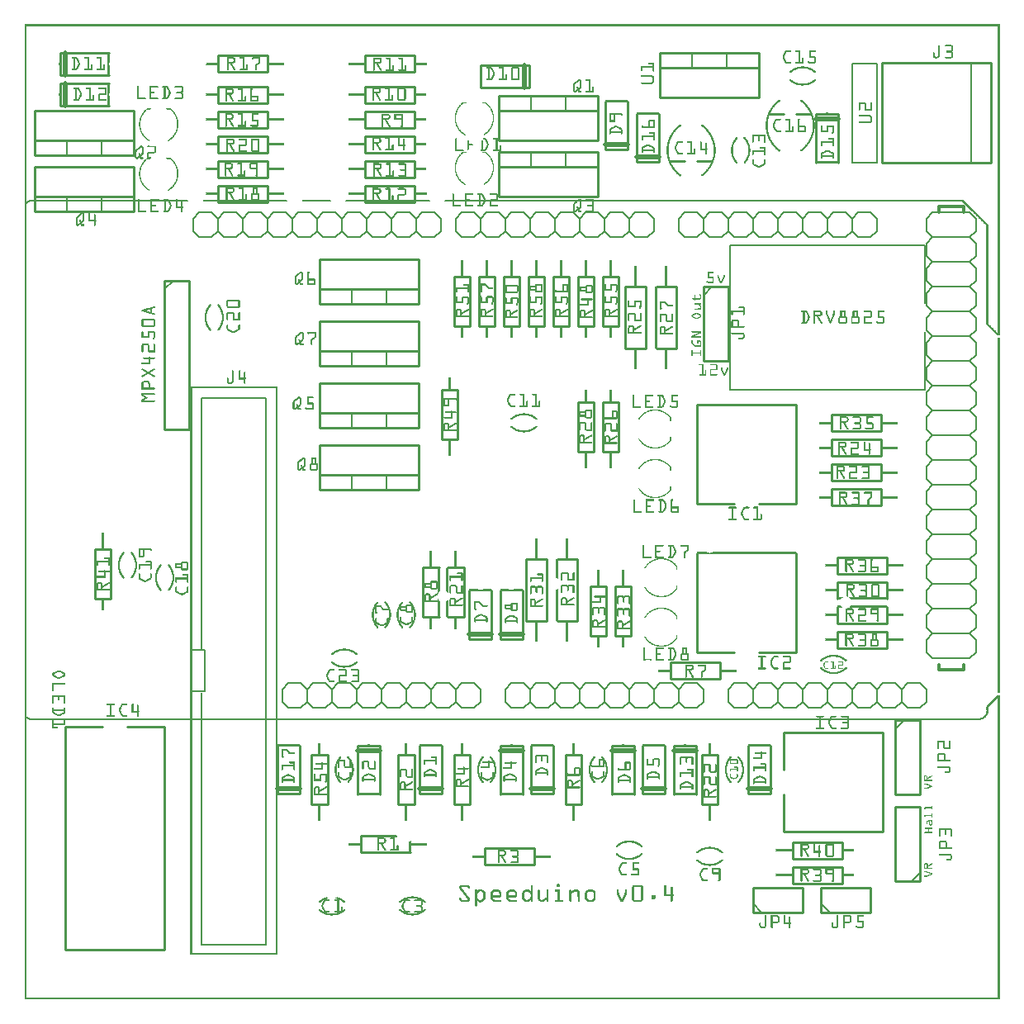
<source format=gto>
G04 MADE WITH FRITZING*
G04 WWW.FRITZING.ORG*
G04 DOUBLE SIDED*
G04 HOLES PLATED*
G04 CONTOUR ON CENTER OF CONTOUR VECTOR*
%ASAXBY*%
%FSLAX23Y23*%
%MOIN*%
%OFA0B0*%
%SFA1.0B1.0*%
%ADD10R,0.063000X0.173200X0.047000X0.157200*%
%ADD11C,0.008000*%
%ADD12C,0.010000*%
%ADD13C,0.012000*%
%ADD14C,0.006000*%
%ADD15C,0.005000*%
%ADD16C,0.020000*%
%ADD17R,0.001000X0.001000*%
%LNSILK1*%
G90*
G70*
G54D11*
X673Y1411D02*
X728Y1411D01*
X728Y1245D01*
X673Y1245D01*
X673Y1411D01*
D02*
G54D12*
X166Y1103D02*
X166Y203D01*
D02*
X166Y203D02*
X566Y203D01*
D02*
X566Y203D02*
X566Y1103D01*
D02*
X166Y1103D02*
X316Y1103D01*
D02*
X416Y1103D02*
X566Y1103D01*
G54D11*
D02*
X3633Y3045D02*
X2849Y3045D01*
D02*
X2849Y3045D02*
X2849Y2461D01*
D02*
X2849Y2461D02*
X3633Y2461D01*
D02*
X3633Y3045D02*
X3633Y2813D01*
D02*
X3633Y2695D02*
X3633Y2461D01*
G54D12*
D02*
X3066Y678D02*
X3466Y678D01*
D02*
X3466Y678D02*
X3466Y1078D01*
D02*
X3466Y1078D02*
X3066Y1078D01*
D02*
X3066Y678D02*
X3066Y828D01*
D02*
X3066Y928D02*
X3066Y1078D01*
G54D13*
D02*
X3691Y1353D02*
X3691Y1333D01*
D02*
X3691Y1333D02*
X3791Y1333D01*
D02*
X3791Y1333D02*
X3791Y1353D01*
D02*
X3691Y3178D02*
X3691Y3203D01*
D02*
X3691Y3203D02*
X3791Y3203D01*
D02*
X3791Y3203D02*
X3791Y3178D01*
G54D14*
D02*
X3466Y1278D02*
X3516Y1278D01*
D02*
X3516Y1278D02*
X3541Y1253D01*
D02*
X3541Y1253D02*
X3541Y1203D01*
D02*
X3541Y1203D02*
X3516Y1178D01*
D02*
X3341Y1253D02*
X3366Y1278D01*
D02*
X3366Y1278D02*
X3416Y1278D01*
D02*
X3416Y1278D02*
X3441Y1253D01*
D02*
X3441Y1253D02*
X3441Y1203D01*
D02*
X3441Y1203D02*
X3416Y1178D01*
D02*
X3416Y1178D02*
X3366Y1178D01*
D02*
X3366Y1178D02*
X3341Y1203D01*
D02*
X3466Y1278D02*
X3441Y1253D01*
D02*
X3441Y1203D02*
X3466Y1178D01*
D02*
X3516Y1178D02*
X3466Y1178D01*
D02*
X3166Y1278D02*
X3216Y1278D01*
D02*
X3216Y1278D02*
X3241Y1253D01*
D02*
X3241Y1253D02*
X3241Y1203D01*
D02*
X3241Y1203D02*
X3216Y1178D01*
D02*
X3241Y1253D02*
X3266Y1278D01*
D02*
X3266Y1278D02*
X3316Y1278D01*
D02*
X3316Y1278D02*
X3341Y1253D01*
D02*
X3341Y1253D02*
X3341Y1203D01*
D02*
X3341Y1203D02*
X3316Y1178D01*
D02*
X3316Y1178D02*
X3266Y1178D01*
D02*
X3266Y1178D02*
X3241Y1203D01*
D02*
X3041Y1253D02*
X3066Y1278D01*
D02*
X3066Y1278D02*
X3116Y1278D01*
D02*
X3116Y1278D02*
X3141Y1253D01*
D02*
X3141Y1253D02*
X3141Y1203D01*
D02*
X3141Y1203D02*
X3116Y1178D01*
D02*
X3116Y1178D02*
X3066Y1178D01*
D02*
X3066Y1178D02*
X3041Y1203D01*
D02*
X3166Y1278D02*
X3141Y1253D01*
D02*
X3141Y1203D02*
X3166Y1178D01*
D02*
X3216Y1178D02*
X3166Y1178D01*
D02*
X2866Y1278D02*
X2916Y1278D01*
D02*
X2916Y1278D02*
X2941Y1253D01*
D02*
X2941Y1253D02*
X2941Y1203D01*
D02*
X2941Y1203D02*
X2916Y1178D01*
D02*
X2941Y1253D02*
X2966Y1278D01*
D02*
X2966Y1278D02*
X3016Y1278D01*
D02*
X3016Y1278D02*
X3041Y1253D01*
D02*
X3041Y1253D02*
X3041Y1203D01*
D02*
X3041Y1203D02*
X3016Y1178D01*
D02*
X3016Y1178D02*
X2966Y1178D01*
D02*
X2966Y1178D02*
X2941Y1203D01*
D02*
X2841Y1253D02*
X2841Y1203D01*
D02*
X2866Y1278D02*
X2841Y1253D01*
D02*
X2841Y1203D02*
X2866Y1178D01*
D02*
X2916Y1178D02*
X2866Y1178D01*
D02*
X3566Y1278D02*
X3616Y1278D01*
D02*
X3616Y1278D02*
X3641Y1253D01*
D02*
X3641Y1253D02*
X3641Y1203D01*
D02*
X3641Y1203D02*
X3616Y1178D01*
D02*
X3566Y1278D02*
X3541Y1253D01*
D02*
X3541Y1203D02*
X3566Y1178D01*
D02*
X3616Y1178D02*
X3566Y1178D01*
D02*
X2566Y1278D02*
X2616Y1278D01*
D02*
X2616Y1278D02*
X2641Y1253D01*
D02*
X2641Y1253D02*
X2641Y1203D01*
D02*
X2641Y1203D02*
X2616Y1178D01*
D02*
X2441Y1253D02*
X2466Y1278D01*
D02*
X2466Y1278D02*
X2516Y1278D01*
D02*
X2516Y1278D02*
X2541Y1253D01*
D02*
X2541Y1253D02*
X2541Y1203D01*
D02*
X2541Y1203D02*
X2516Y1178D01*
D02*
X2516Y1178D02*
X2466Y1178D01*
D02*
X2466Y1178D02*
X2441Y1203D01*
D02*
X2566Y1278D02*
X2541Y1253D01*
D02*
X2541Y1203D02*
X2566Y1178D01*
D02*
X2616Y1178D02*
X2566Y1178D01*
D02*
X2266Y1278D02*
X2316Y1278D01*
D02*
X2316Y1278D02*
X2341Y1253D01*
D02*
X2341Y1253D02*
X2341Y1203D01*
D02*
X2341Y1203D02*
X2316Y1178D01*
D02*
X2341Y1253D02*
X2366Y1278D01*
D02*
X2366Y1278D02*
X2416Y1278D01*
D02*
X2416Y1278D02*
X2441Y1253D01*
D02*
X2441Y1253D02*
X2441Y1203D01*
D02*
X2441Y1203D02*
X2416Y1178D01*
D02*
X2416Y1178D02*
X2366Y1178D01*
D02*
X2366Y1178D02*
X2341Y1203D01*
D02*
X2141Y1253D02*
X2166Y1278D01*
D02*
X2166Y1278D02*
X2216Y1278D01*
D02*
X2216Y1278D02*
X2241Y1253D01*
D02*
X2241Y1253D02*
X2241Y1203D01*
D02*
X2241Y1203D02*
X2216Y1178D01*
D02*
X2216Y1178D02*
X2166Y1178D01*
D02*
X2166Y1178D02*
X2141Y1203D01*
D02*
X2266Y1278D02*
X2241Y1253D01*
D02*
X2241Y1203D02*
X2266Y1178D01*
D02*
X2316Y1178D02*
X2266Y1178D01*
D02*
X1966Y1278D02*
X2016Y1278D01*
D02*
X2016Y1278D02*
X2041Y1253D01*
D02*
X2041Y1253D02*
X2041Y1203D01*
D02*
X2041Y1203D02*
X2016Y1178D01*
D02*
X2041Y1253D02*
X2066Y1278D01*
D02*
X2066Y1278D02*
X2116Y1278D01*
D02*
X2116Y1278D02*
X2141Y1253D01*
D02*
X2141Y1253D02*
X2141Y1203D01*
D02*
X2141Y1203D02*
X2116Y1178D01*
D02*
X2116Y1178D02*
X2066Y1178D01*
D02*
X2066Y1178D02*
X2041Y1203D01*
D02*
X1941Y1253D02*
X1941Y1203D01*
D02*
X1966Y1278D02*
X1941Y1253D01*
D02*
X1941Y1203D02*
X1966Y1178D01*
D02*
X2016Y1178D02*
X1966Y1178D01*
D02*
X2666Y1278D02*
X2716Y1278D01*
D02*
X2716Y1278D02*
X2741Y1253D01*
D02*
X2741Y1253D02*
X2741Y1203D01*
D02*
X2741Y1203D02*
X2716Y1178D01*
D02*
X2666Y1278D02*
X2641Y1253D01*
D02*
X2641Y1203D02*
X2666Y1178D01*
D02*
X2716Y1178D02*
X2666Y1178D01*
D02*
X2816Y3078D02*
X2766Y3078D01*
D02*
X2766Y3078D02*
X2741Y3103D01*
D02*
X2741Y3103D02*
X2741Y3153D01*
D02*
X2741Y3153D02*
X2766Y3178D01*
D02*
X2941Y3103D02*
X2916Y3078D01*
D02*
X2916Y3078D02*
X2866Y3078D01*
D02*
X2866Y3078D02*
X2841Y3103D01*
D02*
X2841Y3103D02*
X2841Y3153D01*
D02*
X2841Y3153D02*
X2866Y3178D01*
D02*
X2866Y3178D02*
X2916Y3178D01*
D02*
X2916Y3178D02*
X2941Y3153D01*
D02*
X2816Y3078D02*
X2841Y3103D01*
D02*
X2841Y3153D02*
X2816Y3178D01*
D02*
X2766Y3178D02*
X2816Y3178D01*
D02*
X3116Y3078D02*
X3066Y3078D01*
D02*
X3066Y3078D02*
X3041Y3103D01*
D02*
X3041Y3103D02*
X3041Y3153D01*
D02*
X3041Y3153D02*
X3066Y3178D01*
D02*
X3041Y3103D02*
X3016Y3078D01*
D02*
X3016Y3078D02*
X2966Y3078D01*
D02*
X2966Y3078D02*
X2941Y3103D01*
D02*
X2941Y3103D02*
X2941Y3153D01*
D02*
X2941Y3153D02*
X2966Y3178D01*
D02*
X2966Y3178D02*
X3016Y3178D01*
D02*
X3016Y3178D02*
X3041Y3153D01*
D02*
X3241Y3103D02*
X3216Y3078D01*
D02*
X3216Y3078D02*
X3166Y3078D01*
D02*
X3166Y3078D02*
X3141Y3103D01*
D02*
X3141Y3103D02*
X3141Y3153D01*
D02*
X3141Y3153D02*
X3166Y3178D01*
D02*
X3166Y3178D02*
X3216Y3178D01*
D02*
X3216Y3178D02*
X3241Y3153D01*
D02*
X3116Y3078D02*
X3141Y3103D01*
D02*
X3141Y3153D02*
X3116Y3178D01*
D02*
X3066Y3178D02*
X3116Y3178D01*
D02*
X3416Y3078D02*
X3366Y3078D01*
D02*
X3366Y3078D02*
X3341Y3103D01*
D02*
X3341Y3103D02*
X3341Y3153D01*
D02*
X3341Y3153D02*
X3366Y3178D01*
D02*
X3341Y3103D02*
X3316Y3078D01*
D02*
X3316Y3078D02*
X3266Y3078D01*
D02*
X3266Y3078D02*
X3241Y3103D01*
D02*
X3241Y3103D02*
X3241Y3153D01*
D02*
X3241Y3153D02*
X3266Y3178D01*
D02*
X3266Y3178D02*
X3316Y3178D01*
D02*
X3316Y3178D02*
X3341Y3153D01*
D02*
X3441Y3103D02*
X3441Y3153D01*
D02*
X3416Y3078D02*
X3441Y3103D01*
D02*
X3441Y3153D02*
X3416Y3178D01*
D02*
X3366Y3178D02*
X3416Y3178D01*
D02*
X2716Y3078D02*
X2666Y3078D01*
D02*
X2666Y3078D02*
X2641Y3103D01*
D02*
X2641Y3103D02*
X2641Y3153D01*
D02*
X2641Y3153D02*
X2666Y3178D01*
D02*
X2716Y3078D02*
X2741Y3103D01*
D02*
X2741Y3153D02*
X2716Y3178D01*
D02*
X2666Y3178D02*
X2716Y3178D01*
D02*
X1481Y3153D02*
X1506Y3178D01*
D02*
X1506Y3178D02*
X1556Y3178D01*
D02*
X1556Y3178D02*
X1581Y3153D01*
D02*
X1581Y3153D02*
X1581Y3103D01*
D02*
X1581Y3103D02*
X1556Y3078D01*
D02*
X1556Y3078D02*
X1506Y3078D01*
D02*
X1506Y3078D02*
X1481Y3103D01*
D02*
X1306Y3178D02*
X1356Y3178D01*
D02*
X1356Y3178D02*
X1381Y3153D01*
D02*
X1381Y3153D02*
X1381Y3103D01*
D02*
X1381Y3103D02*
X1356Y3078D01*
D02*
X1381Y3153D02*
X1406Y3178D01*
D02*
X1406Y3178D02*
X1456Y3178D01*
D02*
X1456Y3178D02*
X1481Y3153D01*
D02*
X1481Y3153D02*
X1481Y3103D01*
D02*
X1481Y3103D02*
X1456Y3078D01*
D02*
X1456Y3078D02*
X1406Y3078D01*
D02*
X1406Y3078D02*
X1381Y3103D01*
D02*
X1181Y3153D02*
X1206Y3178D01*
D02*
X1206Y3178D02*
X1256Y3178D01*
D02*
X1256Y3178D02*
X1281Y3153D01*
D02*
X1281Y3153D02*
X1281Y3103D01*
D02*
X1281Y3103D02*
X1256Y3078D01*
D02*
X1256Y3078D02*
X1206Y3078D01*
D02*
X1206Y3078D02*
X1181Y3103D01*
D02*
X1306Y3178D02*
X1281Y3153D01*
D02*
X1281Y3103D02*
X1306Y3078D01*
D02*
X1356Y3078D02*
X1306Y3078D01*
D02*
X1006Y3178D02*
X1056Y3178D01*
D02*
X1056Y3178D02*
X1081Y3153D01*
D02*
X1081Y3153D02*
X1081Y3103D01*
D02*
X1081Y3103D02*
X1056Y3078D01*
D02*
X1081Y3153D02*
X1106Y3178D01*
D02*
X1106Y3178D02*
X1156Y3178D01*
D02*
X1156Y3178D02*
X1181Y3153D01*
D02*
X1181Y3153D02*
X1181Y3103D01*
D02*
X1181Y3103D02*
X1156Y3078D01*
D02*
X1156Y3078D02*
X1106Y3078D01*
D02*
X1106Y3078D02*
X1081Y3103D01*
D02*
X881Y3153D02*
X906Y3178D01*
D02*
X906Y3178D02*
X956Y3178D01*
D02*
X956Y3178D02*
X981Y3153D01*
D02*
X981Y3153D02*
X981Y3103D01*
D02*
X981Y3103D02*
X956Y3078D01*
D02*
X956Y3078D02*
X906Y3078D01*
D02*
X906Y3078D02*
X881Y3103D01*
D02*
X1006Y3178D02*
X981Y3153D01*
D02*
X981Y3103D02*
X1006Y3078D01*
D02*
X1056Y3078D02*
X1006Y3078D01*
D02*
X706Y3178D02*
X756Y3178D01*
D02*
X756Y3178D02*
X781Y3153D01*
D02*
X781Y3153D02*
X781Y3103D01*
D02*
X781Y3103D02*
X756Y3078D01*
D02*
X781Y3153D02*
X806Y3178D01*
D02*
X806Y3178D02*
X856Y3178D01*
D02*
X856Y3178D02*
X881Y3153D01*
D02*
X881Y3153D02*
X881Y3103D01*
D02*
X881Y3103D02*
X856Y3078D01*
D02*
X856Y3078D02*
X806Y3078D01*
D02*
X806Y3078D02*
X781Y3103D01*
D02*
X681Y3153D02*
X681Y3103D01*
D02*
X706Y3178D02*
X681Y3153D01*
D02*
X681Y3103D02*
X706Y3078D01*
D02*
X756Y3078D02*
X706Y3078D01*
D02*
X1606Y3178D02*
X1656Y3178D01*
D02*
X1656Y3178D02*
X1681Y3153D01*
D02*
X1681Y3153D02*
X1681Y3103D01*
D02*
X1681Y3103D02*
X1656Y3078D01*
D02*
X1606Y3178D02*
X1581Y3153D01*
D02*
X1581Y3103D02*
X1606Y3078D01*
D02*
X1656Y3078D02*
X1606Y3078D01*
D02*
X1666Y1278D02*
X1716Y1278D01*
D02*
X1716Y1278D02*
X1741Y1253D01*
D02*
X1741Y1253D02*
X1741Y1203D01*
D02*
X1741Y1203D02*
X1716Y1178D01*
D02*
X1541Y1253D02*
X1566Y1278D01*
D02*
X1566Y1278D02*
X1616Y1278D01*
D02*
X1616Y1278D02*
X1641Y1253D01*
D02*
X1641Y1253D02*
X1641Y1203D01*
D02*
X1641Y1203D02*
X1616Y1178D01*
D02*
X1616Y1178D02*
X1566Y1178D01*
D02*
X1566Y1178D02*
X1541Y1203D01*
D02*
X1666Y1278D02*
X1641Y1253D01*
D02*
X1641Y1203D02*
X1666Y1178D01*
D02*
X1716Y1178D02*
X1666Y1178D01*
D02*
X1366Y1278D02*
X1416Y1278D01*
D02*
X1416Y1278D02*
X1441Y1253D01*
D02*
X1441Y1253D02*
X1441Y1203D01*
D02*
X1441Y1203D02*
X1416Y1178D01*
D02*
X1441Y1253D02*
X1466Y1278D01*
D02*
X1466Y1278D02*
X1516Y1278D01*
D02*
X1516Y1278D02*
X1541Y1253D01*
D02*
X1541Y1253D02*
X1541Y1203D01*
D02*
X1541Y1203D02*
X1516Y1178D01*
D02*
X1516Y1178D02*
X1466Y1178D01*
D02*
X1466Y1178D02*
X1441Y1203D01*
D02*
X1241Y1253D02*
X1266Y1278D01*
D02*
X1266Y1278D02*
X1316Y1278D01*
D02*
X1316Y1278D02*
X1341Y1253D01*
D02*
X1341Y1253D02*
X1341Y1203D01*
D02*
X1341Y1203D02*
X1316Y1178D01*
D02*
X1316Y1178D02*
X1266Y1178D01*
D02*
X1266Y1178D02*
X1241Y1203D01*
D02*
X1366Y1278D02*
X1341Y1253D01*
D02*
X1341Y1203D02*
X1366Y1178D01*
D02*
X1416Y1178D02*
X1366Y1178D01*
D02*
X1066Y1278D02*
X1116Y1278D01*
D02*
X1116Y1278D02*
X1141Y1253D01*
D02*
X1141Y1253D02*
X1141Y1203D01*
D02*
X1141Y1203D02*
X1116Y1178D01*
D02*
X1141Y1253D02*
X1166Y1278D01*
D02*
X1166Y1278D02*
X1216Y1278D01*
D02*
X1216Y1278D02*
X1241Y1253D01*
D02*
X1241Y1253D02*
X1241Y1203D01*
D02*
X1241Y1203D02*
X1216Y1178D01*
D02*
X1216Y1178D02*
X1166Y1178D01*
D02*
X1166Y1178D02*
X1141Y1203D01*
D02*
X1041Y1253D02*
X1041Y1203D01*
D02*
X1066Y1278D02*
X1041Y1253D01*
D02*
X1041Y1203D02*
X1066Y1178D01*
D02*
X1116Y1178D02*
X1066Y1178D01*
D02*
X1766Y1278D02*
X1816Y1278D01*
D02*
X1816Y1278D02*
X1841Y1253D01*
D02*
X1841Y1253D02*
X1841Y1203D01*
D02*
X1841Y1203D02*
X1816Y1178D01*
D02*
X1766Y1278D02*
X1741Y1253D01*
D02*
X1741Y1203D02*
X1766Y1178D01*
D02*
X1816Y1178D02*
X1766Y1178D01*
D02*
X1916Y3078D02*
X1866Y3078D01*
D02*
X1866Y3078D02*
X1841Y3103D01*
D02*
X1841Y3103D02*
X1841Y3153D01*
D02*
X1841Y3153D02*
X1866Y3178D01*
D02*
X2041Y3103D02*
X2016Y3078D01*
D02*
X2016Y3078D02*
X1966Y3078D01*
D02*
X1966Y3078D02*
X1941Y3103D01*
D02*
X1941Y3103D02*
X1941Y3153D01*
D02*
X1941Y3153D02*
X1966Y3178D01*
D02*
X1966Y3178D02*
X2016Y3178D01*
D02*
X2016Y3178D02*
X2041Y3153D01*
D02*
X1916Y3078D02*
X1941Y3103D01*
D02*
X1941Y3153D02*
X1916Y3178D01*
D02*
X1866Y3178D02*
X1916Y3178D01*
D02*
X2216Y3078D02*
X2166Y3078D01*
D02*
X2166Y3078D02*
X2141Y3103D01*
D02*
X2141Y3103D02*
X2141Y3153D01*
D02*
X2141Y3153D02*
X2166Y3178D01*
D02*
X2141Y3103D02*
X2116Y3078D01*
D02*
X2116Y3078D02*
X2066Y3078D01*
D02*
X2066Y3078D02*
X2041Y3103D01*
D02*
X2041Y3103D02*
X2041Y3153D01*
D02*
X2041Y3153D02*
X2066Y3178D01*
D02*
X2066Y3178D02*
X2116Y3178D01*
D02*
X2116Y3178D02*
X2141Y3153D01*
D02*
X2341Y3103D02*
X2316Y3078D01*
D02*
X2316Y3078D02*
X2266Y3078D01*
D02*
X2266Y3078D02*
X2241Y3103D01*
D02*
X2241Y3103D02*
X2241Y3153D01*
D02*
X2241Y3153D02*
X2266Y3178D01*
D02*
X2266Y3178D02*
X2316Y3178D01*
D02*
X2316Y3178D02*
X2341Y3153D01*
D02*
X2216Y3078D02*
X2241Y3103D01*
D02*
X2241Y3153D02*
X2216Y3178D01*
D02*
X2166Y3178D02*
X2216Y3178D01*
D02*
X2516Y3078D02*
X2466Y3078D01*
D02*
X2466Y3078D02*
X2441Y3103D01*
D02*
X2441Y3103D02*
X2441Y3153D01*
D02*
X2441Y3153D02*
X2466Y3178D01*
D02*
X2441Y3103D02*
X2416Y3078D01*
D02*
X2416Y3078D02*
X2366Y3078D01*
D02*
X2366Y3078D02*
X2341Y3103D01*
D02*
X2341Y3103D02*
X2341Y3153D01*
D02*
X2341Y3153D02*
X2366Y3178D01*
D02*
X2366Y3178D02*
X2416Y3178D01*
D02*
X2416Y3178D02*
X2441Y3153D01*
D02*
X2541Y3103D02*
X2541Y3153D01*
D02*
X2516Y3078D02*
X2541Y3103D01*
D02*
X2541Y3153D02*
X2516Y3178D01*
D02*
X2466Y3178D02*
X2516Y3178D01*
D02*
X1816Y3078D02*
X1766Y3078D01*
D02*
X1766Y3078D02*
X1741Y3103D01*
D02*
X1741Y3103D02*
X1741Y3153D01*
D02*
X1741Y3153D02*
X1766Y3178D01*
D02*
X1816Y3078D02*
X1841Y3103D01*
D02*
X1841Y3153D02*
X1816Y3178D01*
D02*
X1766Y3178D02*
X1816Y3178D01*
D02*
X3666Y3178D02*
X3641Y3153D01*
D02*
X3641Y3153D02*
X3641Y3103D01*
D02*
X3641Y3103D02*
X3666Y3078D01*
D02*
X3666Y3078D02*
X3641Y3053D01*
D02*
X3641Y3053D02*
X3641Y3003D01*
D02*
X3641Y3003D02*
X3666Y2978D01*
D02*
X3666Y2978D02*
X3641Y2953D01*
D02*
X3641Y2953D02*
X3641Y2903D01*
D02*
X3641Y2903D02*
X3666Y2878D01*
D02*
X3666Y2878D02*
X3641Y2853D01*
D02*
X3641Y2853D02*
X3641Y2803D01*
D02*
X3641Y2803D02*
X3666Y2778D01*
D02*
X3666Y2778D02*
X3641Y2753D01*
D02*
X3641Y2753D02*
X3641Y2703D01*
D02*
X3641Y2703D02*
X3666Y2678D01*
D02*
X3666Y2678D02*
X3641Y2653D01*
D02*
X3641Y2653D02*
X3641Y2603D01*
D02*
X3641Y2603D02*
X3666Y2578D01*
D02*
X3666Y3178D02*
X3816Y3178D01*
D02*
X3816Y3178D02*
X3841Y3153D01*
D02*
X3841Y3153D02*
X3841Y3103D01*
D02*
X3841Y3103D02*
X3816Y3078D01*
D02*
X3816Y3078D02*
X3841Y3053D01*
D02*
X3841Y3053D02*
X3841Y3003D01*
D02*
X3841Y3003D02*
X3816Y2978D01*
D02*
X3816Y2978D02*
X3841Y2953D01*
D02*
X3841Y2953D02*
X3841Y2903D01*
D02*
X3841Y2903D02*
X3816Y2878D01*
D02*
X3816Y2878D02*
X3841Y2853D01*
D02*
X3841Y2853D02*
X3841Y2803D01*
D02*
X3841Y2803D02*
X3816Y2778D01*
D02*
X3816Y2778D02*
X3841Y2753D01*
D02*
X3841Y2753D02*
X3841Y2703D01*
D02*
X3841Y2703D02*
X3816Y2678D01*
D02*
X3816Y2678D02*
X3841Y2653D01*
D02*
X3841Y2653D02*
X3841Y2603D01*
D02*
X3841Y2603D02*
X3816Y2578D01*
D02*
X3816Y2578D02*
X3841Y2553D01*
D02*
X3841Y2553D02*
X3841Y2503D01*
D02*
X3841Y2503D02*
X3816Y2478D01*
D02*
X3816Y2478D02*
X3841Y2453D01*
D02*
X3841Y2453D02*
X3841Y2403D01*
D02*
X3841Y2403D02*
X3816Y2378D01*
D02*
X3816Y2378D02*
X3841Y2353D01*
D02*
X3841Y2353D02*
X3841Y2303D01*
D02*
X3841Y2303D02*
X3816Y2278D01*
D02*
X3816Y2278D02*
X3841Y2253D01*
D02*
X3841Y2253D02*
X3841Y2203D01*
D02*
X3841Y2203D02*
X3816Y2178D01*
D02*
X3816Y2178D02*
X3841Y2153D01*
D02*
X3841Y2153D02*
X3841Y2103D01*
D02*
X3841Y2103D02*
X3816Y2078D01*
D02*
X3816Y2078D02*
X3841Y2053D01*
D02*
X3841Y2053D02*
X3841Y2003D01*
D02*
X3816Y1978D02*
X3841Y2003D01*
D02*
X3816Y1978D02*
X3841Y1953D01*
D02*
X3841Y1903D02*
X3841Y1953D01*
D02*
X3841Y1903D02*
X3816Y1878D01*
D02*
X3816Y1878D02*
X3841Y1853D01*
D02*
X3841Y1803D02*
X3841Y1853D01*
D02*
X3841Y1803D02*
X3816Y1778D01*
D02*
X3816Y1778D02*
X3841Y1753D01*
D02*
X3841Y1703D02*
X3841Y1753D01*
D02*
X3841Y1703D02*
X3816Y1678D01*
D02*
X3816Y1678D02*
X3841Y1653D01*
D02*
X3841Y1603D02*
X3841Y1653D01*
D02*
X3841Y1603D02*
X3816Y1578D01*
D02*
X3816Y1578D02*
X3841Y1553D01*
D02*
X3841Y1503D02*
X3841Y1553D01*
D02*
X3841Y1503D02*
X3816Y1478D01*
D02*
X3816Y1478D02*
X3841Y1453D01*
D02*
X3841Y1403D02*
X3841Y1453D01*
D02*
X3841Y1403D02*
X3816Y1378D01*
D02*
X3666Y1378D02*
X3641Y1403D01*
D02*
X3641Y1403D02*
X3641Y1453D01*
D02*
X3666Y1478D02*
X3641Y1453D01*
D02*
X3666Y1478D02*
X3641Y1503D01*
D02*
X3641Y1503D02*
X3641Y1553D01*
D02*
X3666Y1578D02*
X3641Y1553D01*
D02*
X3666Y1578D02*
X3641Y1603D01*
D02*
X3641Y1653D02*
X3641Y1603D01*
D02*
X3641Y1653D02*
X3666Y1678D01*
D02*
X3666Y1678D02*
X3641Y1703D01*
D02*
X3641Y1753D02*
X3641Y1703D01*
D02*
X3641Y1753D02*
X3666Y1778D01*
D02*
X3666Y1778D02*
X3641Y1803D01*
D02*
X3641Y1803D02*
X3641Y1853D01*
D02*
X3666Y1878D02*
X3641Y1853D01*
D02*
X3666Y1878D02*
X3641Y1903D01*
D02*
X3641Y1903D02*
X3641Y1953D01*
D02*
X3666Y1978D02*
X3641Y1953D01*
D02*
X3666Y1978D02*
X3641Y2003D01*
D02*
X3641Y2003D02*
X3641Y2053D01*
D02*
X3666Y2078D02*
X3641Y2053D01*
D02*
X3666Y2078D02*
X3641Y2103D01*
D02*
X3641Y2103D02*
X3641Y2153D01*
D02*
X3666Y2178D02*
X3641Y2153D01*
D02*
X3666Y2178D02*
X3641Y2203D01*
D02*
X3641Y2203D02*
X3641Y2253D01*
D02*
X3666Y2278D02*
X3641Y2253D01*
D02*
X3666Y2278D02*
X3641Y2303D01*
D02*
X3641Y2303D02*
X3641Y2353D01*
D02*
X3666Y2378D02*
X3641Y2353D01*
D02*
X3666Y2378D02*
X3641Y2403D01*
D02*
X3641Y2403D02*
X3641Y2453D01*
D02*
X3666Y2478D02*
X3641Y2453D01*
D02*
X3666Y2478D02*
X3641Y2503D01*
D02*
X3641Y2503D02*
X3641Y2553D01*
D02*
X3666Y2578D02*
X3641Y2553D01*
D02*
X3816Y3078D02*
X3666Y3078D01*
D02*
X3816Y2978D02*
X3666Y2978D01*
D02*
X3816Y2878D02*
X3666Y2878D01*
D02*
X3816Y2778D02*
X3666Y2778D01*
D02*
X3816Y2678D02*
X3666Y2678D01*
D02*
X3816Y2578D02*
X3666Y2578D01*
D02*
X3816Y2478D02*
X3666Y2478D01*
D02*
X3816Y2378D02*
X3666Y2378D01*
D02*
X3816Y2278D02*
X3666Y2278D01*
D02*
X3816Y2178D02*
X3666Y2178D01*
D02*
X3816Y2078D02*
X3666Y2078D01*
D02*
X3816Y1978D02*
X3666Y1978D01*
D02*
X3816Y1878D02*
X3666Y1878D01*
D02*
X3816Y1778D02*
X3666Y1778D01*
D02*
X3816Y1678D02*
X3666Y1678D01*
D02*
X3816Y1578D02*
X3666Y1578D01*
D02*
X3816Y1478D02*
X3666Y1478D01*
D02*
X3816Y1378D02*
X3666Y1378D01*
G54D12*
D02*
X1591Y2308D02*
X1191Y2308D01*
D02*
X1191Y2308D02*
X1191Y2488D01*
D02*
X1191Y2488D02*
X1591Y2488D01*
D02*
X1591Y2488D02*
X1591Y2308D01*
D02*
X1591Y2308D02*
X1191Y2308D01*
D02*
X1191Y2308D02*
X1191Y2368D01*
D02*
X1191Y2368D02*
X1591Y2368D01*
D02*
X1591Y2368D02*
X1591Y2308D01*
G54D15*
D02*
X1461Y2308D02*
X1461Y2368D01*
D02*
X1321Y2308D02*
X1321Y2368D01*
G54D12*
D02*
X1591Y2808D02*
X1191Y2808D01*
D02*
X1191Y2808D02*
X1191Y2988D01*
D02*
X1191Y2988D02*
X1591Y2988D01*
D02*
X1591Y2988D02*
X1591Y2808D01*
D02*
X1591Y2808D02*
X1191Y2808D01*
D02*
X1191Y2808D02*
X1191Y2868D01*
D02*
X1191Y2868D02*
X1591Y2868D01*
D02*
X1591Y2868D02*
X1591Y2808D01*
G54D15*
D02*
X1461Y2808D02*
X1461Y2868D01*
D02*
X1321Y2808D02*
X1321Y2868D01*
G54D12*
D02*
X1591Y2558D02*
X1191Y2558D01*
D02*
X1191Y2558D02*
X1191Y2738D01*
D02*
X1191Y2738D02*
X1591Y2738D01*
D02*
X1591Y2738D02*
X1591Y2558D01*
D02*
X1591Y2558D02*
X1191Y2558D01*
D02*
X1191Y2558D02*
X1191Y2618D01*
D02*
X1191Y2618D02*
X1591Y2618D01*
D02*
X1591Y2618D02*
X1591Y2558D01*
G54D15*
D02*
X1461Y2558D02*
X1461Y2618D01*
D02*
X1321Y2558D02*
X1321Y2618D01*
G54D12*
D02*
X1591Y2058D02*
X1191Y2058D01*
D02*
X1191Y2058D02*
X1191Y2238D01*
D02*
X1191Y2238D02*
X1591Y2238D01*
D02*
X1591Y2238D02*
X1591Y2058D01*
D02*
X1591Y2058D02*
X1191Y2058D01*
D02*
X1191Y2058D02*
X1191Y2118D01*
D02*
X1191Y2118D02*
X1591Y2118D01*
D02*
X1591Y2118D02*
X1591Y2058D01*
G54D15*
D02*
X1461Y2058D02*
X1461Y2118D01*
D02*
X1321Y2058D02*
X1321Y2118D01*
G54D12*
D02*
X1158Y788D02*
X1158Y988D01*
D02*
X1158Y988D02*
X1224Y988D01*
D02*
X1224Y988D02*
X1224Y788D01*
D02*
X1224Y788D02*
X1158Y788D01*
D02*
X2471Y3382D02*
X2471Y3577D01*
D02*
X2561Y3577D02*
X2561Y3382D01*
D02*
X2561Y3382D02*
X2471Y3382D01*
G54D16*
D02*
X2561Y3402D02*
X2471Y3402D01*
G54D12*
D02*
X349Y1819D02*
X349Y1619D01*
D02*
X349Y1619D02*
X283Y1619D01*
D02*
X283Y1619D02*
X283Y1819D01*
D02*
X283Y1819D02*
X349Y1819D01*
D02*
X566Y2903D02*
X566Y2303D01*
D02*
X566Y2303D02*
X666Y2303D01*
D02*
X666Y2303D02*
X666Y2903D01*
D02*
X666Y2903D02*
X566Y2903D01*
G54D15*
D02*
X566Y2868D02*
X601Y2903D01*
G54D12*
D02*
X3616Y478D02*
X3616Y778D01*
D02*
X3616Y778D02*
X3516Y778D01*
D02*
X3516Y778D02*
X3516Y478D01*
D02*
X3516Y478D02*
X3616Y478D01*
G54D15*
D02*
X3616Y513D02*
X3581Y478D01*
G54D12*
D02*
X3516Y1128D02*
X3516Y828D01*
D02*
X3516Y828D02*
X3616Y828D01*
D02*
X3616Y828D02*
X3616Y1128D01*
D02*
X3616Y1128D02*
X3516Y1128D01*
G54D15*
D02*
X3516Y1093D02*
X3551Y1128D01*
G54D12*
D02*
X2741Y2878D02*
X2741Y2578D01*
D02*
X2741Y2578D02*
X2841Y2578D01*
D02*
X2841Y2578D02*
X2841Y2878D01*
D02*
X2841Y2878D02*
X2741Y2878D01*
G54D15*
D02*
X2741Y2843D02*
X2776Y2878D01*
G54D12*
D02*
X3101Y636D02*
X3301Y636D01*
D02*
X3301Y636D02*
X3301Y570D01*
D02*
X3301Y570D02*
X3101Y570D01*
D02*
X3101Y570D02*
X3101Y636D01*
D02*
X3101Y536D02*
X3301Y536D01*
D02*
X3301Y536D02*
X3301Y470D01*
D02*
X3301Y470D02*
X3101Y470D01*
D02*
X3101Y470D02*
X3101Y536D01*
D02*
X2941Y353D02*
X3141Y353D01*
D02*
X3141Y353D02*
X3141Y453D01*
D02*
X3141Y453D02*
X2941Y453D01*
D02*
X2941Y453D02*
X2941Y353D01*
G54D15*
D02*
X2976Y353D02*
X2941Y388D01*
G54D12*
D02*
X3216Y353D02*
X3416Y353D01*
D02*
X3416Y353D02*
X3416Y453D01*
D02*
X3416Y453D02*
X3216Y453D01*
D02*
X3216Y453D02*
X3216Y353D01*
G54D15*
D02*
X3251Y353D02*
X3216Y388D01*
G54D12*
D02*
X3482Y1420D02*
X3282Y1420D01*
D02*
X3282Y1420D02*
X3282Y1486D01*
D02*
X3282Y1486D02*
X3482Y1486D01*
D02*
X3482Y1486D02*
X3482Y1420D01*
D02*
X2399Y2919D02*
X2399Y2719D01*
D02*
X2399Y2719D02*
X2333Y2719D01*
D02*
X2333Y2719D02*
X2333Y2919D01*
D02*
X2333Y2919D02*
X2399Y2919D01*
D02*
X2299Y2919D02*
X2299Y2719D01*
D02*
X2299Y2719D02*
X2233Y2719D01*
D02*
X2233Y2719D02*
X2233Y2919D01*
D02*
X2233Y2919D02*
X2299Y2919D01*
D02*
X3457Y1995D02*
X3257Y1995D01*
D02*
X3257Y1995D02*
X3257Y2061D01*
D02*
X3257Y2061D02*
X3457Y2061D01*
D02*
X3457Y2061D02*
X3457Y1995D01*
D02*
X3482Y1720D02*
X3282Y1720D01*
D02*
X3282Y1720D02*
X3282Y1786D01*
D02*
X3282Y1786D02*
X3482Y1786D01*
D02*
X3482Y1786D02*
X3482Y1720D01*
D02*
X2199Y2919D02*
X2199Y2719D01*
D02*
X2199Y2719D02*
X2133Y2719D01*
D02*
X2133Y2719D02*
X2133Y2919D01*
D02*
X2133Y2919D02*
X2199Y2919D01*
D02*
X1683Y2263D02*
X1683Y2463D01*
D02*
X1683Y2463D02*
X1749Y2463D01*
D02*
X1749Y2463D02*
X1749Y2263D01*
D02*
X1749Y2263D02*
X1683Y2263D01*
D02*
X3457Y2295D02*
X3257Y2295D01*
D02*
X3257Y2295D02*
X3257Y2361D01*
D02*
X3257Y2361D02*
X3457Y2361D01*
D02*
X3457Y2361D02*
X3457Y2295D01*
D02*
X2566Y3823D02*
X2966Y3823D01*
D02*
X2966Y3823D02*
X2966Y3643D01*
D02*
X2966Y3643D02*
X2566Y3643D01*
D02*
X2566Y3643D02*
X2566Y3823D01*
D02*
X2566Y3823D02*
X2966Y3823D01*
D02*
X2966Y3823D02*
X2966Y3763D01*
D02*
X2966Y3763D02*
X2566Y3763D01*
D02*
X2566Y3763D02*
X2566Y3823D01*
G54D15*
D02*
X2696Y3823D02*
X2696Y3763D01*
D02*
X2836Y3823D02*
X2836Y3763D01*
G54D12*
D02*
X3286Y3574D02*
X3286Y3379D01*
D02*
X3196Y3379D02*
X3196Y3574D01*
D02*
X3196Y3574D02*
X3286Y3574D01*
G54D16*
D02*
X3196Y3554D02*
X3286Y3554D01*
G54D15*
D02*
X3341Y3378D02*
X3441Y3378D01*
D02*
X3441Y3378D02*
X3441Y3778D01*
D02*
X3441Y3778D02*
X3341Y3778D01*
D02*
X3341Y3778D02*
X3341Y3378D01*
G54D12*
D02*
X3116Y1403D02*
X3116Y1803D01*
D02*
X2716Y1803D02*
X2716Y1403D01*
D02*
X3116Y1403D02*
X2966Y1403D01*
D02*
X2866Y1403D02*
X2716Y1403D01*
D02*
X3116Y2003D02*
X3116Y2403D01*
D02*
X3116Y2403D02*
X2716Y2403D01*
D02*
X2716Y2403D02*
X2716Y2003D01*
D02*
X3116Y2003D02*
X2966Y2003D01*
D02*
X2866Y2003D02*
X2716Y2003D01*
D02*
X3482Y1520D02*
X3282Y1520D01*
D02*
X3282Y1520D02*
X3282Y1586D01*
D02*
X3482Y1586D02*
X3482Y1520D01*
D02*
X1899Y2919D02*
X1899Y2719D01*
D02*
X1899Y2719D02*
X1833Y2719D01*
D02*
X1833Y2719D02*
X1833Y2919D01*
D02*
X1833Y2919D02*
X1899Y2919D01*
D02*
X1999Y2919D02*
X1999Y2719D01*
D02*
X1999Y2719D02*
X1933Y2719D01*
D02*
X1933Y2719D02*
X1933Y2919D01*
D02*
X1933Y2919D02*
X1999Y2919D01*
D02*
X3457Y2095D02*
X3257Y2095D01*
D02*
X3257Y2095D02*
X3257Y2161D01*
D02*
X3257Y2161D02*
X3457Y2161D01*
D02*
X3457Y2161D02*
X3457Y2095D01*
D02*
X3282Y1620D02*
X3282Y1686D01*
D02*
X3282Y1686D02*
X3482Y1686D01*
D02*
X3482Y1686D02*
X3482Y1620D01*
D02*
X2099Y2919D02*
X2099Y2719D01*
D02*
X2099Y2719D02*
X2033Y2719D01*
D02*
X2033Y2719D02*
X2033Y2919D01*
D02*
X2033Y2919D02*
X2099Y2919D01*
D02*
X1799Y2919D02*
X1799Y2719D01*
D02*
X1799Y2719D02*
X1733Y2719D01*
D02*
X1733Y2719D02*
X1733Y2919D01*
D02*
X1733Y2919D02*
X1799Y2919D01*
D02*
X3457Y2195D02*
X3257Y2195D01*
D02*
X3257Y2195D02*
X3257Y2261D01*
D02*
X3257Y2261D02*
X3457Y2261D01*
D02*
X3457Y2261D02*
X3457Y2195D01*
D02*
X2025Y1528D02*
X2025Y1778D01*
D02*
X2025Y1778D02*
X2107Y1778D01*
D02*
X2107Y1778D02*
X2107Y1528D01*
D02*
X2107Y1528D02*
X2025Y1528D01*
D02*
X2632Y2878D02*
X2632Y2628D01*
D02*
X2632Y2628D02*
X2550Y2628D01*
D02*
X2232Y1779D02*
X2232Y1529D01*
D02*
X2232Y1529D02*
X2150Y1529D01*
D02*
X2150Y1779D02*
X2232Y1779D01*
D02*
X2507Y2879D02*
X2507Y2629D01*
D02*
X2507Y2629D02*
X2425Y2629D01*
D02*
X2425Y2629D02*
X2425Y2879D01*
D02*
X2425Y2879D02*
X2507Y2879D01*
D02*
X2449Y1669D02*
X2449Y1469D01*
D02*
X2449Y1469D02*
X2383Y1469D01*
D02*
X2383Y1469D02*
X2383Y1669D01*
D02*
X2383Y1669D02*
X2449Y1669D01*
D02*
X2233Y2213D02*
X2233Y2413D01*
D02*
X2233Y2413D02*
X2299Y2413D01*
D02*
X2299Y2413D02*
X2299Y2213D01*
D02*
X2299Y2213D02*
X2233Y2213D01*
D02*
X2349Y1669D02*
X2349Y1469D01*
D02*
X2349Y1469D02*
X2283Y1469D01*
D02*
X2283Y1469D02*
X2283Y1669D01*
D02*
X2283Y1669D02*
X2349Y1669D01*
D02*
X2333Y2213D02*
X2333Y2413D01*
D02*
X2333Y2413D02*
X2399Y2413D01*
D02*
X2399Y2413D02*
X2399Y2213D01*
D02*
X2399Y2213D02*
X2333Y2213D01*
D02*
X1774Y1744D02*
X1774Y1544D01*
D02*
X1774Y1544D02*
X1708Y1544D01*
D02*
X1708Y1744D02*
X1774Y1744D01*
D02*
X2057Y545D02*
X1857Y545D01*
D02*
X1857Y545D02*
X1857Y611D01*
D02*
X1857Y611D02*
X2057Y611D01*
D02*
X2057Y611D02*
X2057Y545D01*
D02*
X1557Y595D02*
X1357Y595D01*
D02*
X1357Y595D02*
X1357Y661D01*
D02*
X1733Y788D02*
X1733Y988D01*
D02*
X1733Y988D02*
X1799Y988D01*
D02*
X1799Y988D02*
X1799Y788D01*
D02*
X1799Y788D02*
X1733Y788D01*
D02*
X1508Y788D02*
X1508Y988D01*
D02*
X1508Y988D02*
X1574Y988D01*
D02*
X1574Y988D02*
X1574Y788D01*
D02*
X1574Y788D02*
X1508Y788D01*
D02*
X2046Y832D02*
X2046Y1027D01*
D02*
X2136Y1027D02*
X2136Y832D01*
D02*
X2136Y832D02*
X2046Y832D01*
G54D16*
D02*
X2136Y852D02*
X2046Y852D01*
G54D12*
D02*
X1436Y1024D02*
X1436Y829D01*
D02*
X1346Y829D02*
X1346Y1024D01*
D02*
X1346Y1024D02*
X1436Y1024D01*
G54D16*
D02*
X1346Y1004D02*
X1436Y1004D01*
G54D12*
D02*
X1596Y832D02*
X1596Y1027D01*
D02*
X1686Y1027D02*
X1686Y832D01*
D02*
X1686Y832D02*
X1596Y832D01*
G54D16*
D02*
X1686Y852D02*
X1596Y852D01*
G54D12*
D02*
X1021Y832D02*
X1021Y1027D01*
D02*
X1111Y1027D02*
X1111Y832D01*
D02*
X1111Y832D02*
X1021Y832D01*
G54D16*
D02*
X1111Y852D02*
X1021Y852D01*
G54D12*
D02*
X1921Y1457D02*
X1921Y1652D01*
D02*
X2011Y1652D02*
X2011Y1457D01*
D02*
X2011Y1457D02*
X1921Y1457D01*
G54D16*
D02*
X2011Y1477D02*
X1921Y1477D01*
G54D12*
D02*
X2011Y1024D02*
X2011Y829D01*
D02*
X1921Y829D02*
X1921Y1024D01*
D02*
X1921Y1024D02*
X2011Y1024D01*
G54D16*
D02*
X1921Y1004D02*
X2011Y1004D01*
G54D12*
D02*
X2733Y788D02*
X2733Y988D01*
D02*
X2733Y988D02*
X2799Y988D01*
D02*
X2799Y988D02*
X2799Y788D01*
D02*
X2799Y788D02*
X2733Y788D01*
D02*
X2183Y788D02*
X2183Y988D01*
D02*
X2183Y988D02*
X2249Y988D01*
D02*
X2249Y988D02*
X2249Y788D01*
D02*
X2249Y788D02*
X2183Y788D01*
D02*
X2921Y832D02*
X2921Y1027D01*
D02*
X3011Y1027D02*
X3011Y832D01*
D02*
X3011Y832D02*
X2921Y832D01*
G54D16*
D02*
X3011Y852D02*
X2921Y852D01*
G54D12*
D02*
X2496Y832D02*
X2496Y1027D01*
D02*
X2586Y1027D02*
X2586Y832D01*
D02*
X2586Y832D02*
X2496Y832D01*
G54D16*
D02*
X2586Y852D02*
X2496Y852D01*
G54D12*
D02*
X2711Y1024D02*
X2711Y829D01*
D02*
X2621Y829D02*
X2621Y1024D01*
D02*
X2621Y1024D02*
X2711Y1024D01*
G54D16*
D02*
X2621Y1004D02*
X2711Y1004D01*
G54D12*
D02*
X2461Y1024D02*
X2461Y829D01*
D02*
X2371Y829D02*
X2371Y1024D01*
D02*
X2371Y1024D02*
X2461Y1024D01*
G54D16*
D02*
X2371Y1004D02*
X2461Y1004D01*
G54D12*
D02*
X2807Y1295D02*
X2607Y1295D01*
D02*
X2607Y1295D02*
X2607Y1361D01*
D02*
X2607Y1361D02*
X2807Y1361D01*
D02*
X2807Y1361D02*
X2807Y1295D01*
D02*
X1674Y1544D02*
X1608Y1544D01*
D02*
X1608Y1544D02*
X1608Y1744D01*
D02*
X1608Y1744D02*
X1674Y1744D01*
D02*
X1796Y1457D02*
X1796Y1652D01*
D02*
X1886Y1652D02*
X1886Y1457D01*
D02*
X1886Y1457D02*
X1796Y1457D01*
G54D16*
D02*
X1886Y1477D02*
X1796Y1477D01*
G54D12*
D02*
X982Y3220D02*
X782Y3220D01*
D02*
X782Y3220D02*
X782Y3286D01*
D02*
X782Y3286D02*
X982Y3286D01*
D02*
X982Y3286D02*
X982Y3220D01*
D02*
X1376Y3286D02*
X1576Y3286D01*
D02*
X1576Y3286D02*
X1576Y3220D01*
D02*
X1576Y3220D02*
X1376Y3220D01*
D02*
X1376Y3220D02*
X1376Y3286D01*
D02*
X982Y3520D02*
X782Y3520D01*
D02*
X782Y3520D02*
X782Y3586D01*
D02*
X782Y3586D02*
X982Y3586D01*
D02*
X982Y3586D02*
X982Y3520D01*
D02*
X1375Y3585D02*
X1575Y3585D01*
D02*
X1575Y3585D02*
X1575Y3519D01*
D02*
X1575Y3519D02*
X1375Y3519D01*
D02*
X1375Y3519D02*
X1375Y3585D01*
D02*
X145Y3698D02*
X340Y3698D01*
D02*
X340Y3608D02*
X145Y3608D01*
D02*
X145Y3608D02*
X145Y3698D01*
G54D16*
D02*
X165Y3608D02*
X165Y3698D01*
G54D12*
D02*
X2037Y3683D02*
X1842Y3683D01*
D02*
X1842Y3773D02*
X2037Y3773D01*
D02*
X2037Y3773D02*
X2037Y3683D01*
G54D16*
D02*
X2017Y3773D02*
X2017Y3683D01*
G54D12*
D02*
X145Y3823D02*
X340Y3823D01*
D02*
X340Y3733D02*
X145Y3733D01*
D02*
X145Y3733D02*
X145Y3823D01*
G54D16*
D02*
X165Y3733D02*
X165Y3823D01*
G54D12*
D02*
X2346Y3432D02*
X2346Y3627D01*
D02*
X2436Y3627D02*
X2436Y3432D01*
D02*
X2436Y3432D02*
X2346Y3432D01*
G54D16*
D02*
X2436Y3452D02*
X2346Y3452D01*
G54D12*
D02*
X441Y3183D02*
X41Y3183D01*
D02*
X41Y3183D02*
X41Y3363D01*
D02*
X41Y3363D02*
X441Y3363D01*
D02*
X441Y3363D02*
X441Y3183D01*
D02*
X441Y3183D02*
X41Y3183D01*
D02*
X41Y3183D02*
X41Y3243D01*
D02*
X41Y3243D02*
X441Y3243D01*
D02*
X441Y3243D02*
X441Y3183D01*
G54D15*
D02*
X311Y3183D02*
X311Y3243D01*
D02*
X171Y3183D02*
X171Y3243D01*
G54D12*
D02*
X1916Y3423D02*
X2316Y3423D01*
D02*
X2316Y3423D02*
X2316Y3243D01*
D02*
X2316Y3243D02*
X1916Y3243D01*
D02*
X1916Y3243D02*
X1916Y3423D01*
D02*
X1916Y3423D02*
X2316Y3423D01*
D02*
X2316Y3423D02*
X2316Y3363D01*
D02*
X2316Y3363D02*
X1916Y3363D01*
D02*
X1916Y3363D02*
X1916Y3423D01*
G54D15*
D02*
X2046Y3423D02*
X2046Y3363D01*
D02*
X2186Y3423D02*
X2186Y3363D01*
G54D12*
D02*
X442Y3409D02*
X42Y3409D01*
D02*
X42Y3409D02*
X42Y3589D01*
D02*
X42Y3589D02*
X442Y3589D01*
D02*
X442Y3589D02*
X442Y3409D01*
D02*
X442Y3409D02*
X42Y3409D01*
D02*
X42Y3409D02*
X42Y3469D01*
D02*
X42Y3469D02*
X442Y3469D01*
D02*
X442Y3469D02*
X442Y3409D01*
G54D15*
D02*
X312Y3409D02*
X312Y3469D01*
D02*
X172Y3409D02*
X172Y3469D01*
G54D12*
D02*
X1916Y3648D02*
X2316Y3648D01*
D02*
X2316Y3648D02*
X2316Y3468D01*
D02*
X2316Y3468D02*
X1916Y3468D01*
D02*
X1916Y3468D02*
X1916Y3648D01*
D02*
X1916Y3648D02*
X2316Y3648D01*
D02*
X2316Y3648D02*
X2316Y3588D01*
D02*
X2316Y3588D02*
X1916Y3588D01*
D02*
X1916Y3588D02*
X1916Y3648D01*
G54D15*
D02*
X2046Y3648D02*
X2046Y3588D01*
D02*
X2186Y3648D02*
X2186Y3588D01*
G54D12*
D02*
X982Y3320D02*
X782Y3320D01*
D02*
X782Y3320D02*
X782Y3386D01*
D02*
X782Y3386D02*
X982Y3386D01*
D02*
X982Y3386D02*
X982Y3320D01*
D02*
X1375Y3385D02*
X1575Y3385D01*
D02*
X1575Y3385D02*
X1575Y3319D01*
D02*
X1575Y3319D02*
X1375Y3319D01*
D02*
X1375Y3319D02*
X1375Y3385D01*
D02*
X982Y3620D02*
X782Y3620D01*
D02*
X782Y3620D02*
X782Y3686D01*
D02*
X782Y3686D02*
X982Y3686D01*
D02*
X982Y3686D02*
X982Y3620D01*
D02*
X1375Y3685D02*
X1575Y3685D01*
D02*
X1575Y3685D02*
X1575Y3619D01*
D02*
X1575Y3619D02*
X1375Y3619D01*
D02*
X1375Y3619D02*
X1375Y3685D01*
D02*
X982Y3420D02*
X782Y3420D01*
D02*
X782Y3420D02*
X782Y3486D01*
D02*
X782Y3486D02*
X982Y3486D01*
D02*
X982Y3486D02*
X982Y3420D01*
D02*
X1375Y3485D02*
X1575Y3485D01*
D02*
X1575Y3485D02*
X1575Y3419D01*
D02*
X1575Y3419D02*
X1375Y3419D01*
D02*
X1375Y3419D02*
X1375Y3485D01*
D02*
X982Y3745D02*
X782Y3745D01*
D02*
X782Y3745D02*
X782Y3811D01*
D02*
X782Y3811D02*
X982Y3811D01*
D02*
X982Y3811D02*
X982Y3745D01*
D02*
X1376Y3811D02*
X1576Y3811D01*
D02*
X1576Y3811D02*
X1576Y3745D01*
D02*
X1576Y3745D02*
X1376Y3745D01*
D02*
X1376Y3745D02*
X1376Y3811D01*
D02*
X3461Y3781D02*
X3461Y3378D01*
D02*
X3461Y3378D02*
X3901Y3378D01*
D02*
X3901Y3378D02*
X3901Y3781D01*
D02*
X3901Y3781D02*
X3461Y3781D01*
G54D15*
D02*
X3821Y3378D02*
X3821Y3781D01*
G54D11*
X716Y1411D02*
X716Y2428D01*
X975Y2428D01*
X975Y221D01*
X716Y221D01*
X716Y1238D01*
D02*
G54D17*
X0Y3937D02*
X3936Y3937D01*
X0Y3936D02*
X3936Y3936D01*
X0Y3935D02*
X3936Y3935D01*
X0Y3934D02*
X3936Y3934D01*
X0Y3933D02*
X3936Y3933D01*
X0Y3932D02*
X3936Y3932D01*
X0Y3931D02*
X3936Y3931D01*
X0Y3930D02*
X3936Y3930D01*
X0Y3929D02*
X7Y3929D01*
X3929Y3929D02*
X3936Y3929D01*
X0Y3928D02*
X7Y3928D01*
X3929Y3928D02*
X3936Y3928D01*
X0Y3927D02*
X7Y3927D01*
X3929Y3927D02*
X3936Y3927D01*
X0Y3926D02*
X7Y3926D01*
X3929Y3926D02*
X3936Y3926D01*
X0Y3925D02*
X7Y3925D01*
X3929Y3925D02*
X3936Y3925D01*
X0Y3924D02*
X7Y3924D01*
X3929Y3924D02*
X3936Y3924D01*
X0Y3923D02*
X7Y3923D01*
X3929Y3923D02*
X3936Y3923D01*
X0Y3922D02*
X7Y3922D01*
X3929Y3922D02*
X3936Y3922D01*
X0Y3921D02*
X7Y3921D01*
X3929Y3921D02*
X3936Y3921D01*
X0Y3920D02*
X7Y3920D01*
X3929Y3920D02*
X3936Y3920D01*
X0Y3919D02*
X7Y3919D01*
X3929Y3919D02*
X3936Y3919D01*
X0Y3918D02*
X7Y3918D01*
X3929Y3918D02*
X3936Y3918D01*
X0Y3917D02*
X7Y3917D01*
X3929Y3917D02*
X3936Y3917D01*
X0Y3916D02*
X7Y3916D01*
X3929Y3916D02*
X3936Y3916D01*
X0Y3915D02*
X7Y3915D01*
X3929Y3915D02*
X3936Y3915D01*
X0Y3914D02*
X7Y3914D01*
X3929Y3914D02*
X3936Y3914D01*
X0Y3913D02*
X7Y3913D01*
X3929Y3913D02*
X3936Y3913D01*
X0Y3912D02*
X7Y3912D01*
X3929Y3912D02*
X3936Y3912D01*
X0Y3911D02*
X7Y3911D01*
X3929Y3911D02*
X3936Y3911D01*
X0Y3910D02*
X7Y3910D01*
X3929Y3910D02*
X3936Y3910D01*
X0Y3909D02*
X7Y3909D01*
X3929Y3909D02*
X3936Y3909D01*
X0Y3908D02*
X7Y3908D01*
X3929Y3908D02*
X3936Y3908D01*
X0Y3907D02*
X7Y3907D01*
X3929Y3907D02*
X3936Y3907D01*
X0Y3906D02*
X7Y3906D01*
X3929Y3906D02*
X3936Y3906D01*
X0Y3905D02*
X7Y3905D01*
X3929Y3905D02*
X3936Y3905D01*
X0Y3904D02*
X7Y3904D01*
X3929Y3904D02*
X3936Y3904D01*
X0Y3903D02*
X7Y3903D01*
X3929Y3903D02*
X3936Y3903D01*
X0Y3902D02*
X7Y3902D01*
X3929Y3902D02*
X3936Y3902D01*
X0Y3901D02*
X7Y3901D01*
X3929Y3901D02*
X3936Y3901D01*
X0Y3900D02*
X7Y3900D01*
X3929Y3900D02*
X3936Y3900D01*
X0Y3899D02*
X7Y3899D01*
X3929Y3899D02*
X3936Y3899D01*
X0Y3898D02*
X7Y3898D01*
X3929Y3898D02*
X3936Y3898D01*
X0Y3897D02*
X7Y3897D01*
X3929Y3897D02*
X3936Y3897D01*
X0Y3896D02*
X7Y3896D01*
X3929Y3896D02*
X3936Y3896D01*
X0Y3895D02*
X7Y3895D01*
X3929Y3895D02*
X3936Y3895D01*
X0Y3894D02*
X7Y3894D01*
X3929Y3894D02*
X3936Y3894D01*
X0Y3893D02*
X7Y3893D01*
X3929Y3893D02*
X3936Y3893D01*
X0Y3892D02*
X7Y3892D01*
X3929Y3892D02*
X3936Y3892D01*
X0Y3891D02*
X7Y3891D01*
X3929Y3891D02*
X3936Y3891D01*
X0Y3890D02*
X7Y3890D01*
X3929Y3890D02*
X3936Y3890D01*
X0Y3889D02*
X7Y3889D01*
X3929Y3889D02*
X3936Y3889D01*
X0Y3888D02*
X7Y3888D01*
X3929Y3888D02*
X3936Y3888D01*
X0Y3887D02*
X7Y3887D01*
X3929Y3887D02*
X3936Y3887D01*
X0Y3886D02*
X7Y3886D01*
X3929Y3886D02*
X3936Y3886D01*
X0Y3885D02*
X7Y3885D01*
X3929Y3885D02*
X3936Y3885D01*
X0Y3884D02*
X7Y3884D01*
X3929Y3884D02*
X3936Y3884D01*
X0Y3883D02*
X7Y3883D01*
X3929Y3883D02*
X3936Y3883D01*
X0Y3882D02*
X7Y3882D01*
X3929Y3882D02*
X3936Y3882D01*
X0Y3881D02*
X7Y3881D01*
X3929Y3881D02*
X3936Y3881D01*
X0Y3880D02*
X7Y3880D01*
X3929Y3880D02*
X3936Y3880D01*
X0Y3879D02*
X7Y3879D01*
X3929Y3879D02*
X3936Y3879D01*
X0Y3878D02*
X7Y3878D01*
X3929Y3878D02*
X3936Y3878D01*
X0Y3877D02*
X7Y3877D01*
X3929Y3877D02*
X3936Y3877D01*
X0Y3876D02*
X7Y3876D01*
X3929Y3876D02*
X3936Y3876D01*
X0Y3875D02*
X7Y3875D01*
X3929Y3875D02*
X3936Y3875D01*
X0Y3874D02*
X7Y3874D01*
X3929Y3874D02*
X3936Y3874D01*
X0Y3873D02*
X7Y3873D01*
X3929Y3873D02*
X3936Y3873D01*
X0Y3872D02*
X7Y3872D01*
X3929Y3872D02*
X3936Y3872D01*
X0Y3871D02*
X7Y3871D01*
X3929Y3871D02*
X3936Y3871D01*
X0Y3870D02*
X7Y3870D01*
X3929Y3870D02*
X3936Y3870D01*
X0Y3869D02*
X7Y3869D01*
X3929Y3869D02*
X3936Y3869D01*
X0Y3868D02*
X7Y3868D01*
X3929Y3868D02*
X3936Y3868D01*
X0Y3867D02*
X7Y3867D01*
X3929Y3867D02*
X3936Y3867D01*
X0Y3866D02*
X7Y3866D01*
X3929Y3866D02*
X3936Y3866D01*
X0Y3865D02*
X7Y3865D01*
X3929Y3865D02*
X3936Y3865D01*
X0Y3864D02*
X7Y3864D01*
X3929Y3864D02*
X3936Y3864D01*
X0Y3863D02*
X7Y3863D01*
X3929Y3863D02*
X3936Y3863D01*
X0Y3862D02*
X7Y3862D01*
X3929Y3862D02*
X3936Y3862D01*
X0Y3861D02*
X7Y3861D01*
X3929Y3861D02*
X3936Y3861D01*
X0Y3860D02*
X7Y3860D01*
X3929Y3860D02*
X3936Y3860D01*
X0Y3859D02*
X7Y3859D01*
X3929Y3859D02*
X3936Y3859D01*
X0Y3858D02*
X7Y3858D01*
X3929Y3858D02*
X3936Y3858D01*
X0Y3857D02*
X7Y3857D01*
X3929Y3857D02*
X3936Y3857D01*
X0Y3856D02*
X7Y3856D01*
X3929Y3856D02*
X3936Y3856D01*
X0Y3855D02*
X7Y3855D01*
X3929Y3855D02*
X3936Y3855D01*
X0Y3854D02*
X7Y3854D01*
X3717Y3854D02*
X3741Y3854D01*
X3929Y3854D02*
X3936Y3854D01*
X0Y3853D02*
X7Y3853D01*
X3689Y3853D02*
X3693Y3853D01*
X3715Y3853D02*
X3744Y3853D01*
X3929Y3853D02*
X3936Y3853D01*
X0Y3852D02*
X7Y3852D01*
X3688Y3852D02*
X3694Y3852D01*
X3714Y3852D02*
X3745Y3852D01*
X3929Y3852D02*
X3936Y3852D01*
X0Y3851D02*
X7Y3851D01*
X3688Y3851D02*
X3694Y3851D01*
X3714Y3851D02*
X3746Y3851D01*
X3929Y3851D02*
X3936Y3851D01*
X0Y3850D02*
X7Y3850D01*
X3688Y3850D02*
X3694Y3850D01*
X3714Y3850D02*
X3747Y3850D01*
X3929Y3850D02*
X3936Y3850D01*
X0Y3849D02*
X7Y3849D01*
X3688Y3849D02*
X3694Y3849D01*
X3714Y3849D02*
X3747Y3849D01*
X3929Y3849D02*
X3936Y3849D01*
X0Y3848D02*
X7Y3848D01*
X3688Y3848D02*
X3694Y3848D01*
X3715Y3848D02*
X3748Y3848D01*
X3929Y3848D02*
X3936Y3848D01*
X0Y3847D02*
X7Y3847D01*
X3688Y3847D02*
X3694Y3847D01*
X3741Y3847D02*
X3748Y3847D01*
X3929Y3847D02*
X3936Y3847D01*
X0Y3846D02*
X7Y3846D01*
X3688Y3846D02*
X3694Y3846D01*
X3742Y3846D02*
X3748Y3846D01*
X3929Y3846D02*
X3936Y3846D01*
X0Y3845D02*
X7Y3845D01*
X3688Y3845D02*
X3694Y3845D01*
X3742Y3845D02*
X3748Y3845D01*
X3929Y3845D02*
X3936Y3845D01*
X0Y3844D02*
X7Y3844D01*
X3688Y3844D02*
X3694Y3844D01*
X3742Y3844D02*
X3748Y3844D01*
X3929Y3844D02*
X3936Y3844D01*
X0Y3843D02*
X7Y3843D01*
X3688Y3843D02*
X3694Y3843D01*
X3742Y3843D02*
X3748Y3843D01*
X3929Y3843D02*
X3936Y3843D01*
X0Y3842D02*
X7Y3842D01*
X3688Y3842D02*
X3694Y3842D01*
X3742Y3842D02*
X3748Y3842D01*
X3929Y3842D02*
X3936Y3842D01*
X0Y3841D02*
X7Y3841D01*
X3688Y3841D02*
X3694Y3841D01*
X3742Y3841D02*
X3748Y3841D01*
X3929Y3841D02*
X3936Y3841D01*
X0Y3840D02*
X7Y3840D01*
X3688Y3840D02*
X3694Y3840D01*
X3742Y3840D02*
X3748Y3840D01*
X3929Y3840D02*
X3936Y3840D01*
X0Y3839D02*
X7Y3839D01*
X3688Y3839D02*
X3694Y3839D01*
X3742Y3839D02*
X3748Y3839D01*
X3929Y3839D02*
X3936Y3839D01*
X0Y3838D02*
X7Y3838D01*
X3688Y3838D02*
X3694Y3838D01*
X3742Y3838D02*
X3748Y3838D01*
X3929Y3838D02*
X3936Y3838D01*
X0Y3837D02*
X7Y3837D01*
X3688Y3837D02*
X3694Y3837D01*
X3742Y3837D02*
X3748Y3837D01*
X3929Y3837D02*
X3936Y3837D01*
X0Y3836D02*
X7Y3836D01*
X3688Y3836D02*
X3694Y3836D01*
X3742Y3836D02*
X3748Y3836D01*
X3929Y3836D02*
X3936Y3836D01*
X0Y3835D02*
X7Y3835D01*
X3688Y3835D02*
X3694Y3835D01*
X3742Y3835D02*
X3748Y3835D01*
X3929Y3835D02*
X3936Y3835D01*
X0Y3834D02*
X7Y3834D01*
X3688Y3834D02*
X3694Y3834D01*
X3742Y3834D02*
X3748Y3834D01*
X3929Y3834D02*
X3936Y3834D01*
X0Y3833D02*
X7Y3833D01*
X3688Y3833D02*
X3694Y3833D01*
X3741Y3833D02*
X3748Y3833D01*
X3929Y3833D02*
X3936Y3833D01*
X0Y3832D02*
X7Y3832D01*
X3075Y3832D02*
X3092Y3832D01*
X3112Y3832D02*
X3130Y3832D01*
X3168Y3832D02*
X3193Y3832D01*
X3688Y3832D02*
X3694Y3832D01*
X3741Y3832D02*
X3747Y3832D01*
X3929Y3832D02*
X3936Y3832D01*
X0Y3831D02*
X7Y3831D01*
X3073Y3831D02*
X3093Y3831D01*
X3111Y3831D02*
X3130Y3831D01*
X3168Y3831D02*
X3194Y3831D01*
X3688Y3831D02*
X3694Y3831D01*
X3740Y3831D02*
X3747Y3831D01*
X3929Y3831D02*
X3936Y3831D01*
X0Y3830D02*
X7Y3830D01*
X3071Y3830D02*
X3094Y3830D01*
X3111Y3830D02*
X3130Y3830D01*
X3168Y3830D02*
X3194Y3830D01*
X3688Y3830D02*
X3694Y3830D01*
X3723Y3830D02*
X3747Y3830D01*
X3929Y3830D02*
X3936Y3830D01*
X0Y3829D02*
X7Y3829D01*
X3070Y3829D02*
X3094Y3829D01*
X3111Y3829D02*
X3130Y3829D01*
X3168Y3829D02*
X3194Y3829D01*
X3688Y3829D02*
X3694Y3829D01*
X3722Y3829D02*
X3746Y3829D01*
X3929Y3829D02*
X3936Y3829D01*
X0Y3828D02*
X7Y3828D01*
X3070Y3828D02*
X3094Y3828D01*
X3111Y3828D02*
X3130Y3828D01*
X3168Y3828D02*
X3194Y3828D01*
X3688Y3828D02*
X3694Y3828D01*
X3721Y3828D02*
X3746Y3828D01*
X3929Y3828D02*
X3936Y3828D01*
X0Y3827D02*
X7Y3827D01*
X3069Y3827D02*
X3093Y3827D01*
X3111Y3827D02*
X3130Y3827D01*
X3168Y3827D02*
X3193Y3827D01*
X3688Y3827D02*
X3694Y3827D01*
X3721Y3827D02*
X3745Y3827D01*
X3929Y3827D02*
X3936Y3827D01*
X0Y3826D02*
X7Y3826D01*
X3069Y3826D02*
X3092Y3826D01*
X3113Y3826D02*
X3130Y3826D01*
X3168Y3826D02*
X3192Y3826D01*
X3688Y3826D02*
X3694Y3826D01*
X3721Y3826D02*
X3746Y3826D01*
X3929Y3826D02*
X3936Y3826D01*
X0Y3825D02*
X7Y3825D01*
X3068Y3825D02*
X3075Y3825D01*
X3124Y3825D02*
X3130Y3825D01*
X3168Y3825D02*
X3174Y3825D01*
X3688Y3825D02*
X3694Y3825D01*
X3722Y3825D02*
X3746Y3825D01*
X3929Y3825D02*
X3936Y3825D01*
X0Y3824D02*
X7Y3824D01*
X3068Y3824D02*
X3075Y3824D01*
X3124Y3824D02*
X3130Y3824D01*
X3168Y3824D02*
X3174Y3824D01*
X3669Y3824D02*
X3672Y3824D01*
X3688Y3824D02*
X3694Y3824D01*
X3723Y3824D02*
X3747Y3824D01*
X3929Y3824D02*
X3936Y3824D01*
X0Y3823D02*
X7Y3823D01*
X335Y3823D02*
X344Y3823D01*
X3067Y3823D02*
X3074Y3823D01*
X3124Y3823D02*
X3130Y3823D01*
X3168Y3823D02*
X3174Y3823D01*
X3668Y3823D02*
X3673Y3823D01*
X3688Y3823D02*
X3694Y3823D01*
X3740Y3823D02*
X3747Y3823D01*
X3929Y3823D02*
X3936Y3823D01*
X0Y3822D02*
X7Y3822D01*
X335Y3822D02*
X344Y3822D01*
X3067Y3822D02*
X3074Y3822D01*
X3124Y3822D02*
X3130Y3822D01*
X3168Y3822D02*
X3174Y3822D01*
X3667Y3822D02*
X3673Y3822D01*
X3688Y3822D02*
X3694Y3822D01*
X3741Y3822D02*
X3747Y3822D01*
X3929Y3822D02*
X3936Y3822D01*
X0Y3821D02*
X7Y3821D01*
X335Y3821D02*
X344Y3821D01*
X3066Y3821D02*
X3073Y3821D01*
X3124Y3821D02*
X3130Y3821D01*
X3168Y3821D02*
X3174Y3821D01*
X3667Y3821D02*
X3673Y3821D01*
X3688Y3821D02*
X3694Y3821D01*
X3741Y3821D02*
X3748Y3821D01*
X3929Y3821D02*
X3936Y3821D01*
X0Y3820D02*
X7Y3820D01*
X335Y3820D02*
X344Y3820D01*
X3066Y3820D02*
X3073Y3820D01*
X3124Y3820D02*
X3130Y3820D01*
X3168Y3820D02*
X3174Y3820D01*
X3667Y3820D02*
X3673Y3820D01*
X3688Y3820D02*
X3694Y3820D01*
X3742Y3820D02*
X3748Y3820D01*
X3929Y3820D02*
X3936Y3820D01*
X0Y3819D02*
X7Y3819D01*
X335Y3819D02*
X344Y3819D01*
X3065Y3819D02*
X3072Y3819D01*
X3124Y3819D02*
X3130Y3819D01*
X3168Y3819D02*
X3174Y3819D01*
X3667Y3819D02*
X3673Y3819D01*
X3688Y3819D02*
X3694Y3819D01*
X3742Y3819D02*
X3748Y3819D01*
X3929Y3819D02*
X3936Y3819D01*
X0Y3818D02*
X7Y3818D01*
X335Y3818D02*
X344Y3818D01*
X3065Y3818D02*
X3072Y3818D01*
X3124Y3818D02*
X3130Y3818D01*
X3168Y3818D02*
X3174Y3818D01*
X3667Y3818D02*
X3673Y3818D01*
X3688Y3818D02*
X3694Y3818D01*
X3742Y3818D02*
X3748Y3818D01*
X3929Y3818D02*
X3936Y3818D01*
X0Y3817D02*
X7Y3817D01*
X335Y3817D02*
X344Y3817D01*
X3064Y3817D02*
X3071Y3817D01*
X3124Y3817D02*
X3130Y3817D01*
X3168Y3817D02*
X3174Y3817D01*
X3667Y3817D02*
X3673Y3817D01*
X3688Y3817D02*
X3694Y3817D01*
X3742Y3817D02*
X3748Y3817D01*
X3929Y3817D02*
X3936Y3817D01*
X0Y3816D02*
X7Y3816D01*
X335Y3816D02*
X344Y3816D01*
X3064Y3816D02*
X3070Y3816D01*
X3124Y3816D02*
X3130Y3816D01*
X3168Y3816D02*
X3174Y3816D01*
X3667Y3816D02*
X3673Y3816D01*
X3688Y3816D02*
X3694Y3816D01*
X3742Y3816D02*
X3748Y3816D01*
X3929Y3816D02*
X3936Y3816D01*
X0Y3815D02*
X7Y3815D01*
X335Y3815D02*
X344Y3815D01*
X3063Y3815D02*
X3070Y3815D01*
X3124Y3815D02*
X3130Y3815D01*
X3168Y3815D02*
X3174Y3815D01*
X3667Y3815D02*
X3673Y3815D01*
X3688Y3815D02*
X3694Y3815D01*
X3742Y3815D02*
X3748Y3815D01*
X3929Y3815D02*
X3936Y3815D01*
X0Y3814D02*
X7Y3814D01*
X335Y3814D02*
X344Y3814D01*
X3063Y3814D02*
X3069Y3814D01*
X3124Y3814D02*
X3130Y3814D01*
X3168Y3814D02*
X3174Y3814D01*
X3667Y3814D02*
X3673Y3814D01*
X3688Y3814D02*
X3694Y3814D01*
X3742Y3814D02*
X3748Y3814D01*
X3929Y3814D02*
X3936Y3814D01*
X0Y3813D02*
X7Y3813D01*
X335Y3813D02*
X344Y3813D01*
X3062Y3813D02*
X3069Y3813D01*
X3124Y3813D02*
X3130Y3813D01*
X3168Y3813D02*
X3174Y3813D01*
X3667Y3813D02*
X3673Y3813D01*
X3688Y3813D02*
X3694Y3813D01*
X3742Y3813D02*
X3748Y3813D01*
X3929Y3813D02*
X3936Y3813D01*
X0Y3812D02*
X7Y3812D01*
X335Y3812D02*
X344Y3812D01*
X3062Y3812D02*
X3068Y3812D01*
X3124Y3812D02*
X3130Y3812D01*
X3168Y3812D02*
X3174Y3812D01*
X3667Y3812D02*
X3673Y3812D01*
X3688Y3812D02*
X3694Y3812D01*
X3742Y3812D02*
X3748Y3812D01*
X3929Y3812D02*
X3936Y3812D01*
X0Y3811D02*
X7Y3811D01*
X335Y3811D02*
X344Y3811D01*
X3061Y3811D02*
X3068Y3811D01*
X3124Y3811D02*
X3130Y3811D01*
X3168Y3811D02*
X3174Y3811D01*
X3667Y3811D02*
X3673Y3811D01*
X3688Y3811D02*
X3694Y3811D01*
X3742Y3811D02*
X3748Y3811D01*
X3929Y3811D02*
X3936Y3811D01*
X0Y3810D02*
X7Y3810D01*
X335Y3810D02*
X344Y3810D01*
X3061Y3810D02*
X3067Y3810D01*
X3124Y3810D02*
X3130Y3810D01*
X3168Y3810D02*
X3174Y3810D01*
X3667Y3810D02*
X3673Y3810D01*
X3688Y3810D02*
X3694Y3810D01*
X3742Y3810D02*
X3748Y3810D01*
X3929Y3810D02*
X3936Y3810D01*
X0Y3809D02*
X7Y3809D01*
X335Y3809D02*
X344Y3809D01*
X3061Y3809D02*
X3067Y3809D01*
X3124Y3809D02*
X3130Y3809D01*
X3168Y3809D02*
X3188Y3809D01*
X3667Y3809D02*
X3674Y3809D01*
X3688Y3809D02*
X3694Y3809D01*
X3742Y3809D02*
X3748Y3809D01*
X3929Y3809D02*
X3936Y3809D01*
X0Y3808D02*
X7Y3808D01*
X335Y3808D02*
X344Y3808D01*
X3061Y3808D02*
X3067Y3808D01*
X3124Y3808D02*
X3130Y3808D01*
X3168Y3808D02*
X3191Y3808D01*
X3668Y3808D02*
X3674Y3808D01*
X3687Y3808D02*
X3694Y3808D01*
X3742Y3808D02*
X3748Y3808D01*
X3929Y3808D02*
X3936Y3808D01*
X0Y3807D02*
X7Y3807D01*
X335Y3807D02*
X344Y3807D01*
X3060Y3807D02*
X3066Y3807D01*
X3124Y3807D02*
X3130Y3807D01*
X3168Y3807D02*
X3192Y3807D01*
X3668Y3807D02*
X3676Y3807D01*
X3685Y3807D02*
X3693Y3807D01*
X3741Y3807D02*
X3748Y3807D01*
X3929Y3807D02*
X3936Y3807D01*
X0Y3806D02*
X7Y3806D01*
X335Y3806D02*
X344Y3806D01*
X3060Y3806D02*
X3066Y3806D01*
X3124Y3806D02*
X3130Y3806D01*
X3168Y3806D02*
X3193Y3806D01*
X3668Y3806D02*
X3693Y3806D01*
X3715Y3806D02*
X3748Y3806D01*
X3929Y3806D02*
X3936Y3806D01*
X0Y3805D02*
X7Y3805D01*
X192Y3805D02*
X209Y3805D01*
X242Y3805D02*
X260Y3805D01*
X292Y3805D02*
X310Y3805D01*
X335Y3805D02*
X344Y3805D01*
X3060Y3805D02*
X3066Y3805D01*
X3124Y3805D02*
X3130Y3805D01*
X3168Y3805D02*
X3194Y3805D01*
X3669Y3805D02*
X3692Y3805D01*
X3714Y3805D02*
X3747Y3805D01*
X3929Y3805D02*
X3936Y3805D01*
X0Y3804D02*
X7Y3804D01*
X191Y3804D02*
X211Y3804D01*
X241Y3804D02*
X260Y3804D01*
X291Y3804D02*
X310Y3804D01*
X335Y3804D02*
X344Y3804D01*
X817Y3804D02*
X843Y3804D01*
X869Y3804D02*
X887Y3804D01*
X920Y3804D02*
X951Y3804D01*
X3060Y3804D02*
X3067Y3804D01*
X3124Y3804D02*
X3130Y3804D01*
X3168Y3804D02*
X3194Y3804D01*
X3669Y3804D02*
X3692Y3804D01*
X3714Y3804D02*
X3747Y3804D01*
X3929Y3804D02*
X3936Y3804D01*
X0Y3803D02*
X7Y3803D01*
X190Y3803D02*
X212Y3803D01*
X240Y3803D02*
X260Y3803D01*
X291Y3803D02*
X310Y3803D01*
X335Y3803D02*
X344Y3803D01*
X817Y3803D02*
X846Y3803D01*
X868Y3803D02*
X887Y3803D01*
X919Y3803D02*
X951Y3803D01*
X1408Y3803D02*
X1434Y3803D01*
X1460Y3803D02*
X1478Y3803D01*
X1510Y3803D02*
X1528Y3803D01*
X3061Y3803D02*
X3067Y3803D01*
X3124Y3803D02*
X3130Y3803D01*
X3141Y3803D02*
X3142Y3803D01*
X3168Y3803D02*
X3194Y3803D01*
X3670Y3803D02*
X3691Y3803D01*
X3714Y3803D02*
X3746Y3803D01*
X3929Y3803D02*
X3936Y3803D01*
X0Y3802D02*
X7Y3802D01*
X190Y3802D02*
X213Y3802D01*
X240Y3802D02*
X260Y3802D01*
X290Y3802D02*
X310Y3802D01*
X335Y3802D02*
X344Y3802D01*
X817Y3802D02*
X847Y3802D01*
X868Y3802D02*
X887Y3802D01*
X918Y3802D02*
X951Y3802D01*
X1408Y3802D02*
X1436Y3802D01*
X1459Y3802D02*
X1478Y3802D01*
X1509Y3802D02*
X1528Y3802D01*
X3061Y3802D02*
X3067Y3802D01*
X3124Y3802D02*
X3130Y3802D01*
X3139Y3802D02*
X3143Y3802D01*
X3188Y3802D02*
X3194Y3802D01*
X3672Y3802D02*
X3690Y3802D01*
X3714Y3802D02*
X3746Y3802D01*
X3929Y3802D02*
X3936Y3802D01*
X0Y3801D02*
X7Y3801D01*
X190Y3801D02*
X214Y3801D01*
X240Y3801D02*
X260Y3801D01*
X291Y3801D02*
X310Y3801D01*
X335Y3801D02*
X344Y3801D01*
X817Y3801D02*
X848Y3801D01*
X868Y3801D02*
X887Y3801D01*
X918Y3801D02*
X951Y3801D01*
X1408Y3801D02*
X1437Y3801D01*
X1458Y3801D02*
X1478Y3801D01*
X1508Y3801D02*
X1528Y3801D01*
X3061Y3801D02*
X3068Y3801D01*
X3124Y3801D02*
X3130Y3801D01*
X3138Y3801D02*
X3144Y3801D01*
X3188Y3801D02*
X3194Y3801D01*
X3673Y3801D02*
X3688Y3801D01*
X3715Y3801D02*
X3744Y3801D01*
X3929Y3801D02*
X3936Y3801D01*
X0Y3800D02*
X7Y3800D01*
X191Y3800D02*
X215Y3800D01*
X241Y3800D02*
X260Y3800D01*
X291Y3800D02*
X310Y3800D01*
X335Y3800D02*
X344Y3800D01*
X817Y3800D02*
X849Y3800D01*
X868Y3800D02*
X887Y3800D01*
X918Y3800D02*
X951Y3800D01*
X1408Y3800D02*
X1439Y3800D01*
X1458Y3800D02*
X1478Y3800D01*
X1508Y3800D02*
X1528Y3800D01*
X3061Y3800D02*
X3068Y3800D01*
X3124Y3800D02*
X3130Y3800D01*
X3138Y3800D02*
X3144Y3800D01*
X3188Y3800D02*
X3194Y3800D01*
X3676Y3800D02*
X3685Y3800D01*
X3717Y3800D02*
X3742Y3800D01*
X3929Y3800D02*
X3936Y3800D01*
X0Y3799D02*
X7Y3799D01*
X192Y3799D02*
X215Y3799D01*
X242Y3799D02*
X260Y3799D01*
X292Y3799D02*
X310Y3799D01*
X335Y3799D02*
X344Y3799D01*
X817Y3799D02*
X850Y3799D01*
X868Y3799D02*
X887Y3799D01*
X918Y3799D02*
X951Y3799D01*
X1408Y3799D02*
X1439Y3799D01*
X1458Y3799D02*
X1478Y3799D01*
X1508Y3799D02*
X1528Y3799D01*
X3062Y3799D02*
X3069Y3799D01*
X3124Y3799D02*
X3130Y3799D01*
X3138Y3799D02*
X3144Y3799D01*
X3188Y3799D02*
X3194Y3799D01*
X3929Y3799D02*
X3936Y3799D01*
X0Y3798D02*
X7Y3798D01*
X197Y3798D02*
X203Y3798D01*
X208Y3798D02*
X216Y3798D01*
X254Y3798D02*
X260Y3798D01*
X304Y3798D02*
X310Y3798D01*
X335Y3798D02*
X344Y3798D01*
X817Y3798D02*
X850Y3798D01*
X869Y3798D02*
X887Y3798D01*
X918Y3798D02*
X951Y3798D01*
X1408Y3798D02*
X1440Y3798D01*
X1459Y3798D02*
X1478Y3798D01*
X1509Y3798D02*
X1528Y3798D01*
X3062Y3798D02*
X3069Y3798D01*
X3124Y3798D02*
X3130Y3798D01*
X3138Y3798D02*
X3144Y3798D01*
X3188Y3798D02*
X3194Y3798D01*
X3929Y3798D02*
X3936Y3798D01*
X0Y3797D02*
X7Y3797D01*
X197Y3797D02*
X203Y3797D01*
X209Y3797D02*
X216Y3797D01*
X254Y3797D02*
X260Y3797D01*
X304Y3797D02*
X310Y3797D01*
X335Y3797D02*
X344Y3797D01*
X817Y3797D02*
X823Y3797D01*
X843Y3797D02*
X850Y3797D01*
X881Y3797D02*
X887Y3797D01*
X918Y3797D02*
X924Y3797D01*
X945Y3797D02*
X951Y3797D01*
X1408Y3797D02*
X1441Y3797D01*
X1460Y3797D02*
X1478Y3797D01*
X1510Y3797D02*
X1528Y3797D01*
X3063Y3797D02*
X3070Y3797D01*
X3124Y3797D02*
X3130Y3797D01*
X3138Y3797D02*
X3144Y3797D01*
X3188Y3797D02*
X3194Y3797D01*
X3929Y3797D02*
X3936Y3797D01*
X0Y3796D02*
X7Y3796D01*
X197Y3796D02*
X203Y3796D01*
X210Y3796D02*
X217Y3796D01*
X254Y3796D02*
X260Y3796D01*
X304Y3796D02*
X310Y3796D01*
X335Y3796D02*
X344Y3796D01*
X817Y3796D02*
X823Y3796D01*
X844Y3796D02*
X851Y3796D01*
X881Y3796D02*
X887Y3796D01*
X918Y3796D02*
X923Y3796D01*
X945Y3796D02*
X951Y3796D01*
X1408Y3796D02*
X1414Y3796D01*
X1433Y3796D02*
X1441Y3796D01*
X1472Y3796D02*
X1478Y3796D01*
X1522Y3796D02*
X1528Y3796D01*
X3063Y3796D02*
X3070Y3796D01*
X3124Y3796D02*
X3130Y3796D01*
X3138Y3796D02*
X3144Y3796D01*
X3188Y3796D02*
X3194Y3796D01*
X3929Y3796D02*
X3936Y3796D01*
X0Y3795D02*
X7Y3795D01*
X197Y3795D02*
X203Y3795D01*
X210Y3795D02*
X217Y3795D01*
X254Y3795D02*
X260Y3795D01*
X304Y3795D02*
X310Y3795D01*
X335Y3795D02*
X344Y3795D01*
X817Y3795D02*
X823Y3795D01*
X845Y3795D02*
X851Y3795D01*
X881Y3795D02*
X887Y3795D01*
X919Y3795D02*
X922Y3795D01*
X945Y3795D02*
X951Y3795D01*
X1408Y3795D02*
X1414Y3795D01*
X1435Y3795D02*
X1441Y3795D01*
X1472Y3795D02*
X1478Y3795D01*
X1522Y3795D02*
X1528Y3795D01*
X3064Y3795D02*
X3071Y3795D01*
X3124Y3795D02*
X3130Y3795D01*
X3138Y3795D02*
X3144Y3795D01*
X3188Y3795D02*
X3194Y3795D01*
X3929Y3795D02*
X3936Y3795D01*
X0Y3794D02*
X7Y3794D01*
X197Y3794D02*
X203Y3794D01*
X211Y3794D02*
X218Y3794D01*
X254Y3794D02*
X260Y3794D01*
X304Y3794D02*
X310Y3794D01*
X335Y3794D02*
X344Y3794D01*
X817Y3794D02*
X823Y3794D01*
X845Y3794D02*
X851Y3794D01*
X881Y3794D02*
X887Y3794D01*
X945Y3794D02*
X951Y3794D01*
X1408Y3794D02*
X1414Y3794D01*
X1435Y3794D02*
X1441Y3794D01*
X1472Y3794D02*
X1478Y3794D01*
X1522Y3794D02*
X1528Y3794D01*
X3064Y3794D02*
X3071Y3794D01*
X3124Y3794D02*
X3130Y3794D01*
X3138Y3794D02*
X3144Y3794D01*
X3188Y3794D02*
X3194Y3794D01*
X3929Y3794D02*
X3936Y3794D01*
X0Y3793D02*
X7Y3793D01*
X197Y3793D02*
X203Y3793D01*
X211Y3793D02*
X218Y3793D01*
X254Y3793D02*
X260Y3793D01*
X304Y3793D02*
X310Y3793D01*
X335Y3793D02*
X344Y3793D01*
X817Y3793D02*
X823Y3793D01*
X845Y3793D02*
X851Y3793D01*
X881Y3793D02*
X887Y3793D01*
X945Y3793D02*
X951Y3793D01*
X1408Y3793D02*
X1414Y3793D01*
X1435Y3793D02*
X1441Y3793D01*
X1472Y3793D02*
X1478Y3793D01*
X1522Y3793D02*
X1528Y3793D01*
X3065Y3793D02*
X3072Y3793D01*
X3124Y3793D02*
X3130Y3793D01*
X3138Y3793D02*
X3144Y3793D01*
X3188Y3793D02*
X3194Y3793D01*
X3929Y3793D02*
X3936Y3793D01*
X0Y3792D02*
X7Y3792D01*
X197Y3792D02*
X203Y3792D01*
X212Y3792D02*
X219Y3792D01*
X254Y3792D02*
X260Y3792D01*
X304Y3792D02*
X310Y3792D01*
X335Y3792D02*
X344Y3792D01*
X817Y3792D02*
X823Y3792D01*
X845Y3792D02*
X851Y3792D01*
X881Y3792D02*
X887Y3792D01*
X945Y3792D02*
X951Y3792D01*
X1408Y3792D02*
X1414Y3792D01*
X1435Y3792D02*
X1441Y3792D01*
X1472Y3792D02*
X1478Y3792D01*
X1522Y3792D02*
X1528Y3792D01*
X3065Y3792D02*
X3072Y3792D01*
X3124Y3792D02*
X3130Y3792D01*
X3138Y3792D02*
X3144Y3792D01*
X3188Y3792D02*
X3194Y3792D01*
X3929Y3792D02*
X3936Y3792D01*
X0Y3791D02*
X7Y3791D01*
X197Y3791D02*
X203Y3791D01*
X212Y3791D02*
X219Y3791D01*
X254Y3791D02*
X260Y3791D01*
X304Y3791D02*
X310Y3791D01*
X335Y3791D02*
X344Y3791D01*
X817Y3791D02*
X823Y3791D01*
X845Y3791D02*
X851Y3791D01*
X881Y3791D02*
X887Y3791D01*
X945Y3791D02*
X951Y3791D01*
X1408Y3791D02*
X1414Y3791D01*
X1435Y3791D02*
X1441Y3791D01*
X1472Y3791D02*
X1478Y3791D01*
X1522Y3791D02*
X1528Y3791D01*
X3066Y3791D02*
X3073Y3791D01*
X3124Y3791D02*
X3130Y3791D01*
X3138Y3791D02*
X3144Y3791D01*
X3188Y3791D02*
X3194Y3791D01*
X3929Y3791D02*
X3936Y3791D01*
X0Y3790D02*
X7Y3790D01*
X197Y3790D02*
X203Y3790D01*
X213Y3790D02*
X220Y3790D01*
X254Y3790D02*
X260Y3790D01*
X304Y3790D02*
X310Y3790D01*
X335Y3790D02*
X344Y3790D01*
X817Y3790D02*
X823Y3790D01*
X845Y3790D02*
X851Y3790D01*
X881Y3790D02*
X887Y3790D01*
X945Y3790D02*
X951Y3790D01*
X1408Y3790D02*
X1414Y3790D01*
X1435Y3790D02*
X1441Y3790D01*
X1472Y3790D02*
X1478Y3790D01*
X1522Y3790D02*
X1528Y3790D01*
X3066Y3790D02*
X3073Y3790D01*
X3124Y3790D02*
X3130Y3790D01*
X3138Y3790D02*
X3144Y3790D01*
X3188Y3790D02*
X3194Y3790D01*
X3929Y3790D02*
X3936Y3790D01*
X0Y3789D02*
X7Y3789D01*
X197Y3789D02*
X203Y3789D01*
X213Y3789D02*
X220Y3789D01*
X254Y3789D02*
X260Y3789D01*
X304Y3789D02*
X310Y3789D01*
X335Y3789D02*
X344Y3789D01*
X817Y3789D02*
X823Y3789D01*
X845Y3789D02*
X851Y3789D01*
X881Y3789D02*
X887Y3789D01*
X945Y3789D02*
X951Y3789D01*
X1408Y3789D02*
X1414Y3789D01*
X1435Y3789D02*
X1441Y3789D01*
X1472Y3789D02*
X1478Y3789D01*
X1522Y3789D02*
X1528Y3789D01*
X3067Y3789D02*
X3074Y3789D01*
X3124Y3789D02*
X3130Y3789D01*
X3138Y3789D02*
X3144Y3789D01*
X3188Y3789D02*
X3194Y3789D01*
X3929Y3789D02*
X3936Y3789D01*
X0Y3788D02*
X7Y3788D01*
X197Y3788D02*
X203Y3788D01*
X214Y3788D02*
X221Y3788D01*
X254Y3788D02*
X260Y3788D01*
X304Y3788D02*
X310Y3788D01*
X335Y3788D02*
X343Y3788D01*
X817Y3788D02*
X823Y3788D01*
X844Y3788D02*
X851Y3788D01*
X881Y3788D02*
X887Y3788D01*
X945Y3788D02*
X951Y3788D01*
X1408Y3788D02*
X1414Y3788D01*
X1435Y3788D02*
X1441Y3788D01*
X1472Y3788D02*
X1478Y3788D01*
X1522Y3788D02*
X1528Y3788D01*
X3067Y3788D02*
X3074Y3788D01*
X3124Y3788D02*
X3130Y3788D01*
X3138Y3788D02*
X3144Y3788D01*
X3163Y3788D02*
X3165Y3788D01*
X3188Y3788D02*
X3194Y3788D01*
X3929Y3788D02*
X3936Y3788D01*
X0Y3787D02*
X7Y3787D01*
X197Y3787D02*
X203Y3787D01*
X214Y3787D02*
X221Y3787D01*
X254Y3787D02*
X260Y3787D01*
X304Y3787D02*
X310Y3787D01*
X335Y3787D02*
X343Y3787D01*
X817Y3787D02*
X823Y3787D01*
X843Y3787D02*
X850Y3787D01*
X881Y3787D02*
X887Y3787D01*
X945Y3787D02*
X951Y3787D01*
X1408Y3787D02*
X1414Y3787D01*
X1434Y3787D02*
X1441Y3787D01*
X1472Y3787D02*
X1478Y3787D01*
X1522Y3787D02*
X1528Y3787D01*
X3068Y3787D02*
X3075Y3787D01*
X3124Y3787D02*
X3130Y3787D01*
X3138Y3787D02*
X3144Y3787D01*
X3161Y3787D02*
X3167Y3787D01*
X3188Y3787D02*
X3194Y3787D01*
X3929Y3787D02*
X3936Y3787D01*
X0Y3786D02*
X7Y3786D01*
X197Y3786D02*
X203Y3786D01*
X215Y3786D02*
X222Y3786D01*
X254Y3786D02*
X260Y3786D01*
X304Y3786D02*
X310Y3786D01*
X335Y3786D02*
X343Y3786D01*
X817Y3786D02*
X850Y3786D01*
X881Y3786D02*
X887Y3786D01*
X945Y3786D02*
X951Y3786D01*
X1408Y3786D02*
X1414Y3786D01*
X1433Y3786D02*
X1441Y3786D01*
X1472Y3786D02*
X1478Y3786D01*
X1522Y3786D02*
X1528Y3786D01*
X3068Y3786D02*
X3076Y3786D01*
X3124Y3786D02*
X3130Y3786D01*
X3138Y3786D02*
X3144Y3786D01*
X3161Y3786D02*
X3170Y3786D01*
X3188Y3786D02*
X3194Y3786D01*
X3929Y3786D02*
X3936Y3786D01*
X0Y3785D02*
X7Y3785D01*
X197Y3785D02*
X203Y3785D01*
X215Y3785D02*
X222Y3785D01*
X254Y3785D02*
X260Y3785D01*
X304Y3785D02*
X310Y3785D01*
X335Y3785D02*
X343Y3785D01*
X817Y3785D02*
X849Y3785D01*
X881Y3785D02*
X887Y3785D01*
X945Y3785D02*
X951Y3785D01*
X1408Y3785D02*
X1440Y3785D01*
X1472Y3785D02*
X1478Y3785D01*
X1522Y3785D02*
X1528Y3785D01*
X3069Y3785D02*
X3092Y3785D01*
X3112Y3785D02*
X3144Y3785D01*
X3161Y3785D02*
X3194Y3785D01*
X3929Y3785D02*
X3936Y3785D01*
X0Y3784D02*
X7Y3784D01*
X197Y3784D02*
X203Y3784D01*
X216Y3784D02*
X222Y3784D01*
X254Y3784D02*
X260Y3784D01*
X304Y3784D02*
X310Y3784D01*
X335Y3784D02*
X343Y3784D01*
X817Y3784D02*
X849Y3784D01*
X881Y3784D02*
X887Y3784D01*
X944Y3784D02*
X951Y3784D01*
X1408Y3784D02*
X1440Y3784D01*
X1472Y3784D02*
X1478Y3784D01*
X1522Y3784D02*
X1528Y3784D01*
X3069Y3784D02*
X3093Y3784D01*
X3111Y3784D02*
X3144Y3784D01*
X3161Y3784D02*
X3194Y3784D01*
X3929Y3784D02*
X3936Y3784D01*
X0Y3783D02*
X7Y3783D01*
X137Y3783D02*
X144Y3783D01*
X197Y3783D02*
X203Y3783D01*
X216Y3783D02*
X223Y3783D01*
X254Y3783D02*
X260Y3783D01*
X304Y3783D02*
X310Y3783D01*
X335Y3783D02*
X342Y3783D01*
X733Y3783D02*
X781Y3783D01*
X817Y3783D02*
X848Y3783D01*
X881Y3783D02*
X887Y3783D01*
X943Y3783D02*
X951Y3783D01*
X982Y3783D02*
X1048Y3783D01*
X1308Y3783D02*
X1375Y3783D01*
X1408Y3783D02*
X1439Y3783D01*
X1472Y3783D02*
X1478Y3783D01*
X1522Y3783D02*
X1528Y3783D01*
X1576Y3783D02*
X1623Y3783D01*
X3070Y3783D02*
X3094Y3783D01*
X3111Y3783D02*
X3144Y3783D01*
X3161Y3783D02*
X3194Y3783D01*
X3929Y3783D02*
X3936Y3783D01*
X0Y3782D02*
X7Y3782D01*
X137Y3782D02*
X144Y3782D01*
X197Y3782D02*
X203Y3782D01*
X217Y3782D02*
X223Y3782D01*
X254Y3782D02*
X260Y3782D01*
X304Y3782D02*
X310Y3782D01*
X335Y3782D02*
X342Y3782D01*
X733Y3782D02*
X781Y3782D01*
X817Y3782D02*
X847Y3782D01*
X881Y3782D02*
X887Y3782D01*
X942Y3782D02*
X951Y3782D01*
X982Y3782D02*
X1048Y3782D01*
X1308Y3782D02*
X1375Y3782D01*
X1408Y3782D02*
X1438Y3782D01*
X1472Y3782D02*
X1478Y3782D01*
X1522Y3782D02*
X1528Y3782D01*
X1576Y3782D02*
X1623Y3782D01*
X3071Y3782D02*
X3094Y3782D01*
X3111Y3782D02*
X3144Y3782D01*
X3162Y3782D02*
X3193Y3782D01*
X3929Y3782D02*
X3936Y3782D01*
X0Y3781D02*
X7Y3781D01*
X137Y3781D02*
X144Y3781D01*
X197Y3781D02*
X203Y3781D01*
X217Y3781D02*
X223Y3781D01*
X254Y3781D02*
X260Y3781D01*
X304Y3781D02*
X310Y3781D01*
X335Y3781D02*
X342Y3781D01*
X734Y3781D02*
X781Y3781D01*
X817Y3781D02*
X845Y3781D01*
X881Y3781D02*
X887Y3781D01*
X941Y3781D02*
X950Y3781D01*
X982Y3781D02*
X1048Y3781D01*
X1309Y3781D02*
X1375Y3781D01*
X1408Y3781D02*
X1437Y3781D01*
X1472Y3781D02*
X1478Y3781D01*
X1522Y3781D02*
X1528Y3781D01*
X1576Y3781D02*
X1623Y3781D01*
X2519Y3781D02*
X2539Y3781D01*
X3072Y3781D02*
X3094Y3781D01*
X3111Y3781D02*
X3144Y3781D01*
X3164Y3781D02*
X3193Y3781D01*
X3929Y3781D02*
X3936Y3781D01*
X0Y3780D02*
X7Y3780D01*
X137Y3780D02*
X144Y3780D01*
X197Y3780D02*
X203Y3780D01*
X217Y3780D02*
X223Y3780D01*
X254Y3780D02*
X260Y3780D01*
X304Y3780D02*
X310Y3780D01*
X335Y3780D02*
X342Y3780D01*
X734Y3780D02*
X781Y3780D01*
X817Y3780D02*
X843Y3780D01*
X881Y3780D02*
X887Y3780D01*
X940Y3780D02*
X949Y3780D01*
X982Y3780D02*
X1048Y3780D01*
X1309Y3780D02*
X1375Y3780D01*
X1408Y3780D02*
X1436Y3780D01*
X1472Y3780D02*
X1478Y3780D01*
X1522Y3780D02*
X1528Y3780D01*
X1576Y3780D02*
X1623Y3780D01*
X2518Y3780D02*
X2540Y3780D01*
X3073Y3780D02*
X3093Y3780D01*
X3111Y3780D02*
X3143Y3780D01*
X3166Y3780D02*
X3192Y3780D01*
X3929Y3780D02*
X3936Y3780D01*
X0Y3779D02*
X7Y3779D01*
X137Y3779D02*
X144Y3779D01*
X197Y3779D02*
X203Y3779D01*
X217Y3779D02*
X224Y3779D01*
X254Y3779D02*
X260Y3779D01*
X304Y3779D02*
X310Y3779D01*
X335Y3779D02*
X342Y3779D01*
X734Y3779D02*
X781Y3779D01*
X817Y3779D02*
X823Y3779D01*
X830Y3779D02*
X837Y3779D01*
X881Y3779D02*
X887Y3779D01*
X938Y3779D02*
X948Y3779D01*
X982Y3779D02*
X1048Y3779D01*
X1309Y3779D02*
X1375Y3779D01*
X1408Y3779D02*
X1433Y3779D01*
X1472Y3779D02*
X1478Y3779D01*
X1522Y3779D02*
X1528Y3779D01*
X1576Y3779D02*
X1623Y3779D01*
X2517Y3779D02*
X2541Y3779D01*
X3075Y3779D02*
X3092Y3779D01*
X3112Y3779D02*
X3142Y3779D01*
X3169Y3779D02*
X3190Y3779D01*
X3929Y3779D02*
X3936Y3779D01*
X0Y3778D02*
X7Y3778D01*
X137Y3778D02*
X144Y3778D01*
X197Y3778D02*
X203Y3778D01*
X217Y3778D02*
X223Y3778D01*
X254Y3778D02*
X260Y3778D01*
X304Y3778D02*
X310Y3778D01*
X335Y3778D02*
X342Y3778D01*
X734Y3778D02*
X781Y3778D01*
X817Y3778D02*
X823Y3778D01*
X830Y3778D02*
X837Y3778D01*
X881Y3778D02*
X887Y3778D01*
X937Y3778D02*
X947Y3778D01*
X982Y3778D02*
X1048Y3778D01*
X1309Y3778D02*
X1375Y3778D01*
X1408Y3778D02*
X1414Y3778D01*
X1420Y3778D02*
X1427Y3778D01*
X1472Y3778D02*
X1478Y3778D01*
X1522Y3778D02*
X1528Y3778D01*
X1576Y3778D02*
X1623Y3778D01*
X2517Y3778D02*
X2541Y3778D01*
X3929Y3778D02*
X3936Y3778D01*
X0Y3777D02*
X7Y3777D01*
X137Y3777D02*
X144Y3777D01*
X197Y3777D02*
X203Y3777D01*
X217Y3777D02*
X223Y3777D01*
X254Y3777D02*
X260Y3777D01*
X304Y3777D02*
X310Y3777D01*
X335Y3777D02*
X342Y3777D01*
X734Y3777D02*
X781Y3777D01*
X817Y3777D02*
X823Y3777D01*
X831Y3777D02*
X838Y3777D01*
X881Y3777D02*
X887Y3777D01*
X936Y3777D02*
X946Y3777D01*
X982Y3777D02*
X1048Y3777D01*
X1309Y3777D02*
X1375Y3777D01*
X1408Y3777D02*
X1414Y3777D01*
X1421Y3777D02*
X1428Y3777D01*
X1472Y3777D02*
X1478Y3777D01*
X1522Y3777D02*
X1528Y3777D01*
X1576Y3777D02*
X1623Y3777D01*
X2517Y3777D02*
X2541Y3777D01*
X3929Y3777D02*
X3936Y3777D01*
X0Y3776D02*
X7Y3776D01*
X137Y3776D02*
X144Y3776D01*
X197Y3776D02*
X203Y3776D01*
X217Y3776D02*
X223Y3776D01*
X254Y3776D02*
X260Y3776D01*
X270Y3776D02*
X271Y3776D01*
X304Y3776D02*
X310Y3776D01*
X321Y3776D02*
X321Y3776D01*
X335Y3776D02*
X342Y3776D01*
X734Y3776D02*
X781Y3776D01*
X817Y3776D02*
X823Y3776D01*
X831Y3776D02*
X838Y3776D01*
X881Y3776D02*
X887Y3776D01*
X935Y3776D02*
X945Y3776D01*
X982Y3776D02*
X1048Y3776D01*
X1309Y3776D02*
X1375Y3776D01*
X1408Y3776D02*
X1414Y3776D01*
X1421Y3776D02*
X1428Y3776D01*
X1472Y3776D02*
X1478Y3776D01*
X1522Y3776D02*
X1528Y3776D01*
X1576Y3776D02*
X1623Y3776D01*
X2518Y3776D02*
X2541Y3776D01*
X3929Y3776D02*
X3936Y3776D01*
X0Y3775D02*
X7Y3775D01*
X137Y3775D02*
X144Y3775D01*
X197Y3775D02*
X203Y3775D01*
X217Y3775D02*
X223Y3775D01*
X254Y3775D02*
X260Y3775D01*
X269Y3775D02*
X273Y3775D01*
X304Y3775D02*
X310Y3775D01*
X319Y3775D02*
X323Y3775D01*
X335Y3775D02*
X342Y3775D01*
X733Y3775D02*
X781Y3775D01*
X817Y3775D02*
X823Y3775D01*
X832Y3775D02*
X839Y3775D01*
X881Y3775D02*
X887Y3775D01*
X934Y3775D02*
X944Y3775D01*
X982Y3775D02*
X1048Y3775D01*
X1308Y3775D02*
X1375Y3775D01*
X1408Y3775D02*
X1414Y3775D01*
X1422Y3775D02*
X1429Y3775D01*
X1472Y3775D02*
X1478Y3775D01*
X1522Y3775D02*
X1528Y3775D01*
X1576Y3775D02*
X1623Y3775D01*
X2519Y3775D02*
X2541Y3775D01*
X3929Y3775D02*
X3936Y3775D01*
X0Y3774D02*
X7Y3774D01*
X137Y3774D02*
X144Y3774D01*
X197Y3774D02*
X203Y3774D01*
X216Y3774D02*
X223Y3774D01*
X254Y3774D02*
X260Y3774D01*
X268Y3774D02*
X273Y3774D01*
X304Y3774D02*
X310Y3774D01*
X318Y3774D02*
X324Y3774D01*
X335Y3774D02*
X342Y3774D01*
X733Y3774D02*
X781Y3774D01*
X817Y3774D02*
X823Y3774D01*
X832Y3774D02*
X840Y3774D01*
X881Y3774D02*
X887Y3774D01*
X896Y3774D02*
X900Y3774D01*
X933Y3774D02*
X942Y3774D01*
X982Y3774D02*
X1048Y3774D01*
X1308Y3774D02*
X1375Y3774D01*
X1408Y3774D02*
X1414Y3774D01*
X1422Y3774D02*
X1430Y3774D01*
X1472Y3774D02*
X1478Y3774D01*
X1522Y3774D02*
X1528Y3774D01*
X1576Y3774D02*
X1623Y3774D01*
X2535Y3774D02*
X2541Y3774D01*
X3929Y3774D02*
X3936Y3774D01*
X0Y3773D02*
X7Y3773D01*
X197Y3773D02*
X203Y3773D01*
X216Y3773D02*
X222Y3773D01*
X254Y3773D02*
X260Y3773D01*
X268Y3773D02*
X274Y3773D01*
X304Y3773D02*
X310Y3773D01*
X318Y3773D02*
X324Y3773D01*
X335Y3773D02*
X343Y3773D01*
X817Y3773D02*
X823Y3773D01*
X833Y3773D02*
X840Y3773D01*
X881Y3773D02*
X887Y3773D01*
X896Y3773D02*
X901Y3773D01*
X932Y3773D02*
X941Y3773D01*
X1408Y3773D02*
X1414Y3773D01*
X1423Y3773D02*
X1430Y3773D01*
X1472Y3773D02*
X1478Y3773D01*
X1487Y3773D02*
X1490Y3773D01*
X1522Y3773D02*
X1528Y3773D01*
X1537Y3773D02*
X1541Y3773D01*
X1837Y3773D02*
X1846Y3773D01*
X2535Y3773D02*
X2541Y3773D01*
X3929Y3773D02*
X3936Y3773D01*
X0Y3772D02*
X7Y3772D01*
X197Y3772D02*
X203Y3772D01*
X215Y3772D02*
X222Y3772D01*
X254Y3772D02*
X260Y3772D01*
X268Y3772D02*
X274Y3772D01*
X304Y3772D02*
X310Y3772D01*
X318Y3772D02*
X324Y3772D01*
X335Y3772D02*
X343Y3772D01*
X817Y3772D02*
X823Y3772D01*
X834Y3772D02*
X841Y3772D01*
X881Y3772D02*
X887Y3772D01*
X895Y3772D02*
X901Y3772D01*
X932Y3772D02*
X940Y3772D01*
X1408Y3772D02*
X1414Y3772D01*
X1424Y3772D02*
X1431Y3772D01*
X1472Y3772D02*
X1478Y3772D01*
X1486Y3772D02*
X1491Y3772D01*
X1522Y3772D02*
X1528Y3772D01*
X1536Y3772D02*
X1541Y3772D01*
X1837Y3772D02*
X1846Y3772D01*
X2535Y3772D02*
X2541Y3772D01*
X3929Y3772D02*
X3936Y3772D01*
X0Y3771D02*
X7Y3771D01*
X197Y3771D02*
X203Y3771D01*
X215Y3771D02*
X222Y3771D01*
X254Y3771D02*
X260Y3771D01*
X268Y3771D02*
X274Y3771D01*
X304Y3771D02*
X310Y3771D01*
X318Y3771D02*
X324Y3771D01*
X335Y3771D02*
X343Y3771D01*
X817Y3771D02*
X823Y3771D01*
X834Y3771D02*
X841Y3771D01*
X881Y3771D02*
X887Y3771D01*
X895Y3771D02*
X901Y3771D01*
X932Y3771D02*
X939Y3771D01*
X1408Y3771D02*
X1414Y3771D01*
X1424Y3771D02*
X1431Y3771D01*
X1472Y3771D02*
X1478Y3771D01*
X1486Y3771D02*
X1492Y3771D01*
X1522Y3771D02*
X1528Y3771D01*
X1536Y3771D02*
X1542Y3771D01*
X1837Y3771D02*
X1846Y3771D01*
X2535Y3771D02*
X2541Y3771D01*
X3929Y3771D02*
X3936Y3771D01*
X0Y3770D02*
X7Y3770D01*
X197Y3770D02*
X203Y3770D01*
X214Y3770D02*
X221Y3770D01*
X254Y3770D02*
X260Y3770D01*
X268Y3770D02*
X274Y3770D01*
X304Y3770D02*
X310Y3770D01*
X318Y3770D02*
X324Y3770D01*
X335Y3770D02*
X343Y3770D01*
X817Y3770D02*
X823Y3770D01*
X835Y3770D02*
X842Y3770D01*
X881Y3770D02*
X887Y3770D01*
X895Y3770D02*
X901Y3770D01*
X932Y3770D02*
X938Y3770D01*
X1408Y3770D02*
X1414Y3770D01*
X1425Y3770D02*
X1432Y3770D01*
X1472Y3770D02*
X1478Y3770D01*
X1486Y3770D02*
X1492Y3770D01*
X1522Y3770D02*
X1528Y3770D01*
X1536Y3770D02*
X1542Y3770D01*
X1837Y3770D02*
X1846Y3770D01*
X2535Y3770D02*
X2541Y3770D01*
X3929Y3770D02*
X3936Y3770D01*
X0Y3769D02*
X7Y3769D01*
X197Y3769D02*
X203Y3769D01*
X214Y3769D02*
X221Y3769D01*
X254Y3769D02*
X260Y3769D01*
X268Y3769D02*
X274Y3769D01*
X304Y3769D02*
X310Y3769D01*
X318Y3769D02*
X324Y3769D01*
X335Y3769D02*
X343Y3769D01*
X817Y3769D02*
X823Y3769D01*
X835Y3769D02*
X843Y3769D01*
X881Y3769D02*
X887Y3769D01*
X895Y3769D02*
X901Y3769D01*
X932Y3769D02*
X938Y3769D01*
X1408Y3769D02*
X1414Y3769D01*
X1425Y3769D02*
X1432Y3769D01*
X1472Y3769D02*
X1478Y3769D01*
X1486Y3769D02*
X1492Y3769D01*
X1522Y3769D02*
X1528Y3769D01*
X1536Y3769D02*
X1542Y3769D01*
X1837Y3769D02*
X1846Y3769D01*
X2535Y3769D02*
X2541Y3769D01*
X3929Y3769D02*
X3936Y3769D01*
X0Y3768D02*
X7Y3768D01*
X197Y3768D02*
X203Y3768D01*
X213Y3768D02*
X220Y3768D01*
X254Y3768D02*
X260Y3768D01*
X268Y3768D02*
X274Y3768D01*
X304Y3768D02*
X310Y3768D01*
X318Y3768D02*
X324Y3768D01*
X335Y3768D02*
X344Y3768D01*
X817Y3768D02*
X823Y3768D01*
X836Y3768D02*
X843Y3768D01*
X881Y3768D02*
X887Y3768D01*
X895Y3768D02*
X901Y3768D01*
X932Y3768D02*
X938Y3768D01*
X1408Y3768D02*
X1414Y3768D01*
X1426Y3768D02*
X1433Y3768D01*
X1472Y3768D02*
X1478Y3768D01*
X1486Y3768D02*
X1492Y3768D01*
X1522Y3768D02*
X1528Y3768D01*
X1536Y3768D02*
X1542Y3768D01*
X1837Y3768D02*
X1846Y3768D01*
X2535Y3768D02*
X2541Y3768D01*
X3929Y3768D02*
X3936Y3768D01*
X0Y3767D02*
X7Y3767D01*
X197Y3767D02*
X203Y3767D01*
X213Y3767D02*
X220Y3767D01*
X254Y3767D02*
X260Y3767D01*
X268Y3767D02*
X274Y3767D01*
X304Y3767D02*
X310Y3767D01*
X318Y3767D02*
X324Y3767D01*
X335Y3767D02*
X344Y3767D01*
X817Y3767D02*
X823Y3767D01*
X837Y3767D02*
X844Y3767D01*
X881Y3767D02*
X887Y3767D01*
X895Y3767D02*
X901Y3767D01*
X932Y3767D02*
X938Y3767D01*
X1408Y3767D02*
X1414Y3767D01*
X1426Y3767D02*
X1434Y3767D01*
X1472Y3767D02*
X1478Y3767D01*
X1486Y3767D02*
X1492Y3767D01*
X1522Y3767D02*
X1528Y3767D01*
X1536Y3767D02*
X1542Y3767D01*
X1837Y3767D02*
X1846Y3767D01*
X2488Y3767D02*
X2541Y3767D01*
X3135Y3767D02*
X3147Y3767D01*
X3929Y3767D02*
X3936Y3767D01*
X0Y3766D02*
X7Y3766D01*
X197Y3766D02*
X203Y3766D01*
X212Y3766D02*
X219Y3766D01*
X254Y3766D02*
X260Y3766D01*
X268Y3766D02*
X274Y3766D01*
X304Y3766D02*
X310Y3766D01*
X318Y3766D02*
X324Y3766D01*
X335Y3766D02*
X344Y3766D01*
X817Y3766D02*
X823Y3766D01*
X837Y3766D02*
X844Y3766D01*
X881Y3766D02*
X887Y3766D01*
X895Y3766D02*
X901Y3766D01*
X932Y3766D02*
X938Y3766D01*
X1408Y3766D02*
X1414Y3766D01*
X1427Y3766D02*
X1434Y3766D01*
X1472Y3766D02*
X1478Y3766D01*
X1486Y3766D02*
X1492Y3766D01*
X1522Y3766D02*
X1528Y3766D01*
X1536Y3766D02*
X1542Y3766D01*
X1837Y3766D02*
X1846Y3766D01*
X2488Y3766D02*
X2541Y3766D01*
X3127Y3766D02*
X3154Y3766D01*
X3929Y3766D02*
X3936Y3766D01*
X0Y3765D02*
X7Y3765D01*
X197Y3765D02*
X203Y3765D01*
X212Y3765D02*
X219Y3765D01*
X254Y3765D02*
X260Y3765D01*
X268Y3765D02*
X274Y3765D01*
X304Y3765D02*
X310Y3765D01*
X318Y3765D02*
X324Y3765D01*
X335Y3765D02*
X344Y3765D01*
X817Y3765D02*
X823Y3765D01*
X838Y3765D02*
X845Y3765D01*
X881Y3765D02*
X887Y3765D01*
X895Y3765D02*
X901Y3765D01*
X932Y3765D02*
X938Y3765D01*
X1408Y3765D02*
X1414Y3765D01*
X1428Y3765D02*
X1435Y3765D01*
X1472Y3765D02*
X1478Y3765D01*
X1486Y3765D02*
X1492Y3765D01*
X1522Y3765D02*
X1528Y3765D01*
X1536Y3765D02*
X1542Y3765D01*
X1837Y3765D02*
X1846Y3765D01*
X1867Y3765D02*
X1881Y3765D01*
X1918Y3765D02*
X1934Y3765D01*
X1971Y3765D02*
X1992Y3765D01*
X2488Y3765D02*
X2541Y3765D01*
X3122Y3765D02*
X3159Y3765D01*
X3929Y3765D02*
X3936Y3765D01*
X0Y3764D02*
X7Y3764D01*
X197Y3764D02*
X203Y3764D01*
X211Y3764D02*
X218Y3764D01*
X254Y3764D02*
X260Y3764D01*
X268Y3764D02*
X274Y3764D01*
X304Y3764D02*
X310Y3764D01*
X318Y3764D02*
X324Y3764D01*
X335Y3764D02*
X344Y3764D01*
X817Y3764D02*
X823Y3764D01*
X838Y3764D02*
X846Y3764D01*
X881Y3764D02*
X887Y3764D01*
X895Y3764D02*
X901Y3764D01*
X932Y3764D02*
X938Y3764D01*
X1408Y3764D02*
X1414Y3764D01*
X1428Y3764D02*
X1435Y3764D01*
X1472Y3764D02*
X1478Y3764D01*
X1486Y3764D02*
X1492Y3764D01*
X1522Y3764D02*
X1528Y3764D01*
X1536Y3764D02*
X1542Y3764D01*
X1837Y3764D02*
X1846Y3764D01*
X1865Y3764D02*
X1884Y3764D01*
X1915Y3764D02*
X1934Y3764D01*
X1968Y3764D02*
X1995Y3764D01*
X2488Y3764D02*
X2541Y3764D01*
X3119Y3764D02*
X3163Y3764D01*
X3929Y3764D02*
X3936Y3764D01*
X0Y3763D02*
X7Y3763D01*
X197Y3763D02*
X203Y3763D01*
X211Y3763D02*
X218Y3763D01*
X254Y3763D02*
X260Y3763D01*
X268Y3763D02*
X274Y3763D01*
X304Y3763D02*
X310Y3763D01*
X318Y3763D02*
X324Y3763D01*
X335Y3763D02*
X344Y3763D01*
X817Y3763D02*
X823Y3763D01*
X839Y3763D02*
X846Y3763D01*
X881Y3763D02*
X887Y3763D01*
X895Y3763D02*
X901Y3763D01*
X932Y3763D02*
X938Y3763D01*
X1408Y3763D02*
X1414Y3763D01*
X1429Y3763D02*
X1436Y3763D01*
X1472Y3763D02*
X1478Y3763D01*
X1486Y3763D02*
X1492Y3763D01*
X1522Y3763D02*
X1528Y3763D01*
X1536Y3763D02*
X1542Y3763D01*
X1837Y3763D02*
X1846Y3763D01*
X1865Y3763D02*
X1886Y3763D01*
X1915Y3763D02*
X1934Y3763D01*
X1967Y3763D02*
X1996Y3763D01*
X2488Y3763D02*
X2541Y3763D01*
X3115Y3763D02*
X3166Y3763D01*
X3929Y3763D02*
X3936Y3763D01*
X0Y3762D02*
X7Y3762D01*
X197Y3762D02*
X203Y3762D01*
X210Y3762D02*
X217Y3762D01*
X254Y3762D02*
X260Y3762D01*
X268Y3762D02*
X274Y3762D01*
X304Y3762D02*
X310Y3762D01*
X318Y3762D02*
X324Y3762D01*
X335Y3762D02*
X344Y3762D01*
X817Y3762D02*
X823Y3762D01*
X839Y3762D02*
X847Y3762D01*
X881Y3762D02*
X887Y3762D01*
X895Y3762D02*
X901Y3762D01*
X932Y3762D02*
X938Y3762D01*
X1408Y3762D02*
X1414Y3762D01*
X1429Y3762D02*
X1437Y3762D01*
X1472Y3762D02*
X1478Y3762D01*
X1486Y3762D02*
X1492Y3762D01*
X1522Y3762D02*
X1528Y3762D01*
X1536Y3762D02*
X1542Y3762D01*
X1837Y3762D02*
X1846Y3762D01*
X1864Y3762D02*
X1887Y3762D01*
X1914Y3762D02*
X1934Y3762D01*
X1966Y3762D02*
X1997Y3762D01*
X2488Y3762D02*
X2541Y3762D01*
X3113Y3762D02*
X3169Y3762D01*
X3929Y3762D02*
X3936Y3762D01*
X0Y3761D02*
X7Y3761D01*
X197Y3761D02*
X203Y3761D01*
X210Y3761D02*
X217Y3761D01*
X254Y3761D02*
X260Y3761D01*
X268Y3761D02*
X274Y3761D01*
X304Y3761D02*
X310Y3761D01*
X318Y3761D02*
X324Y3761D01*
X335Y3761D02*
X344Y3761D01*
X817Y3761D02*
X823Y3761D01*
X840Y3761D02*
X847Y3761D01*
X881Y3761D02*
X887Y3761D01*
X895Y3761D02*
X901Y3761D01*
X932Y3761D02*
X938Y3761D01*
X1408Y3761D02*
X1414Y3761D01*
X1430Y3761D02*
X1437Y3761D01*
X1472Y3761D02*
X1478Y3761D01*
X1486Y3761D02*
X1492Y3761D01*
X1522Y3761D02*
X1528Y3761D01*
X1536Y3761D02*
X1542Y3761D01*
X1837Y3761D02*
X1846Y3761D01*
X1864Y3761D02*
X1888Y3761D01*
X1915Y3761D02*
X1934Y3761D01*
X1965Y3761D02*
X1998Y3761D01*
X2488Y3761D02*
X2541Y3761D01*
X3110Y3761D02*
X3171Y3761D01*
X3929Y3761D02*
X3936Y3761D01*
X0Y3760D02*
X7Y3760D01*
X197Y3760D02*
X203Y3760D01*
X209Y3760D02*
X216Y3760D01*
X254Y3760D02*
X260Y3760D01*
X268Y3760D02*
X274Y3760D01*
X304Y3760D02*
X310Y3760D01*
X318Y3760D02*
X324Y3760D01*
X335Y3760D02*
X344Y3760D01*
X817Y3760D02*
X823Y3760D01*
X841Y3760D02*
X848Y3760D01*
X881Y3760D02*
X887Y3760D01*
X895Y3760D02*
X901Y3760D01*
X932Y3760D02*
X938Y3760D01*
X1408Y3760D02*
X1414Y3760D01*
X1431Y3760D02*
X1438Y3760D01*
X1472Y3760D02*
X1478Y3760D01*
X1486Y3760D02*
X1492Y3760D01*
X1522Y3760D02*
X1528Y3760D01*
X1536Y3760D02*
X1542Y3760D01*
X1837Y3760D02*
X1846Y3760D01*
X1865Y3760D02*
X1888Y3760D01*
X1915Y3760D02*
X1934Y3760D01*
X1965Y3760D02*
X1998Y3760D01*
X2488Y3760D02*
X2494Y3760D01*
X2535Y3760D02*
X2541Y3760D01*
X3108Y3760D02*
X3174Y3760D01*
X3929Y3760D02*
X3936Y3760D01*
X0Y3759D02*
X7Y3759D01*
X197Y3759D02*
X203Y3759D01*
X208Y3759D02*
X216Y3759D01*
X254Y3759D02*
X260Y3759D01*
X268Y3759D02*
X274Y3759D01*
X304Y3759D02*
X310Y3759D01*
X318Y3759D02*
X324Y3759D01*
X335Y3759D02*
X344Y3759D01*
X817Y3759D02*
X823Y3759D01*
X841Y3759D02*
X848Y3759D01*
X881Y3759D02*
X887Y3759D01*
X895Y3759D02*
X901Y3759D01*
X932Y3759D02*
X938Y3759D01*
X1408Y3759D02*
X1414Y3759D01*
X1431Y3759D02*
X1438Y3759D01*
X1472Y3759D02*
X1478Y3759D01*
X1486Y3759D02*
X1492Y3759D01*
X1522Y3759D02*
X1528Y3759D01*
X1536Y3759D02*
X1542Y3759D01*
X1837Y3759D02*
X1846Y3759D01*
X1865Y3759D02*
X1889Y3759D01*
X1916Y3759D02*
X1934Y3759D01*
X1965Y3759D02*
X1998Y3759D01*
X2488Y3759D02*
X2494Y3759D01*
X2535Y3759D02*
X2541Y3759D01*
X3106Y3759D02*
X3130Y3759D01*
X3151Y3759D02*
X3176Y3759D01*
X3929Y3759D02*
X3936Y3759D01*
X0Y3758D02*
X7Y3758D01*
X192Y3758D02*
X215Y3758D01*
X242Y3758D02*
X274Y3758D01*
X292Y3758D02*
X324Y3758D01*
X335Y3758D02*
X344Y3758D01*
X817Y3758D02*
X823Y3758D01*
X842Y3758D02*
X849Y3758D01*
X881Y3758D02*
X887Y3758D01*
X895Y3758D02*
X901Y3758D01*
X932Y3758D02*
X938Y3758D01*
X1408Y3758D02*
X1414Y3758D01*
X1432Y3758D02*
X1439Y3758D01*
X1472Y3758D02*
X1478Y3758D01*
X1486Y3758D02*
X1492Y3758D01*
X1522Y3758D02*
X1528Y3758D01*
X1536Y3758D02*
X1542Y3758D01*
X1837Y3758D02*
X1846Y3758D01*
X1871Y3758D02*
X1878Y3758D01*
X1881Y3758D02*
X1890Y3758D01*
X1928Y3758D02*
X1934Y3758D01*
X1965Y3758D02*
X1971Y3758D01*
X1992Y3758D02*
X1998Y3758D01*
X2488Y3758D02*
X2494Y3758D01*
X2535Y3758D02*
X2541Y3758D01*
X3104Y3758D02*
X3125Y3758D01*
X3156Y3758D02*
X3178Y3758D01*
X3929Y3758D02*
X3936Y3758D01*
X0Y3757D02*
X7Y3757D01*
X191Y3757D02*
X215Y3757D01*
X241Y3757D02*
X274Y3757D01*
X291Y3757D02*
X324Y3757D01*
X335Y3757D02*
X344Y3757D01*
X817Y3757D02*
X823Y3757D01*
X842Y3757D02*
X850Y3757D01*
X870Y3757D02*
X901Y3757D01*
X932Y3757D02*
X938Y3757D01*
X1408Y3757D02*
X1414Y3757D01*
X1432Y3757D02*
X1439Y3757D01*
X1472Y3757D02*
X1478Y3757D01*
X1486Y3757D02*
X1492Y3757D01*
X1522Y3757D02*
X1528Y3757D01*
X1536Y3757D02*
X1542Y3757D01*
X1837Y3757D02*
X1846Y3757D01*
X1871Y3757D02*
X1877Y3757D01*
X1883Y3757D02*
X1890Y3757D01*
X1928Y3757D02*
X1934Y3757D01*
X1965Y3757D02*
X1971Y3757D01*
X1992Y3757D02*
X1998Y3757D01*
X2488Y3757D02*
X2494Y3757D01*
X2535Y3757D02*
X2541Y3757D01*
X3102Y3757D02*
X3121Y3757D01*
X3161Y3757D02*
X3179Y3757D01*
X3929Y3757D02*
X3936Y3757D01*
X0Y3756D02*
X7Y3756D01*
X190Y3756D02*
X214Y3756D01*
X240Y3756D02*
X274Y3756D01*
X291Y3756D02*
X324Y3756D01*
X335Y3756D02*
X344Y3756D01*
X817Y3756D02*
X823Y3756D01*
X843Y3756D02*
X850Y3756D01*
X868Y3756D02*
X901Y3756D01*
X932Y3756D02*
X938Y3756D01*
X1408Y3756D02*
X1414Y3756D01*
X1433Y3756D02*
X1440Y3756D01*
X1460Y3756D02*
X1492Y3756D01*
X1510Y3756D02*
X1542Y3756D01*
X1837Y3756D02*
X1846Y3756D01*
X1871Y3756D02*
X1877Y3756D01*
X1884Y3756D02*
X1891Y3756D01*
X1928Y3756D02*
X1934Y3756D01*
X1965Y3756D02*
X1971Y3756D01*
X1992Y3756D02*
X1998Y3756D01*
X2488Y3756D02*
X2494Y3756D01*
X2535Y3756D02*
X2541Y3756D01*
X3100Y3756D02*
X3118Y3756D01*
X3164Y3756D02*
X3181Y3756D01*
X3929Y3756D02*
X3936Y3756D01*
X0Y3755D02*
X7Y3755D01*
X190Y3755D02*
X213Y3755D01*
X240Y3755D02*
X274Y3755D01*
X290Y3755D02*
X324Y3755D01*
X335Y3755D02*
X344Y3755D01*
X817Y3755D02*
X823Y3755D01*
X844Y3755D02*
X851Y3755D01*
X868Y3755D02*
X901Y3755D01*
X932Y3755D02*
X938Y3755D01*
X1408Y3755D02*
X1414Y3755D01*
X1433Y3755D02*
X1441Y3755D01*
X1459Y3755D02*
X1492Y3755D01*
X1509Y3755D02*
X1542Y3755D01*
X1837Y3755D02*
X1846Y3755D01*
X1871Y3755D02*
X1877Y3755D01*
X1884Y3755D02*
X1891Y3755D01*
X1928Y3755D02*
X1934Y3755D01*
X1965Y3755D02*
X1971Y3755D01*
X1992Y3755D02*
X1998Y3755D01*
X2488Y3755D02*
X2494Y3755D01*
X2535Y3755D02*
X2541Y3755D01*
X3099Y3755D02*
X3115Y3755D01*
X3166Y3755D02*
X3183Y3755D01*
X3929Y3755D02*
X3936Y3755D01*
X0Y3754D02*
X7Y3754D01*
X190Y3754D02*
X212Y3754D01*
X240Y3754D02*
X274Y3754D01*
X291Y3754D02*
X324Y3754D01*
X335Y3754D02*
X344Y3754D01*
X817Y3754D02*
X823Y3754D01*
X844Y3754D02*
X851Y3754D01*
X868Y3754D02*
X901Y3754D01*
X932Y3754D02*
X938Y3754D01*
X1408Y3754D02*
X1414Y3754D01*
X1434Y3754D02*
X1441Y3754D01*
X1458Y3754D02*
X1492Y3754D01*
X1508Y3754D02*
X1542Y3754D01*
X1837Y3754D02*
X1846Y3754D01*
X1871Y3754D02*
X1877Y3754D01*
X1885Y3754D02*
X1892Y3754D01*
X1928Y3754D02*
X1934Y3754D01*
X1965Y3754D02*
X1971Y3754D01*
X1992Y3754D02*
X1998Y3754D01*
X2488Y3754D02*
X2494Y3754D01*
X2535Y3754D02*
X2541Y3754D01*
X3097Y3754D02*
X3113Y3754D01*
X3169Y3754D02*
X3184Y3754D01*
X3929Y3754D02*
X3936Y3754D01*
X0Y3753D02*
X7Y3753D01*
X191Y3753D02*
X211Y3753D01*
X241Y3753D02*
X273Y3753D01*
X291Y3753D02*
X323Y3753D01*
X335Y3753D02*
X344Y3753D01*
X817Y3753D02*
X823Y3753D01*
X845Y3753D02*
X851Y3753D01*
X868Y3753D02*
X901Y3753D01*
X932Y3753D02*
X937Y3753D01*
X1408Y3753D02*
X1414Y3753D01*
X1435Y3753D02*
X1441Y3753D01*
X1458Y3753D02*
X1492Y3753D01*
X1508Y3753D02*
X1542Y3753D01*
X1837Y3753D02*
X1846Y3753D01*
X1871Y3753D02*
X1877Y3753D01*
X1885Y3753D02*
X1892Y3753D01*
X1928Y3753D02*
X1934Y3753D01*
X1965Y3753D02*
X1971Y3753D01*
X1992Y3753D02*
X1998Y3753D01*
X2488Y3753D02*
X2494Y3753D01*
X2535Y3753D02*
X2541Y3753D01*
X3096Y3753D02*
X3110Y3753D01*
X3171Y3753D02*
X3186Y3753D01*
X3929Y3753D02*
X3936Y3753D01*
X0Y3752D02*
X7Y3752D01*
X192Y3752D02*
X209Y3752D01*
X242Y3752D02*
X272Y3752D01*
X292Y3752D02*
X322Y3752D01*
X335Y3752D02*
X344Y3752D01*
X818Y3752D02*
X823Y3752D01*
X845Y3752D02*
X850Y3752D01*
X868Y3752D02*
X901Y3752D01*
X932Y3752D02*
X937Y3752D01*
X1408Y3752D02*
X1414Y3752D01*
X1435Y3752D02*
X1441Y3752D01*
X1458Y3752D02*
X1491Y3752D01*
X1508Y3752D02*
X1542Y3752D01*
X1837Y3752D02*
X1846Y3752D01*
X1871Y3752D02*
X1877Y3752D01*
X1886Y3752D02*
X1893Y3752D01*
X1928Y3752D02*
X1934Y3752D01*
X1965Y3752D02*
X1971Y3752D01*
X1992Y3752D02*
X1998Y3752D01*
X2488Y3752D02*
X2494Y3752D01*
X2535Y3752D02*
X2541Y3752D01*
X3094Y3752D02*
X3108Y3752D01*
X3173Y3752D02*
X3187Y3752D01*
X3929Y3752D02*
X3936Y3752D01*
X0Y3751D02*
X7Y3751D01*
X335Y3751D02*
X344Y3751D01*
X819Y3751D02*
X822Y3751D01*
X846Y3751D02*
X849Y3751D01*
X869Y3751D02*
X900Y3751D01*
X933Y3751D02*
X936Y3751D01*
X1408Y3751D02*
X1413Y3751D01*
X1436Y3751D02*
X1441Y3751D01*
X1459Y3751D02*
X1491Y3751D01*
X1509Y3751D02*
X1541Y3751D01*
X1837Y3751D02*
X1846Y3751D01*
X1871Y3751D02*
X1877Y3751D01*
X1886Y3751D02*
X1893Y3751D01*
X1928Y3751D02*
X1934Y3751D01*
X1965Y3751D02*
X1971Y3751D01*
X1992Y3751D02*
X1998Y3751D01*
X2488Y3751D02*
X2494Y3751D01*
X2535Y3751D02*
X2541Y3751D01*
X3093Y3751D02*
X3106Y3751D01*
X3175Y3751D02*
X3188Y3751D01*
X3929Y3751D02*
X3936Y3751D01*
X0Y3750D02*
X7Y3750D01*
X335Y3750D02*
X344Y3750D01*
X1409Y3750D02*
X1412Y3750D01*
X1437Y3750D02*
X1440Y3750D01*
X1459Y3750D02*
X1490Y3750D01*
X1510Y3750D02*
X1540Y3750D01*
X1837Y3750D02*
X1846Y3750D01*
X1871Y3750D02*
X1877Y3750D01*
X1887Y3750D02*
X1894Y3750D01*
X1928Y3750D02*
X1934Y3750D01*
X1965Y3750D02*
X1971Y3750D01*
X1992Y3750D02*
X1998Y3750D01*
X2488Y3750D02*
X2494Y3750D01*
X2535Y3750D02*
X2541Y3750D01*
X3092Y3750D02*
X3105Y3750D01*
X3177Y3750D02*
X3190Y3750D01*
X3929Y3750D02*
X3936Y3750D01*
X0Y3749D02*
X7Y3749D01*
X335Y3749D02*
X344Y3749D01*
X1837Y3749D02*
X1846Y3749D01*
X1871Y3749D02*
X1877Y3749D01*
X1887Y3749D02*
X1894Y3749D01*
X1928Y3749D02*
X1934Y3749D01*
X1965Y3749D02*
X1971Y3749D01*
X1992Y3749D02*
X1998Y3749D01*
X2488Y3749D02*
X2494Y3749D01*
X2535Y3749D02*
X2541Y3749D01*
X3090Y3749D02*
X3103Y3749D01*
X3178Y3749D02*
X3191Y3749D01*
X3929Y3749D02*
X3936Y3749D01*
X0Y3748D02*
X7Y3748D01*
X335Y3748D02*
X344Y3748D01*
X1837Y3748D02*
X1846Y3748D01*
X1871Y3748D02*
X1877Y3748D01*
X1888Y3748D02*
X1895Y3748D01*
X1928Y3748D02*
X1934Y3748D01*
X1965Y3748D02*
X1971Y3748D01*
X1992Y3748D02*
X1998Y3748D01*
X2489Y3748D02*
X2493Y3748D01*
X2536Y3748D02*
X2540Y3748D01*
X3089Y3748D02*
X3101Y3748D01*
X3180Y3748D02*
X3192Y3748D01*
X3929Y3748D02*
X3936Y3748D01*
X0Y3747D02*
X7Y3747D01*
X335Y3747D02*
X344Y3747D01*
X1837Y3747D02*
X1846Y3747D01*
X1871Y3747D02*
X1877Y3747D01*
X1888Y3747D02*
X1895Y3747D01*
X1928Y3747D02*
X1934Y3747D01*
X1965Y3747D02*
X1971Y3747D01*
X1992Y3747D02*
X1998Y3747D01*
X2490Y3747D02*
X2491Y3747D01*
X2537Y3747D02*
X2539Y3747D01*
X3088Y3747D02*
X3100Y3747D01*
X3181Y3747D02*
X3193Y3747D01*
X3929Y3747D02*
X3936Y3747D01*
X0Y3746D02*
X7Y3746D01*
X335Y3746D02*
X344Y3746D01*
X1837Y3746D02*
X1846Y3746D01*
X1871Y3746D02*
X1877Y3746D01*
X1889Y3746D02*
X1896Y3746D01*
X1928Y3746D02*
X1934Y3746D01*
X1965Y3746D02*
X1971Y3746D01*
X1992Y3746D02*
X1998Y3746D01*
X3087Y3746D02*
X3098Y3746D01*
X3183Y3746D02*
X3194Y3746D01*
X3929Y3746D02*
X3936Y3746D01*
X0Y3745D02*
X7Y3745D01*
X335Y3745D02*
X344Y3745D01*
X1837Y3745D02*
X1846Y3745D01*
X1871Y3745D02*
X1877Y3745D01*
X1889Y3745D02*
X1896Y3745D01*
X1928Y3745D02*
X1934Y3745D01*
X1965Y3745D02*
X1971Y3745D01*
X1992Y3745D02*
X1998Y3745D01*
X3087Y3745D02*
X3097Y3745D01*
X3184Y3745D02*
X3194Y3745D01*
X3929Y3745D02*
X3936Y3745D01*
X0Y3744D02*
X7Y3744D01*
X335Y3744D02*
X344Y3744D01*
X1837Y3744D02*
X1846Y3744D01*
X1871Y3744D02*
X1877Y3744D01*
X1890Y3744D02*
X1896Y3744D01*
X1928Y3744D02*
X1934Y3744D01*
X1965Y3744D02*
X1971Y3744D01*
X1992Y3744D02*
X1998Y3744D01*
X3087Y3744D02*
X3096Y3744D01*
X3185Y3744D02*
X3194Y3744D01*
X3929Y3744D02*
X3936Y3744D01*
X0Y3743D02*
X7Y3743D01*
X335Y3743D02*
X344Y3743D01*
X1837Y3743D02*
X1846Y3743D01*
X1871Y3743D02*
X1877Y3743D01*
X1890Y3743D02*
X1897Y3743D01*
X1928Y3743D02*
X1934Y3743D01*
X1965Y3743D02*
X1971Y3743D01*
X1992Y3743D02*
X1998Y3743D01*
X3087Y3743D02*
X3095Y3743D01*
X3187Y3743D02*
X3193Y3743D01*
X3929Y3743D02*
X3936Y3743D01*
X0Y3742D02*
X7Y3742D01*
X335Y3742D02*
X344Y3742D01*
X1837Y3742D02*
X1846Y3742D01*
X1871Y3742D02*
X1877Y3742D01*
X1891Y3742D02*
X1897Y3742D01*
X1928Y3742D02*
X1934Y3742D01*
X1965Y3742D02*
X1971Y3742D01*
X1992Y3742D02*
X1998Y3742D01*
X3088Y3742D02*
X3094Y3742D01*
X3188Y3742D02*
X3193Y3742D01*
X3929Y3742D02*
X3936Y3742D01*
X0Y3741D02*
X7Y3741D01*
X335Y3741D02*
X344Y3741D01*
X1837Y3741D02*
X1846Y3741D01*
X1871Y3741D02*
X1877Y3741D01*
X1891Y3741D02*
X1897Y3741D01*
X1928Y3741D02*
X1934Y3741D01*
X1965Y3741D02*
X1971Y3741D01*
X1992Y3741D02*
X1998Y3741D01*
X3089Y3741D02*
X3092Y3741D01*
X3189Y3741D02*
X3191Y3741D01*
X3929Y3741D02*
X3936Y3741D01*
X0Y3740D02*
X7Y3740D01*
X335Y3740D02*
X344Y3740D01*
X1837Y3740D02*
X1846Y3740D01*
X1871Y3740D02*
X1877Y3740D01*
X1892Y3740D02*
X1898Y3740D01*
X1928Y3740D02*
X1934Y3740D01*
X1965Y3740D02*
X1971Y3740D01*
X1992Y3740D02*
X1998Y3740D01*
X3929Y3740D02*
X3936Y3740D01*
X0Y3739D02*
X7Y3739D01*
X335Y3739D02*
X344Y3739D01*
X1838Y3739D02*
X1846Y3739D01*
X1871Y3739D02*
X1877Y3739D01*
X1892Y3739D02*
X1898Y3739D01*
X1928Y3739D02*
X1934Y3739D01*
X1965Y3739D02*
X1971Y3739D01*
X1992Y3739D02*
X1998Y3739D01*
X3929Y3739D02*
X3936Y3739D01*
X0Y3738D02*
X7Y3738D01*
X335Y3738D02*
X344Y3738D01*
X1838Y3738D02*
X1846Y3738D01*
X1871Y3738D02*
X1877Y3738D01*
X1892Y3738D02*
X1898Y3738D01*
X1928Y3738D02*
X1934Y3738D01*
X1965Y3738D02*
X1971Y3738D01*
X1992Y3738D02*
X1998Y3738D01*
X3929Y3738D02*
X3936Y3738D01*
X0Y3737D02*
X7Y3737D01*
X335Y3737D02*
X344Y3737D01*
X1838Y3737D02*
X1846Y3737D01*
X1871Y3737D02*
X1877Y3737D01*
X1892Y3737D02*
X1898Y3737D01*
X1928Y3737D02*
X1934Y3737D01*
X1965Y3737D02*
X1971Y3737D01*
X1992Y3737D02*
X1998Y3737D01*
X3929Y3737D02*
X3936Y3737D01*
X0Y3736D02*
X7Y3736D01*
X335Y3736D02*
X344Y3736D01*
X1838Y3736D02*
X1846Y3736D01*
X1871Y3736D02*
X1877Y3736D01*
X1891Y3736D02*
X1898Y3736D01*
X1928Y3736D02*
X1934Y3736D01*
X1965Y3736D02*
X1971Y3736D01*
X1992Y3736D02*
X1998Y3736D01*
X3929Y3736D02*
X3936Y3736D01*
X0Y3735D02*
X7Y3735D01*
X335Y3735D02*
X344Y3735D01*
X1839Y3735D02*
X1846Y3735D01*
X1871Y3735D02*
X1877Y3735D01*
X1891Y3735D02*
X1897Y3735D01*
X1928Y3735D02*
X1934Y3735D01*
X1944Y3735D02*
X1946Y3735D01*
X1965Y3735D02*
X1971Y3735D01*
X1992Y3735D02*
X1998Y3735D01*
X3929Y3735D02*
X3936Y3735D01*
X0Y3734D02*
X7Y3734D01*
X335Y3734D02*
X344Y3734D01*
X1839Y3734D02*
X1846Y3734D01*
X1871Y3734D02*
X1877Y3734D01*
X1891Y3734D02*
X1897Y3734D01*
X1928Y3734D02*
X1934Y3734D01*
X1943Y3734D02*
X1947Y3734D01*
X1965Y3734D02*
X1971Y3734D01*
X1992Y3734D02*
X1998Y3734D01*
X3929Y3734D02*
X3936Y3734D01*
X0Y3733D02*
X7Y3733D01*
X1839Y3733D02*
X1846Y3733D01*
X1871Y3733D02*
X1877Y3733D01*
X1890Y3733D02*
X1897Y3733D01*
X1928Y3733D02*
X1934Y3733D01*
X1942Y3733D02*
X1948Y3733D01*
X1965Y3733D02*
X1971Y3733D01*
X1992Y3733D02*
X1998Y3733D01*
X2037Y3733D02*
X2044Y3733D01*
X3929Y3733D02*
X3936Y3733D01*
X0Y3732D02*
X7Y3732D01*
X1839Y3732D02*
X1846Y3732D01*
X1871Y3732D02*
X1877Y3732D01*
X1890Y3732D02*
X1896Y3732D01*
X1928Y3732D02*
X1934Y3732D01*
X1942Y3732D02*
X1948Y3732D01*
X1965Y3732D02*
X1971Y3732D01*
X1992Y3732D02*
X1998Y3732D01*
X2037Y3732D02*
X2044Y3732D01*
X3929Y3732D02*
X3936Y3732D01*
X0Y3731D02*
X7Y3731D01*
X1839Y3731D02*
X1846Y3731D01*
X1871Y3731D02*
X1877Y3731D01*
X1889Y3731D02*
X1896Y3731D01*
X1928Y3731D02*
X1934Y3731D01*
X1942Y3731D02*
X1948Y3731D01*
X1965Y3731D02*
X1971Y3731D01*
X1992Y3731D02*
X1998Y3731D01*
X2037Y3731D02*
X2044Y3731D01*
X2490Y3731D02*
X2532Y3731D01*
X3929Y3731D02*
X3936Y3731D01*
X0Y3730D02*
X7Y3730D01*
X1839Y3730D02*
X1846Y3730D01*
X1871Y3730D02*
X1877Y3730D01*
X1889Y3730D02*
X1896Y3730D01*
X1928Y3730D02*
X1934Y3730D01*
X1942Y3730D02*
X1948Y3730D01*
X1965Y3730D02*
X1971Y3730D01*
X1992Y3730D02*
X1998Y3730D01*
X2037Y3730D02*
X2044Y3730D01*
X2489Y3730D02*
X2535Y3730D01*
X3929Y3730D02*
X3936Y3730D01*
X0Y3729D02*
X7Y3729D01*
X1839Y3729D02*
X1846Y3729D01*
X1871Y3729D02*
X1877Y3729D01*
X1888Y3729D02*
X1895Y3729D01*
X1928Y3729D02*
X1934Y3729D01*
X1942Y3729D02*
X1948Y3729D01*
X1965Y3729D02*
X1971Y3729D01*
X1992Y3729D02*
X1998Y3729D01*
X2037Y3729D02*
X2044Y3729D01*
X2488Y3729D02*
X2537Y3729D01*
X3929Y3729D02*
X3936Y3729D01*
X0Y3728D02*
X7Y3728D01*
X1839Y3728D02*
X1846Y3728D01*
X1871Y3728D02*
X1877Y3728D01*
X1888Y3728D02*
X1895Y3728D01*
X1928Y3728D02*
X1934Y3728D01*
X1942Y3728D02*
X1948Y3728D01*
X1965Y3728D02*
X1971Y3728D01*
X1992Y3728D02*
X1998Y3728D01*
X2037Y3728D02*
X2044Y3728D01*
X2488Y3728D02*
X2538Y3728D01*
X3929Y3728D02*
X3936Y3728D01*
X0Y3727D02*
X7Y3727D01*
X1839Y3727D02*
X1846Y3727D01*
X1871Y3727D02*
X1877Y3727D01*
X1887Y3727D02*
X1894Y3727D01*
X1928Y3727D02*
X1934Y3727D01*
X1942Y3727D02*
X1948Y3727D01*
X1965Y3727D02*
X1971Y3727D01*
X1992Y3727D02*
X1998Y3727D01*
X2037Y3727D02*
X2044Y3727D01*
X2488Y3727D02*
X2539Y3727D01*
X3929Y3727D02*
X3936Y3727D01*
X0Y3726D02*
X7Y3726D01*
X1839Y3726D02*
X1846Y3726D01*
X1871Y3726D02*
X1877Y3726D01*
X1887Y3726D02*
X1894Y3726D01*
X1928Y3726D02*
X1934Y3726D01*
X1942Y3726D02*
X1948Y3726D01*
X1965Y3726D02*
X1971Y3726D01*
X1992Y3726D02*
X1998Y3726D01*
X2037Y3726D02*
X2044Y3726D01*
X2488Y3726D02*
X2539Y3726D01*
X3929Y3726D02*
X3936Y3726D01*
X0Y3725D02*
X7Y3725D01*
X1839Y3725D02*
X1846Y3725D01*
X1871Y3725D02*
X1877Y3725D01*
X1886Y3725D02*
X1893Y3725D01*
X1928Y3725D02*
X1934Y3725D01*
X1942Y3725D02*
X1948Y3725D01*
X1965Y3725D02*
X1971Y3725D01*
X1992Y3725D02*
X1998Y3725D01*
X2037Y3725D02*
X2044Y3725D01*
X2489Y3725D02*
X2540Y3725D01*
X3929Y3725D02*
X3936Y3725D01*
X0Y3724D02*
X7Y3724D01*
X1839Y3724D02*
X1846Y3724D01*
X1871Y3724D02*
X1877Y3724D01*
X1886Y3724D02*
X1893Y3724D01*
X1928Y3724D02*
X1934Y3724D01*
X1942Y3724D02*
X1948Y3724D01*
X1965Y3724D02*
X1971Y3724D01*
X1992Y3724D02*
X1998Y3724D01*
X2037Y3724D02*
X2044Y3724D01*
X2532Y3724D02*
X2540Y3724D01*
X3929Y3724D02*
X3936Y3724D01*
X0Y3723D02*
X7Y3723D01*
X1839Y3723D02*
X1846Y3723D01*
X1871Y3723D02*
X1877Y3723D01*
X1885Y3723D02*
X1892Y3723D01*
X1928Y3723D02*
X1934Y3723D01*
X1942Y3723D02*
X1948Y3723D01*
X1965Y3723D02*
X1971Y3723D01*
X1992Y3723D02*
X1998Y3723D01*
X2534Y3723D02*
X2541Y3723D01*
X3929Y3723D02*
X3936Y3723D01*
X0Y3722D02*
X7Y3722D01*
X1839Y3722D02*
X1846Y3722D01*
X1871Y3722D02*
X1877Y3722D01*
X1885Y3722D02*
X1892Y3722D01*
X1928Y3722D02*
X1934Y3722D01*
X1942Y3722D02*
X1948Y3722D01*
X1965Y3722D02*
X1971Y3722D01*
X1992Y3722D02*
X1998Y3722D01*
X2535Y3722D02*
X2541Y3722D01*
X3929Y3722D02*
X3936Y3722D01*
X0Y3721D02*
X7Y3721D01*
X1838Y3721D02*
X1846Y3721D01*
X1871Y3721D02*
X1877Y3721D01*
X1884Y3721D02*
X1891Y3721D01*
X1928Y3721D02*
X1934Y3721D01*
X1942Y3721D02*
X1948Y3721D01*
X1965Y3721D02*
X1971Y3721D01*
X1992Y3721D02*
X1998Y3721D01*
X2535Y3721D02*
X2541Y3721D01*
X3929Y3721D02*
X3936Y3721D01*
X0Y3720D02*
X7Y3720D01*
X1838Y3720D02*
X1846Y3720D01*
X1871Y3720D02*
X1877Y3720D01*
X1884Y3720D02*
X1891Y3720D01*
X1928Y3720D02*
X1934Y3720D01*
X1942Y3720D02*
X1948Y3720D01*
X1965Y3720D02*
X1971Y3720D01*
X1992Y3720D02*
X1998Y3720D01*
X2535Y3720D02*
X2541Y3720D01*
X3929Y3720D02*
X3936Y3720D01*
X0Y3719D02*
X7Y3719D01*
X1838Y3719D02*
X1846Y3719D01*
X1871Y3719D02*
X1877Y3719D01*
X1883Y3719D02*
X1890Y3719D01*
X1928Y3719D02*
X1934Y3719D01*
X1942Y3719D02*
X1948Y3719D01*
X1965Y3719D02*
X1971Y3719D01*
X1992Y3719D02*
X1998Y3719D01*
X2535Y3719D02*
X2541Y3719D01*
X3929Y3719D02*
X3936Y3719D01*
X0Y3718D02*
X7Y3718D01*
X1838Y3718D02*
X1846Y3718D01*
X1871Y3718D02*
X1877Y3718D01*
X1881Y3718D02*
X1890Y3718D01*
X1928Y3718D02*
X1935Y3718D01*
X1942Y3718D02*
X1948Y3718D01*
X1965Y3718D02*
X1971Y3718D01*
X1992Y3718D02*
X1998Y3718D01*
X2535Y3718D02*
X2541Y3718D01*
X3929Y3718D02*
X3936Y3718D01*
X0Y3717D02*
X7Y3717D01*
X1837Y3717D02*
X1846Y3717D01*
X1865Y3717D02*
X1889Y3717D01*
X1916Y3717D02*
X1948Y3717D01*
X1965Y3717D02*
X1998Y3717D01*
X2535Y3717D02*
X2541Y3717D01*
X3929Y3717D02*
X3936Y3717D01*
X0Y3716D02*
X7Y3716D01*
X1837Y3716D02*
X1846Y3716D01*
X1865Y3716D02*
X1889Y3716D01*
X1915Y3716D02*
X1948Y3716D01*
X1965Y3716D02*
X1998Y3716D01*
X2239Y3716D02*
X2241Y3716D01*
X2267Y3716D02*
X2284Y3716D01*
X2535Y3716D02*
X2541Y3716D01*
X3090Y3716D02*
X3092Y3716D01*
X3189Y3716D02*
X3193Y3716D01*
X3929Y3716D02*
X3936Y3716D01*
X0Y3715D02*
X7Y3715D01*
X1837Y3715D02*
X1846Y3715D01*
X1864Y3715D02*
X1888Y3715D01*
X1915Y3715D02*
X1948Y3715D01*
X1965Y3715D02*
X1998Y3715D01*
X2236Y3715D02*
X2244Y3715D01*
X2266Y3715D02*
X2285Y3715D01*
X2535Y3715D02*
X2541Y3715D01*
X3088Y3715D02*
X3094Y3715D01*
X3188Y3715D02*
X3194Y3715D01*
X3929Y3715D02*
X3936Y3715D01*
X0Y3714D02*
X7Y3714D01*
X1837Y3714D02*
X1846Y3714D01*
X1864Y3714D02*
X1887Y3714D01*
X1914Y3714D02*
X1948Y3714D01*
X1966Y3714D02*
X1997Y3714D01*
X2235Y3714D02*
X2245Y3714D01*
X2265Y3714D02*
X2285Y3714D01*
X2535Y3714D02*
X2541Y3714D01*
X3088Y3714D02*
X3095Y3714D01*
X3187Y3714D02*
X3194Y3714D01*
X3929Y3714D02*
X3936Y3714D01*
X0Y3713D02*
X7Y3713D01*
X1837Y3713D02*
X1846Y3713D01*
X1865Y3713D02*
X1886Y3713D01*
X1915Y3713D02*
X1948Y3713D01*
X1967Y3713D02*
X1996Y3713D01*
X2234Y3713D02*
X2246Y3713D01*
X2265Y3713D02*
X2285Y3713D01*
X2535Y3713D02*
X2541Y3713D01*
X3088Y3713D02*
X3096Y3713D01*
X3185Y3713D02*
X3194Y3713D01*
X3929Y3713D02*
X3936Y3713D01*
X0Y3712D02*
X7Y3712D01*
X1837Y3712D02*
X1846Y3712D01*
X1865Y3712D02*
X1884Y3712D01*
X1915Y3712D02*
X1947Y3712D01*
X1968Y3712D02*
X1995Y3712D01*
X2233Y3712D02*
X2247Y3712D01*
X2265Y3712D02*
X2285Y3712D01*
X2535Y3712D02*
X2541Y3712D01*
X3088Y3712D02*
X3097Y3712D01*
X3184Y3712D02*
X3194Y3712D01*
X3929Y3712D02*
X3936Y3712D01*
X0Y3711D02*
X7Y3711D01*
X1837Y3711D02*
X1846Y3711D01*
X1867Y3711D02*
X1880Y3711D01*
X1917Y3711D02*
X1945Y3711D01*
X1970Y3711D02*
X1992Y3711D01*
X2231Y3711D02*
X2247Y3711D01*
X2265Y3711D02*
X2285Y3711D01*
X2535Y3711D02*
X2541Y3711D01*
X3088Y3711D02*
X3099Y3711D01*
X3183Y3711D02*
X3194Y3711D01*
X3929Y3711D02*
X3936Y3711D01*
X0Y3710D02*
X7Y3710D01*
X1837Y3710D02*
X1846Y3710D01*
X2230Y3710D02*
X2248Y3710D01*
X2266Y3710D02*
X2285Y3710D01*
X2535Y3710D02*
X2541Y3710D01*
X3088Y3710D02*
X3100Y3710D01*
X3181Y3710D02*
X3193Y3710D01*
X3929Y3710D02*
X3936Y3710D01*
X0Y3709D02*
X7Y3709D01*
X1837Y3709D02*
X1846Y3709D01*
X2229Y3709D02*
X2239Y3709D01*
X2241Y3709D02*
X2248Y3709D01*
X2278Y3709D02*
X2285Y3709D01*
X2535Y3709D02*
X2541Y3709D01*
X3089Y3709D02*
X3102Y3709D01*
X3180Y3709D02*
X3192Y3709D01*
X3929Y3709D02*
X3936Y3709D01*
X0Y3708D02*
X7Y3708D01*
X1837Y3708D02*
X1846Y3708D01*
X2228Y3708D02*
X2238Y3708D01*
X2242Y3708D02*
X2248Y3708D01*
X2279Y3708D02*
X2285Y3708D01*
X2535Y3708D02*
X2541Y3708D01*
X3091Y3708D02*
X3103Y3708D01*
X3178Y3708D02*
X3191Y3708D01*
X3929Y3708D02*
X3936Y3708D01*
X0Y3707D02*
X7Y3707D01*
X1837Y3707D02*
X1846Y3707D01*
X2227Y3707D02*
X2237Y3707D01*
X2242Y3707D02*
X2248Y3707D01*
X2279Y3707D02*
X2285Y3707D01*
X2535Y3707D02*
X2541Y3707D01*
X3092Y3707D02*
X3105Y3707D01*
X3177Y3707D02*
X3190Y3707D01*
X3929Y3707D02*
X3936Y3707D01*
X0Y3706D02*
X7Y3706D01*
X1837Y3706D02*
X1846Y3706D01*
X2225Y3706D02*
X2235Y3706D01*
X2242Y3706D02*
X2248Y3706D01*
X2279Y3706D02*
X2285Y3706D01*
X2535Y3706D02*
X2541Y3706D01*
X3093Y3706D02*
X3107Y3706D01*
X3175Y3706D02*
X3188Y3706D01*
X3929Y3706D02*
X3936Y3706D01*
X0Y3705D02*
X7Y3705D01*
X1837Y3705D02*
X1846Y3705D01*
X2224Y3705D02*
X2234Y3705D01*
X2242Y3705D02*
X2248Y3705D01*
X2279Y3705D02*
X2285Y3705D01*
X2534Y3705D02*
X2541Y3705D01*
X3094Y3705D02*
X3108Y3705D01*
X3173Y3705D02*
X3187Y3705D01*
X3929Y3705D02*
X3936Y3705D01*
X0Y3704D02*
X7Y3704D01*
X1837Y3704D02*
X1846Y3704D01*
X2223Y3704D02*
X2233Y3704D01*
X2242Y3704D02*
X2248Y3704D01*
X2279Y3704D02*
X2285Y3704D01*
X2533Y3704D02*
X2540Y3704D01*
X3096Y3704D02*
X3110Y3704D01*
X3171Y3704D02*
X3186Y3704D01*
X3929Y3704D02*
X3936Y3704D01*
X0Y3703D02*
X7Y3703D01*
X1837Y3703D02*
X1846Y3703D01*
X2222Y3703D02*
X2232Y3703D01*
X2242Y3703D02*
X2248Y3703D01*
X2279Y3703D02*
X2285Y3703D01*
X2490Y3703D02*
X2540Y3703D01*
X3097Y3703D02*
X3113Y3703D01*
X3169Y3703D02*
X3184Y3703D01*
X3929Y3703D02*
X3936Y3703D01*
X0Y3702D02*
X7Y3702D01*
X1837Y3702D02*
X1846Y3702D01*
X2221Y3702D02*
X2231Y3702D01*
X2242Y3702D02*
X2248Y3702D01*
X2279Y3702D02*
X2285Y3702D01*
X2488Y3702D02*
X2540Y3702D01*
X3099Y3702D02*
X3115Y3702D01*
X3166Y3702D02*
X3183Y3702D01*
X3929Y3702D02*
X3936Y3702D01*
X0Y3701D02*
X7Y3701D01*
X1837Y3701D02*
X1846Y3701D01*
X2220Y3701D02*
X2229Y3701D01*
X2242Y3701D02*
X2248Y3701D01*
X2279Y3701D02*
X2285Y3701D01*
X2488Y3701D02*
X2539Y3701D01*
X3100Y3701D02*
X3118Y3701D01*
X3163Y3701D02*
X3181Y3701D01*
X3929Y3701D02*
X3936Y3701D01*
X0Y3700D02*
X7Y3700D01*
X1837Y3700D02*
X1846Y3700D01*
X2219Y3700D02*
X2228Y3700D01*
X2242Y3700D02*
X2248Y3700D01*
X2279Y3700D02*
X2285Y3700D01*
X2488Y3700D02*
X2538Y3700D01*
X3102Y3700D02*
X3121Y3700D01*
X3160Y3700D02*
X3179Y3700D01*
X3929Y3700D02*
X3936Y3700D01*
X0Y3699D02*
X7Y3699D01*
X1837Y3699D02*
X1846Y3699D01*
X2218Y3699D02*
X2227Y3699D01*
X2242Y3699D02*
X2248Y3699D01*
X2279Y3699D02*
X2285Y3699D01*
X2488Y3699D02*
X2537Y3699D01*
X3104Y3699D02*
X3125Y3699D01*
X3156Y3699D02*
X3177Y3699D01*
X3929Y3699D02*
X3936Y3699D01*
X0Y3698D02*
X7Y3698D01*
X335Y3698D02*
X344Y3698D01*
X1837Y3698D02*
X1846Y3698D01*
X2217Y3698D02*
X2226Y3698D01*
X2242Y3698D02*
X2248Y3698D01*
X2279Y3698D02*
X2285Y3698D01*
X2489Y3698D02*
X2536Y3698D01*
X3106Y3698D02*
X3131Y3698D01*
X3151Y3698D02*
X3176Y3698D01*
X3929Y3698D02*
X3936Y3698D01*
X0Y3697D02*
X7Y3697D01*
X335Y3697D02*
X344Y3697D01*
X1837Y3697D02*
X1846Y3697D01*
X2216Y3697D02*
X2225Y3697D01*
X2242Y3697D02*
X2248Y3697D01*
X2279Y3697D02*
X2285Y3697D01*
X2490Y3697D02*
X2533Y3697D01*
X3108Y3697D02*
X3173Y3697D01*
X3929Y3697D02*
X3936Y3697D01*
X0Y3696D02*
X7Y3696D01*
X335Y3696D02*
X344Y3696D01*
X1837Y3696D02*
X1846Y3696D01*
X2216Y3696D02*
X2223Y3696D01*
X2242Y3696D02*
X2248Y3696D01*
X2279Y3696D02*
X2285Y3696D01*
X3110Y3696D02*
X3171Y3696D01*
X3929Y3696D02*
X3936Y3696D01*
X0Y3695D02*
X7Y3695D01*
X335Y3695D02*
X344Y3695D01*
X1837Y3695D02*
X1846Y3695D01*
X2215Y3695D02*
X2222Y3695D01*
X2242Y3695D02*
X2248Y3695D01*
X2279Y3695D02*
X2285Y3695D01*
X3113Y3695D02*
X3169Y3695D01*
X3929Y3695D02*
X3936Y3695D01*
X0Y3694D02*
X7Y3694D01*
X335Y3694D02*
X344Y3694D01*
X1837Y3694D02*
X1846Y3694D01*
X2215Y3694D02*
X2222Y3694D01*
X2242Y3694D02*
X2248Y3694D01*
X2279Y3694D02*
X2285Y3694D01*
X3116Y3694D02*
X3166Y3694D01*
X3929Y3694D02*
X3936Y3694D01*
X0Y3693D02*
X7Y3693D01*
X335Y3693D02*
X344Y3693D01*
X1837Y3693D02*
X1846Y3693D01*
X2215Y3693D02*
X2221Y3693D01*
X2242Y3693D02*
X2248Y3693D01*
X2279Y3693D02*
X2285Y3693D01*
X3119Y3693D02*
X3163Y3693D01*
X3929Y3693D02*
X3936Y3693D01*
X0Y3692D02*
X7Y3692D01*
X335Y3692D02*
X344Y3692D01*
X1837Y3692D02*
X1846Y3692D01*
X2215Y3692D02*
X2221Y3692D01*
X2242Y3692D02*
X2248Y3692D01*
X2279Y3692D02*
X2285Y3692D01*
X3123Y3692D02*
X3159Y3692D01*
X3929Y3692D02*
X3936Y3692D01*
X0Y3691D02*
X7Y3691D01*
X335Y3691D02*
X344Y3691D01*
X1837Y3691D02*
X1846Y3691D01*
X2215Y3691D02*
X2221Y3691D01*
X2242Y3691D02*
X2248Y3691D01*
X2279Y3691D02*
X2285Y3691D01*
X3127Y3691D02*
X3154Y3691D01*
X3929Y3691D02*
X3936Y3691D01*
X0Y3690D02*
X7Y3690D01*
X335Y3690D02*
X344Y3690D01*
X1837Y3690D02*
X1846Y3690D01*
X2215Y3690D02*
X2221Y3690D01*
X2242Y3690D02*
X2248Y3690D01*
X2279Y3690D02*
X2285Y3690D01*
X3136Y3690D02*
X3145Y3690D01*
X3929Y3690D02*
X3936Y3690D01*
X0Y3689D02*
X7Y3689D01*
X335Y3689D02*
X344Y3689D01*
X1837Y3689D02*
X1846Y3689D01*
X2215Y3689D02*
X2221Y3689D01*
X2242Y3689D02*
X2248Y3689D01*
X2279Y3689D02*
X2285Y3689D01*
X3929Y3689D02*
X3936Y3689D01*
X0Y3688D02*
X7Y3688D01*
X335Y3688D02*
X344Y3688D01*
X458Y3688D02*
X459Y3688D01*
X506Y3688D02*
X537Y3688D01*
X558Y3688D02*
X573Y3688D01*
X608Y3688D02*
X634Y3688D01*
X1837Y3688D02*
X1846Y3688D01*
X2215Y3688D02*
X2221Y3688D01*
X2242Y3688D02*
X2248Y3688D01*
X2279Y3688D02*
X2285Y3688D01*
X3929Y3688D02*
X3936Y3688D01*
X0Y3687D02*
X7Y3687D01*
X335Y3687D02*
X344Y3687D01*
X456Y3687D02*
X460Y3687D01*
X506Y3687D02*
X538Y3687D01*
X557Y3687D02*
X576Y3687D01*
X607Y3687D02*
X636Y3687D01*
X1837Y3687D02*
X1846Y3687D01*
X2215Y3687D02*
X2221Y3687D01*
X2242Y3687D02*
X2248Y3687D01*
X2279Y3687D02*
X2285Y3687D01*
X3929Y3687D02*
X3936Y3687D01*
X0Y3686D02*
X7Y3686D01*
X335Y3686D02*
X344Y3686D01*
X456Y3686D02*
X461Y3686D01*
X506Y3686D02*
X539Y3686D01*
X556Y3686D02*
X577Y3686D01*
X606Y3686D02*
X638Y3686D01*
X1837Y3686D02*
X1846Y3686D01*
X2215Y3686D02*
X2221Y3686D01*
X2230Y3686D02*
X2233Y3686D01*
X2242Y3686D02*
X2248Y3686D01*
X2279Y3686D02*
X2285Y3686D01*
X2294Y3686D02*
X2297Y3686D01*
X3929Y3686D02*
X3936Y3686D01*
X0Y3685D02*
X7Y3685D01*
X335Y3685D02*
X344Y3685D01*
X455Y3685D02*
X461Y3685D01*
X506Y3685D02*
X539Y3685D01*
X556Y3685D02*
X579Y3685D01*
X606Y3685D02*
X638Y3685D01*
X1837Y3685D02*
X1846Y3685D01*
X2215Y3685D02*
X2221Y3685D01*
X2229Y3685D02*
X2234Y3685D01*
X2241Y3685D02*
X2248Y3685D01*
X2279Y3685D02*
X2285Y3685D01*
X2293Y3685D02*
X2298Y3685D01*
X3929Y3685D02*
X3936Y3685D01*
X0Y3684D02*
X7Y3684D01*
X335Y3684D02*
X344Y3684D01*
X455Y3684D02*
X461Y3684D01*
X506Y3684D02*
X539Y3684D01*
X556Y3684D02*
X579Y3684D01*
X606Y3684D02*
X639Y3684D01*
X1837Y3684D02*
X1846Y3684D01*
X2215Y3684D02*
X2221Y3684D01*
X2228Y3684D02*
X2234Y3684D01*
X2241Y3684D02*
X2248Y3684D01*
X2279Y3684D02*
X2285Y3684D01*
X2292Y3684D02*
X2298Y3684D01*
X3929Y3684D02*
X3936Y3684D01*
X0Y3683D02*
X7Y3683D01*
X335Y3683D02*
X344Y3683D01*
X455Y3683D02*
X461Y3683D01*
X506Y3683D02*
X539Y3683D01*
X556Y3683D02*
X580Y3683D01*
X606Y3683D02*
X639Y3683D01*
X2215Y3683D02*
X2221Y3683D01*
X2228Y3683D02*
X2235Y3683D01*
X2240Y3683D02*
X2247Y3683D01*
X2279Y3683D02*
X2285Y3683D01*
X2292Y3683D02*
X2298Y3683D01*
X3929Y3683D02*
X3936Y3683D01*
X0Y3682D02*
X7Y3682D01*
X199Y3682D02*
X216Y3682D01*
X249Y3682D02*
X267Y3682D01*
X300Y3682D02*
X327Y3682D01*
X335Y3682D02*
X344Y3682D01*
X455Y3682D02*
X461Y3682D01*
X506Y3682D02*
X538Y3682D01*
X557Y3682D02*
X581Y3682D01*
X607Y3682D02*
X639Y3682D01*
X1405Y3682D02*
X1430Y3682D01*
X1457Y3682D02*
X1474Y3682D01*
X1510Y3682D02*
X1533Y3682D01*
X2215Y3682D02*
X2221Y3682D01*
X2229Y3682D02*
X2235Y3682D01*
X2239Y3682D02*
X2247Y3682D01*
X2279Y3682D02*
X2285Y3682D01*
X2292Y3682D02*
X2298Y3682D01*
X3929Y3682D02*
X3936Y3682D01*
X0Y3681D02*
X7Y3681D01*
X198Y3681D02*
X218Y3681D01*
X248Y3681D02*
X267Y3681D01*
X298Y3681D02*
X329Y3681D01*
X335Y3681D02*
X344Y3681D01*
X455Y3681D02*
X461Y3681D01*
X506Y3681D02*
X512Y3681D01*
X562Y3681D02*
X569Y3681D01*
X573Y3681D02*
X581Y3681D01*
X633Y3681D02*
X640Y3681D01*
X1405Y3681D02*
X1432Y3681D01*
X1456Y3681D02*
X1475Y3681D01*
X1508Y3681D02*
X1535Y3681D01*
X2215Y3681D02*
X2221Y3681D01*
X2229Y3681D02*
X2235Y3681D01*
X2238Y3681D02*
X2246Y3681D01*
X2279Y3681D02*
X2285Y3681D01*
X2292Y3681D02*
X2298Y3681D01*
X3929Y3681D02*
X3936Y3681D01*
X0Y3680D02*
X7Y3680D01*
X198Y3680D02*
X219Y3680D01*
X248Y3680D02*
X267Y3680D01*
X298Y3680D02*
X330Y3680D01*
X335Y3680D02*
X344Y3680D01*
X455Y3680D02*
X461Y3680D01*
X506Y3680D02*
X512Y3680D01*
X563Y3680D02*
X569Y3680D01*
X575Y3680D02*
X582Y3680D01*
X634Y3680D02*
X640Y3680D01*
X1405Y3680D02*
X1434Y3680D01*
X1455Y3680D02*
X1475Y3680D01*
X1507Y3680D02*
X1536Y3680D01*
X2215Y3680D02*
X2221Y3680D01*
X2229Y3680D02*
X2246Y3680D01*
X2279Y3680D02*
X2285Y3680D01*
X2292Y3680D02*
X2298Y3680D01*
X3929Y3680D02*
X3936Y3680D01*
X0Y3679D02*
X7Y3679D01*
X197Y3679D02*
X220Y3679D01*
X248Y3679D02*
X267Y3679D01*
X298Y3679D02*
X330Y3679D01*
X335Y3679D02*
X344Y3679D01*
X455Y3679D02*
X461Y3679D01*
X506Y3679D02*
X512Y3679D01*
X563Y3679D02*
X569Y3679D01*
X575Y3679D02*
X582Y3679D01*
X634Y3679D02*
X640Y3679D01*
X1405Y3679D02*
X1435Y3679D01*
X1455Y3679D02*
X1475Y3679D01*
X1506Y3679D02*
X1537Y3679D01*
X2215Y3679D02*
X2221Y3679D01*
X2230Y3679D02*
X2245Y3679D01*
X2279Y3679D02*
X2285Y3679D01*
X2292Y3679D02*
X2298Y3679D01*
X3929Y3679D02*
X3936Y3679D01*
X0Y3678D02*
X7Y3678D01*
X198Y3678D02*
X221Y3678D01*
X248Y3678D02*
X267Y3678D01*
X298Y3678D02*
X331Y3678D01*
X335Y3678D02*
X344Y3678D01*
X455Y3678D02*
X461Y3678D01*
X506Y3678D02*
X512Y3678D01*
X563Y3678D02*
X569Y3678D01*
X576Y3678D02*
X583Y3678D01*
X634Y3678D02*
X640Y3678D01*
X812Y3678D02*
X837Y3678D01*
X864Y3678D02*
X881Y3678D01*
X914Y3678D02*
X919Y3678D01*
X1405Y3678D02*
X1436Y3678D01*
X1455Y3678D02*
X1475Y3678D01*
X1506Y3678D02*
X1538Y3678D01*
X2215Y3678D02*
X2221Y3678D01*
X2230Y3678D02*
X2244Y3678D01*
X2279Y3678D02*
X2285Y3678D01*
X2292Y3678D02*
X2298Y3678D01*
X3929Y3678D02*
X3936Y3678D01*
X0Y3677D02*
X7Y3677D01*
X198Y3677D02*
X222Y3677D01*
X248Y3677D02*
X267Y3677D01*
X298Y3677D02*
X331Y3677D01*
X335Y3677D02*
X344Y3677D01*
X455Y3677D02*
X461Y3677D01*
X506Y3677D02*
X512Y3677D01*
X563Y3677D02*
X569Y3677D01*
X576Y3677D02*
X583Y3677D01*
X634Y3677D02*
X640Y3677D01*
X811Y3677D02*
X839Y3677D01*
X863Y3677D02*
X881Y3677D01*
X913Y3677D02*
X920Y3677D01*
X1405Y3677D02*
X1437Y3677D01*
X1455Y3677D02*
X1475Y3677D01*
X1505Y3677D02*
X1538Y3677D01*
X2215Y3677D02*
X2221Y3677D01*
X2230Y3677D02*
X2243Y3677D01*
X2279Y3677D02*
X2285Y3677D01*
X2292Y3677D02*
X2298Y3677D01*
X3929Y3677D02*
X3936Y3677D01*
X0Y3676D02*
X7Y3676D01*
X199Y3676D02*
X222Y3676D01*
X249Y3676D02*
X267Y3676D01*
X300Y3676D02*
X331Y3676D01*
X335Y3676D02*
X344Y3676D01*
X455Y3676D02*
X461Y3676D01*
X506Y3676D02*
X512Y3676D01*
X563Y3676D02*
X569Y3676D01*
X577Y3676D02*
X584Y3676D01*
X634Y3676D02*
X640Y3676D01*
X811Y3676D02*
X841Y3676D01*
X862Y3676D02*
X881Y3676D01*
X912Y3676D02*
X921Y3676D01*
X1405Y3676D02*
X1437Y3676D01*
X1456Y3676D02*
X1475Y3676D01*
X1505Y3676D02*
X1538Y3676D01*
X2215Y3676D02*
X2221Y3676D01*
X2231Y3676D02*
X2242Y3676D01*
X2279Y3676D02*
X2285Y3676D01*
X2292Y3676D02*
X2298Y3676D01*
X3929Y3676D02*
X3936Y3676D01*
X0Y3675D02*
X7Y3675D01*
X204Y3675D02*
X210Y3675D01*
X215Y3675D02*
X223Y3675D01*
X261Y3675D02*
X267Y3675D01*
X325Y3675D02*
X331Y3675D01*
X335Y3675D02*
X344Y3675D01*
X455Y3675D02*
X461Y3675D01*
X506Y3675D02*
X512Y3675D01*
X563Y3675D02*
X569Y3675D01*
X577Y3675D02*
X584Y3675D01*
X634Y3675D02*
X640Y3675D01*
X811Y3675D02*
X842Y3675D01*
X862Y3675D02*
X881Y3675D01*
X912Y3675D02*
X921Y3675D01*
X1405Y3675D02*
X1411Y3675D01*
X1429Y3675D02*
X1438Y3675D01*
X1468Y3675D02*
X1475Y3675D01*
X1505Y3675D02*
X1511Y3675D01*
X1532Y3675D02*
X1539Y3675D01*
X2215Y3675D02*
X2221Y3675D01*
X2231Y3675D02*
X2241Y3675D01*
X2279Y3675D02*
X2285Y3675D01*
X2292Y3675D02*
X2298Y3675D01*
X3929Y3675D02*
X3936Y3675D01*
X0Y3674D02*
X7Y3674D01*
X204Y3674D02*
X210Y3674D01*
X216Y3674D02*
X223Y3674D01*
X261Y3674D02*
X267Y3674D01*
X325Y3674D02*
X331Y3674D01*
X335Y3674D02*
X344Y3674D01*
X455Y3674D02*
X461Y3674D01*
X506Y3674D02*
X512Y3674D01*
X563Y3674D02*
X569Y3674D01*
X578Y3674D02*
X585Y3674D01*
X634Y3674D02*
X640Y3674D01*
X811Y3674D02*
X843Y3674D01*
X862Y3674D02*
X881Y3674D01*
X912Y3674D02*
X921Y3674D01*
X1405Y3674D02*
X1411Y3674D01*
X1431Y3674D02*
X1438Y3674D01*
X1468Y3674D02*
X1475Y3674D01*
X1505Y3674D02*
X1511Y3674D01*
X1533Y3674D02*
X1539Y3674D01*
X2215Y3674D02*
X2221Y3674D01*
X2229Y3674D02*
X2239Y3674D01*
X2279Y3674D02*
X2285Y3674D01*
X2292Y3674D02*
X2298Y3674D01*
X3929Y3674D02*
X3936Y3674D01*
X0Y3673D02*
X7Y3673D01*
X204Y3673D02*
X210Y3673D01*
X217Y3673D02*
X224Y3673D01*
X261Y3673D02*
X267Y3673D01*
X325Y3673D02*
X331Y3673D01*
X335Y3673D02*
X344Y3673D01*
X455Y3673D02*
X461Y3673D01*
X506Y3673D02*
X512Y3673D01*
X563Y3673D02*
X569Y3673D01*
X578Y3673D02*
X585Y3673D01*
X634Y3673D02*
X640Y3673D01*
X811Y3673D02*
X844Y3673D01*
X862Y3673D02*
X881Y3673D01*
X912Y3673D02*
X921Y3673D01*
X1405Y3673D02*
X1411Y3673D01*
X1432Y3673D02*
X1438Y3673D01*
X1468Y3673D02*
X1475Y3673D01*
X1505Y3673D02*
X1511Y3673D01*
X1533Y3673D02*
X1539Y3673D01*
X2215Y3673D02*
X2221Y3673D01*
X2228Y3673D02*
X2239Y3673D01*
X2279Y3673D02*
X2285Y3673D01*
X2292Y3673D02*
X2298Y3673D01*
X3929Y3673D02*
X3936Y3673D01*
X0Y3672D02*
X7Y3672D01*
X204Y3672D02*
X210Y3672D01*
X218Y3672D02*
X224Y3672D01*
X261Y3672D02*
X267Y3672D01*
X325Y3672D02*
X331Y3672D01*
X335Y3672D02*
X344Y3672D01*
X455Y3672D02*
X461Y3672D01*
X506Y3672D02*
X512Y3672D01*
X563Y3672D02*
X569Y3672D01*
X579Y3672D02*
X586Y3672D01*
X634Y3672D02*
X640Y3672D01*
X811Y3672D02*
X844Y3672D01*
X863Y3672D02*
X881Y3672D01*
X912Y3672D02*
X920Y3672D01*
X1405Y3672D02*
X1411Y3672D01*
X1432Y3672D02*
X1438Y3672D01*
X1468Y3672D02*
X1475Y3672D01*
X1505Y3672D02*
X1511Y3672D01*
X1533Y3672D02*
X1539Y3672D01*
X2215Y3672D02*
X2221Y3672D01*
X2227Y3672D02*
X2239Y3672D01*
X2279Y3672D02*
X2285Y3672D01*
X2292Y3672D02*
X2298Y3672D01*
X3929Y3672D02*
X3936Y3672D01*
X0Y3671D02*
X7Y3671D01*
X204Y3671D02*
X210Y3671D01*
X218Y3671D02*
X225Y3671D01*
X261Y3671D02*
X267Y3671D01*
X325Y3671D02*
X331Y3671D01*
X335Y3671D02*
X344Y3671D01*
X455Y3671D02*
X461Y3671D01*
X506Y3671D02*
X512Y3671D01*
X563Y3671D02*
X569Y3671D01*
X579Y3671D02*
X586Y3671D01*
X634Y3671D02*
X640Y3671D01*
X811Y3671D02*
X818Y3671D01*
X837Y3671D02*
X844Y3671D01*
X875Y3671D02*
X881Y3671D01*
X912Y3671D02*
X918Y3671D01*
X1405Y3671D02*
X1411Y3671D01*
X1432Y3671D02*
X1438Y3671D01*
X1468Y3671D02*
X1475Y3671D01*
X1505Y3671D02*
X1511Y3671D01*
X1533Y3671D02*
X1539Y3671D01*
X2215Y3671D02*
X2221Y3671D01*
X2226Y3671D02*
X2239Y3671D01*
X2279Y3671D02*
X2285Y3671D01*
X2292Y3671D02*
X2298Y3671D01*
X3929Y3671D02*
X3936Y3671D01*
X0Y3670D02*
X7Y3670D01*
X204Y3670D02*
X210Y3670D01*
X219Y3670D02*
X225Y3670D01*
X261Y3670D02*
X267Y3670D01*
X325Y3670D02*
X331Y3670D01*
X335Y3670D02*
X344Y3670D01*
X455Y3670D02*
X461Y3670D01*
X506Y3670D02*
X512Y3670D01*
X563Y3670D02*
X569Y3670D01*
X580Y3670D02*
X587Y3670D01*
X634Y3670D02*
X640Y3670D01*
X811Y3670D02*
X817Y3670D01*
X838Y3670D02*
X845Y3670D01*
X875Y3670D02*
X881Y3670D01*
X912Y3670D02*
X918Y3670D01*
X1405Y3670D02*
X1411Y3670D01*
X1432Y3670D02*
X1438Y3670D01*
X1468Y3670D02*
X1475Y3670D01*
X1505Y3670D02*
X1511Y3670D01*
X1533Y3670D02*
X1539Y3670D01*
X2215Y3670D02*
X2221Y3670D01*
X2225Y3670D02*
X2240Y3670D01*
X2279Y3670D02*
X2285Y3670D01*
X2292Y3670D02*
X2298Y3670D01*
X3929Y3670D02*
X3936Y3670D01*
X0Y3669D02*
X7Y3669D01*
X204Y3669D02*
X210Y3669D01*
X219Y3669D02*
X226Y3669D01*
X261Y3669D02*
X267Y3669D01*
X325Y3669D02*
X331Y3669D01*
X335Y3669D02*
X344Y3669D01*
X455Y3669D02*
X461Y3669D01*
X506Y3669D02*
X512Y3669D01*
X563Y3669D02*
X569Y3669D01*
X580Y3669D02*
X587Y3669D01*
X634Y3669D02*
X640Y3669D01*
X811Y3669D02*
X817Y3669D01*
X839Y3669D02*
X845Y3669D01*
X875Y3669D02*
X881Y3669D01*
X912Y3669D02*
X918Y3669D01*
X1405Y3669D02*
X1411Y3669D01*
X1432Y3669D02*
X1438Y3669D01*
X1468Y3669D02*
X1475Y3669D01*
X1505Y3669D02*
X1511Y3669D01*
X1533Y3669D02*
X1539Y3669D01*
X2215Y3669D02*
X2245Y3669D01*
X2268Y3669D02*
X2298Y3669D01*
X3929Y3669D02*
X3936Y3669D01*
X0Y3668D02*
X7Y3668D01*
X204Y3668D02*
X210Y3668D01*
X220Y3668D02*
X226Y3668D01*
X261Y3668D02*
X267Y3668D01*
X325Y3668D02*
X331Y3668D01*
X335Y3668D02*
X344Y3668D01*
X455Y3668D02*
X461Y3668D01*
X506Y3668D02*
X512Y3668D01*
X563Y3668D02*
X569Y3668D01*
X581Y3668D02*
X588Y3668D01*
X633Y3668D02*
X640Y3668D01*
X811Y3668D02*
X817Y3668D01*
X839Y3668D02*
X845Y3668D01*
X875Y3668D02*
X881Y3668D01*
X912Y3668D02*
X918Y3668D01*
X1405Y3668D02*
X1411Y3668D01*
X1432Y3668D02*
X1438Y3668D01*
X1468Y3668D02*
X1475Y3668D01*
X1505Y3668D02*
X1511Y3668D01*
X1533Y3668D02*
X1539Y3668D01*
X2215Y3668D02*
X2232Y3668D01*
X2234Y3668D02*
X2247Y3668D01*
X2266Y3668D02*
X2298Y3668D01*
X3929Y3668D02*
X3936Y3668D01*
X0Y3667D02*
X7Y3667D01*
X204Y3667D02*
X210Y3667D01*
X220Y3667D02*
X227Y3667D01*
X261Y3667D02*
X267Y3667D01*
X325Y3667D02*
X331Y3667D01*
X335Y3667D02*
X344Y3667D01*
X455Y3667D02*
X461Y3667D01*
X506Y3667D02*
X512Y3667D01*
X563Y3667D02*
X569Y3667D01*
X581Y3667D02*
X588Y3667D01*
X633Y3667D02*
X639Y3667D01*
X811Y3667D02*
X817Y3667D01*
X839Y3667D02*
X845Y3667D01*
X875Y3667D02*
X881Y3667D01*
X912Y3667D02*
X918Y3667D01*
X1405Y3667D02*
X1411Y3667D01*
X1432Y3667D02*
X1438Y3667D01*
X1468Y3667D02*
X1475Y3667D01*
X1505Y3667D02*
X1511Y3667D01*
X1533Y3667D02*
X1539Y3667D01*
X2215Y3667D02*
X2231Y3667D01*
X2234Y3667D02*
X2248Y3667D01*
X2265Y3667D02*
X2298Y3667D01*
X3929Y3667D02*
X3936Y3667D01*
X0Y3666D02*
X7Y3666D01*
X204Y3666D02*
X210Y3666D01*
X221Y3666D02*
X227Y3666D01*
X261Y3666D02*
X267Y3666D01*
X325Y3666D02*
X331Y3666D01*
X335Y3666D02*
X344Y3666D01*
X455Y3666D02*
X461Y3666D01*
X506Y3666D02*
X512Y3666D01*
X563Y3666D02*
X569Y3666D01*
X582Y3666D02*
X588Y3666D01*
X633Y3666D02*
X639Y3666D01*
X811Y3666D02*
X817Y3666D01*
X839Y3666D02*
X845Y3666D01*
X875Y3666D02*
X881Y3666D01*
X912Y3666D02*
X918Y3666D01*
X1405Y3666D02*
X1411Y3666D01*
X1431Y3666D02*
X1438Y3666D01*
X1468Y3666D02*
X1475Y3666D01*
X1505Y3666D02*
X1511Y3666D01*
X1533Y3666D02*
X1539Y3666D01*
X2216Y3666D02*
X2230Y3666D01*
X2235Y3666D02*
X2248Y3666D01*
X2265Y3666D02*
X2298Y3666D01*
X3929Y3666D02*
X3936Y3666D01*
X0Y3665D02*
X7Y3665D01*
X204Y3665D02*
X210Y3665D01*
X221Y3665D02*
X228Y3665D01*
X261Y3665D02*
X267Y3665D01*
X325Y3665D02*
X331Y3665D01*
X335Y3665D02*
X344Y3665D01*
X455Y3665D02*
X461Y3665D01*
X506Y3665D02*
X512Y3665D01*
X563Y3665D02*
X569Y3665D01*
X582Y3665D02*
X589Y3665D01*
X631Y3665D02*
X639Y3665D01*
X811Y3665D02*
X817Y3665D01*
X839Y3665D02*
X845Y3665D01*
X875Y3665D02*
X881Y3665D01*
X912Y3665D02*
X918Y3665D01*
X1405Y3665D02*
X1411Y3665D01*
X1430Y3665D02*
X1438Y3665D01*
X1468Y3665D02*
X1475Y3665D01*
X1505Y3665D02*
X1511Y3665D01*
X1533Y3665D02*
X1539Y3665D01*
X2217Y3665D02*
X2229Y3665D01*
X2235Y3665D02*
X2248Y3665D01*
X2265Y3665D02*
X2298Y3665D01*
X3929Y3665D02*
X3936Y3665D01*
X0Y3664D02*
X7Y3664D01*
X204Y3664D02*
X210Y3664D01*
X222Y3664D02*
X228Y3664D01*
X261Y3664D02*
X267Y3664D01*
X325Y3664D02*
X331Y3664D01*
X335Y3664D02*
X344Y3664D01*
X455Y3664D02*
X461Y3664D01*
X506Y3664D02*
X524Y3664D01*
X563Y3664D02*
X569Y3664D01*
X583Y3664D02*
X589Y3664D01*
X614Y3664D02*
X639Y3664D01*
X811Y3664D02*
X817Y3664D01*
X839Y3664D02*
X845Y3664D01*
X875Y3664D02*
X881Y3664D01*
X912Y3664D02*
X918Y3664D01*
X1405Y3664D02*
X1437Y3664D01*
X1468Y3664D02*
X1475Y3664D01*
X1505Y3664D02*
X1511Y3664D01*
X1533Y3664D02*
X1539Y3664D01*
X2218Y3664D02*
X2227Y3664D01*
X2236Y3664D02*
X2248Y3664D01*
X2265Y3664D02*
X2298Y3664D01*
X3929Y3664D02*
X3936Y3664D01*
X0Y3663D02*
X7Y3663D01*
X204Y3663D02*
X210Y3663D01*
X222Y3663D02*
X229Y3663D01*
X261Y3663D02*
X267Y3663D01*
X325Y3663D02*
X331Y3663D01*
X335Y3663D02*
X343Y3663D01*
X455Y3663D02*
X461Y3663D01*
X506Y3663D02*
X525Y3663D01*
X563Y3663D02*
X569Y3663D01*
X583Y3663D02*
X589Y3663D01*
X613Y3663D02*
X638Y3663D01*
X811Y3663D02*
X817Y3663D01*
X839Y3663D02*
X845Y3663D01*
X875Y3663D02*
X881Y3663D01*
X912Y3663D02*
X918Y3663D01*
X1405Y3663D02*
X1437Y3663D01*
X1468Y3663D02*
X1475Y3663D01*
X1505Y3663D02*
X1511Y3663D01*
X1533Y3663D02*
X1539Y3663D01*
X2219Y3663D02*
X2226Y3663D01*
X2236Y3663D02*
X2247Y3663D01*
X2266Y3663D02*
X2297Y3663D01*
X3929Y3663D02*
X3936Y3663D01*
X0Y3662D02*
X7Y3662D01*
X204Y3662D02*
X210Y3662D01*
X223Y3662D02*
X229Y3662D01*
X261Y3662D02*
X267Y3662D01*
X325Y3662D02*
X331Y3662D01*
X335Y3662D02*
X343Y3662D01*
X455Y3662D02*
X461Y3662D01*
X506Y3662D02*
X525Y3662D01*
X563Y3662D02*
X569Y3662D01*
X583Y3662D02*
X589Y3662D01*
X613Y3662D02*
X637Y3662D01*
X811Y3662D02*
X817Y3662D01*
X838Y3662D02*
X845Y3662D01*
X875Y3662D02*
X881Y3662D01*
X912Y3662D02*
X918Y3662D01*
X1405Y3662D02*
X1436Y3662D01*
X1468Y3662D02*
X1475Y3662D01*
X1505Y3662D02*
X1511Y3662D01*
X1533Y3662D02*
X1539Y3662D01*
X2237Y3662D02*
X2244Y3662D01*
X2269Y3662D02*
X2295Y3662D01*
X3929Y3662D02*
X3936Y3662D01*
X0Y3661D02*
X7Y3661D01*
X204Y3661D02*
X210Y3661D01*
X223Y3661D02*
X230Y3661D01*
X261Y3661D02*
X267Y3661D01*
X325Y3661D02*
X331Y3661D01*
X335Y3661D02*
X343Y3661D01*
X455Y3661D02*
X461Y3661D01*
X506Y3661D02*
X525Y3661D01*
X563Y3661D02*
X569Y3661D01*
X583Y3661D02*
X589Y3661D01*
X613Y3661D02*
X637Y3661D01*
X811Y3661D02*
X818Y3661D01*
X837Y3661D02*
X845Y3661D01*
X875Y3661D02*
X881Y3661D01*
X912Y3661D02*
X918Y3661D01*
X1405Y3661D02*
X1435Y3661D01*
X1468Y3661D02*
X1475Y3661D01*
X1505Y3661D02*
X1511Y3661D01*
X1533Y3661D02*
X1539Y3661D01*
X3929Y3661D02*
X3936Y3661D01*
X0Y3660D02*
X7Y3660D01*
X204Y3660D02*
X210Y3660D01*
X224Y3660D02*
X230Y3660D01*
X261Y3660D02*
X267Y3660D01*
X325Y3660D02*
X331Y3660D01*
X335Y3660D02*
X343Y3660D01*
X455Y3660D02*
X461Y3660D01*
X506Y3660D02*
X525Y3660D01*
X563Y3660D02*
X569Y3660D01*
X583Y3660D02*
X589Y3660D01*
X613Y3660D02*
X638Y3660D01*
X811Y3660D02*
X844Y3660D01*
X875Y3660D02*
X881Y3660D01*
X912Y3660D02*
X918Y3660D01*
X1405Y3660D02*
X1434Y3660D01*
X1468Y3660D02*
X1475Y3660D01*
X1505Y3660D02*
X1511Y3660D01*
X1533Y3660D02*
X1539Y3660D01*
X3929Y3660D02*
X3936Y3660D01*
X0Y3659D02*
X7Y3659D01*
X204Y3659D02*
X210Y3659D01*
X224Y3659D02*
X230Y3659D01*
X261Y3659D02*
X267Y3659D01*
X325Y3659D02*
X331Y3659D01*
X335Y3659D02*
X343Y3659D01*
X455Y3659D02*
X461Y3659D01*
X506Y3659D02*
X524Y3659D01*
X563Y3659D02*
X569Y3659D01*
X583Y3659D02*
X589Y3659D01*
X614Y3659D02*
X638Y3659D01*
X811Y3659D02*
X844Y3659D01*
X875Y3659D02*
X881Y3659D01*
X912Y3659D02*
X918Y3659D01*
X1405Y3659D02*
X1433Y3659D01*
X1468Y3659D02*
X1475Y3659D01*
X1505Y3659D02*
X1511Y3659D01*
X1533Y3659D02*
X1539Y3659D01*
X3929Y3659D02*
X3936Y3659D01*
X0Y3658D02*
X7Y3658D01*
X137Y3658D02*
X144Y3658D01*
X204Y3658D02*
X210Y3658D01*
X224Y3658D02*
X231Y3658D01*
X261Y3658D02*
X267Y3658D01*
X301Y3658D02*
X331Y3658D01*
X335Y3658D02*
X342Y3658D01*
X455Y3658D02*
X461Y3658D01*
X506Y3658D02*
X523Y3658D01*
X563Y3658D02*
X569Y3658D01*
X583Y3658D02*
X589Y3658D01*
X615Y3658D02*
X639Y3658D01*
X733Y3658D02*
X781Y3658D01*
X811Y3658D02*
X843Y3658D01*
X875Y3658D02*
X881Y3658D01*
X912Y3658D02*
X918Y3658D01*
X982Y3658D02*
X1048Y3658D01*
X1405Y3658D02*
X1431Y3658D01*
X1468Y3658D02*
X1475Y3658D01*
X1505Y3658D02*
X1511Y3658D01*
X1533Y3658D02*
X1539Y3658D01*
X3929Y3658D02*
X3936Y3658D01*
X0Y3657D02*
X7Y3657D01*
X137Y3657D02*
X144Y3657D01*
X204Y3657D02*
X210Y3657D01*
X225Y3657D02*
X231Y3657D01*
X261Y3657D02*
X267Y3657D01*
X300Y3657D02*
X331Y3657D01*
X335Y3657D02*
X342Y3657D01*
X455Y3657D02*
X461Y3657D01*
X506Y3657D02*
X512Y3657D01*
X563Y3657D02*
X569Y3657D01*
X582Y3657D02*
X589Y3657D01*
X632Y3657D02*
X639Y3657D01*
X733Y3657D02*
X781Y3657D01*
X811Y3657D02*
X842Y3657D01*
X875Y3657D02*
X881Y3657D01*
X912Y3657D02*
X918Y3657D01*
X982Y3657D02*
X1048Y3657D01*
X1307Y3657D02*
X1374Y3657D01*
X1405Y3657D02*
X1411Y3657D01*
X1417Y3657D02*
X1424Y3657D01*
X1468Y3657D02*
X1475Y3657D01*
X1505Y3657D02*
X1511Y3657D01*
X1533Y3657D02*
X1539Y3657D01*
X1575Y3657D02*
X1622Y3657D01*
X3929Y3657D02*
X3936Y3657D01*
X0Y3656D02*
X7Y3656D01*
X137Y3656D02*
X144Y3656D01*
X204Y3656D02*
X210Y3656D01*
X225Y3656D02*
X231Y3656D01*
X261Y3656D02*
X267Y3656D01*
X299Y3656D02*
X331Y3656D01*
X335Y3656D02*
X342Y3656D01*
X455Y3656D02*
X461Y3656D01*
X506Y3656D02*
X512Y3656D01*
X563Y3656D02*
X569Y3656D01*
X582Y3656D02*
X588Y3656D01*
X633Y3656D02*
X639Y3656D01*
X734Y3656D02*
X781Y3656D01*
X811Y3656D02*
X841Y3656D01*
X875Y3656D02*
X881Y3656D01*
X912Y3656D02*
X918Y3656D01*
X982Y3656D02*
X1048Y3656D01*
X1308Y3656D02*
X1374Y3656D01*
X1405Y3656D02*
X1411Y3656D01*
X1417Y3656D02*
X1424Y3656D01*
X1468Y3656D02*
X1475Y3656D01*
X1505Y3656D02*
X1511Y3656D01*
X1533Y3656D02*
X1539Y3656D01*
X1575Y3656D02*
X1622Y3656D01*
X3929Y3656D02*
X3936Y3656D01*
X0Y3655D02*
X7Y3655D01*
X137Y3655D02*
X144Y3655D01*
X204Y3655D02*
X210Y3655D01*
X225Y3655D02*
X231Y3655D01*
X261Y3655D02*
X267Y3655D01*
X299Y3655D02*
X330Y3655D01*
X335Y3655D02*
X342Y3655D01*
X455Y3655D02*
X461Y3655D01*
X506Y3655D02*
X512Y3655D01*
X563Y3655D02*
X569Y3655D01*
X581Y3655D02*
X588Y3655D01*
X633Y3655D02*
X639Y3655D01*
X734Y3655D02*
X781Y3655D01*
X811Y3655D02*
X840Y3655D01*
X875Y3655D02*
X881Y3655D01*
X912Y3655D02*
X918Y3655D01*
X982Y3655D02*
X1048Y3655D01*
X1308Y3655D02*
X1374Y3655D01*
X1405Y3655D02*
X1411Y3655D01*
X1418Y3655D02*
X1425Y3655D01*
X1468Y3655D02*
X1475Y3655D01*
X1505Y3655D02*
X1511Y3655D01*
X1533Y3655D02*
X1539Y3655D01*
X1575Y3655D02*
X1622Y3655D01*
X3929Y3655D02*
X3936Y3655D01*
X0Y3654D02*
X7Y3654D01*
X137Y3654D02*
X144Y3654D01*
X204Y3654D02*
X210Y3654D01*
X225Y3654D02*
X231Y3654D01*
X261Y3654D02*
X267Y3654D01*
X298Y3654D02*
X329Y3654D01*
X335Y3654D02*
X342Y3654D01*
X455Y3654D02*
X461Y3654D01*
X506Y3654D02*
X512Y3654D01*
X563Y3654D02*
X569Y3654D01*
X581Y3654D02*
X588Y3654D01*
X634Y3654D02*
X640Y3654D01*
X734Y3654D02*
X781Y3654D01*
X811Y3654D02*
X837Y3654D01*
X875Y3654D02*
X881Y3654D01*
X912Y3654D02*
X918Y3654D01*
X982Y3654D02*
X1048Y3654D01*
X1308Y3654D02*
X1374Y3654D01*
X1405Y3654D02*
X1411Y3654D01*
X1418Y3654D02*
X1426Y3654D01*
X1468Y3654D02*
X1475Y3654D01*
X1505Y3654D02*
X1511Y3654D01*
X1533Y3654D02*
X1539Y3654D01*
X1575Y3654D02*
X1622Y3654D01*
X3929Y3654D02*
X3936Y3654D01*
X0Y3653D02*
X7Y3653D01*
X137Y3653D02*
X144Y3653D01*
X204Y3653D02*
X210Y3653D01*
X224Y3653D02*
X231Y3653D01*
X261Y3653D02*
X267Y3653D01*
X298Y3653D02*
X328Y3653D01*
X335Y3653D02*
X342Y3653D01*
X455Y3653D02*
X461Y3653D01*
X506Y3653D02*
X512Y3653D01*
X563Y3653D02*
X569Y3653D01*
X580Y3653D02*
X587Y3653D01*
X634Y3653D02*
X640Y3653D01*
X734Y3653D02*
X781Y3653D01*
X811Y3653D02*
X817Y3653D01*
X824Y3653D02*
X831Y3653D01*
X875Y3653D02*
X881Y3653D01*
X912Y3653D02*
X918Y3653D01*
X982Y3653D02*
X1048Y3653D01*
X1308Y3653D02*
X1374Y3653D01*
X1405Y3653D02*
X1411Y3653D01*
X1419Y3653D02*
X1426Y3653D01*
X1468Y3653D02*
X1475Y3653D01*
X1505Y3653D02*
X1511Y3653D01*
X1533Y3653D02*
X1539Y3653D01*
X1575Y3653D02*
X1622Y3653D01*
X3929Y3653D02*
X3936Y3653D01*
X0Y3652D02*
X7Y3652D01*
X137Y3652D02*
X144Y3652D01*
X204Y3652D02*
X210Y3652D01*
X224Y3652D02*
X231Y3652D01*
X261Y3652D02*
X267Y3652D01*
X276Y3652D02*
X280Y3652D01*
X298Y3652D02*
X325Y3652D01*
X335Y3652D02*
X342Y3652D01*
X455Y3652D02*
X461Y3652D01*
X506Y3652D02*
X512Y3652D01*
X563Y3652D02*
X569Y3652D01*
X580Y3652D02*
X587Y3652D01*
X634Y3652D02*
X640Y3652D01*
X734Y3652D02*
X781Y3652D01*
X811Y3652D02*
X817Y3652D01*
X824Y3652D02*
X831Y3652D01*
X875Y3652D02*
X881Y3652D01*
X912Y3652D02*
X918Y3652D01*
X982Y3652D02*
X1048Y3652D01*
X1308Y3652D02*
X1374Y3652D01*
X1405Y3652D02*
X1411Y3652D01*
X1420Y3652D02*
X1427Y3652D01*
X1468Y3652D02*
X1475Y3652D01*
X1484Y3652D02*
X1487Y3652D01*
X1505Y3652D02*
X1511Y3652D01*
X1533Y3652D02*
X1539Y3652D01*
X1575Y3652D02*
X1622Y3652D01*
X3929Y3652D02*
X3936Y3652D01*
X0Y3651D02*
X7Y3651D01*
X137Y3651D02*
X144Y3651D01*
X204Y3651D02*
X210Y3651D01*
X224Y3651D02*
X230Y3651D01*
X261Y3651D02*
X267Y3651D01*
X276Y3651D02*
X281Y3651D01*
X298Y3651D02*
X304Y3651D01*
X335Y3651D02*
X342Y3651D01*
X455Y3651D02*
X461Y3651D01*
X506Y3651D02*
X512Y3651D01*
X563Y3651D02*
X569Y3651D01*
X579Y3651D02*
X586Y3651D01*
X634Y3651D02*
X640Y3651D01*
X734Y3651D02*
X781Y3651D01*
X811Y3651D02*
X817Y3651D01*
X825Y3651D02*
X832Y3651D01*
X875Y3651D02*
X881Y3651D01*
X912Y3651D02*
X918Y3651D01*
X982Y3651D02*
X1048Y3651D01*
X1308Y3651D02*
X1374Y3651D01*
X1405Y3651D02*
X1411Y3651D01*
X1420Y3651D02*
X1427Y3651D01*
X1468Y3651D02*
X1475Y3651D01*
X1483Y3651D02*
X1488Y3651D01*
X1505Y3651D02*
X1511Y3651D01*
X1533Y3651D02*
X1539Y3651D01*
X1575Y3651D02*
X1622Y3651D01*
X3929Y3651D02*
X3936Y3651D01*
X0Y3650D02*
X7Y3650D01*
X137Y3650D02*
X144Y3650D01*
X204Y3650D02*
X210Y3650D01*
X223Y3650D02*
X230Y3650D01*
X261Y3650D02*
X267Y3650D01*
X275Y3650D02*
X281Y3650D01*
X298Y3650D02*
X304Y3650D01*
X335Y3650D02*
X342Y3650D01*
X455Y3650D02*
X461Y3650D01*
X506Y3650D02*
X512Y3650D01*
X563Y3650D02*
X569Y3650D01*
X579Y3650D02*
X586Y3650D01*
X634Y3650D02*
X640Y3650D01*
X733Y3650D02*
X781Y3650D01*
X811Y3650D02*
X817Y3650D01*
X825Y3650D02*
X833Y3650D01*
X875Y3650D02*
X881Y3650D01*
X912Y3650D02*
X918Y3650D01*
X982Y3650D02*
X1048Y3650D01*
X1308Y3650D02*
X1374Y3650D01*
X1405Y3650D02*
X1411Y3650D01*
X1421Y3650D02*
X1428Y3650D01*
X1468Y3650D02*
X1475Y3650D01*
X1482Y3650D02*
X1488Y3650D01*
X1505Y3650D02*
X1511Y3650D01*
X1533Y3650D02*
X1539Y3650D01*
X1575Y3650D02*
X1622Y3650D01*
X3929Y3650D02*
X3936Y3650D01*
X0Y3649D02*
X7Y3649D01*
X137Y3649D02*
X144Y3649D01*
X204Y3649D02*
X210Y3649D01*
X223Y3649D02*
X229Y3649D01*
X261Y3649D02*
X267Y3649D01*
X275Y3649D02*
X281Y3649D01*
X298Y3649D02*
X304Y3649D01*
X335Y3649D02*
X342Y3649D01*
X455Y3649D02*
X461Y3649D01*
X506Y3649D02*
X512Y3649D01*
X563Y3649D02*
X569Y3649D01*
X578Y3649D02*
X585Y3649D01*
X634Y3649D02*
X640Y3649D01*
X733Y3649D02*
X781Y3649D01*
X811Y3649D02*
X817Y3649D01*
X826Y3649D02*
X833Y3649D01*
X875Y3649D02*
X881Y3649D01*
X912Y3649D02*
X918Y3649D01*
X982Y3649D02*
X1048Y3649D01*
X1308Y3649D02*
X1374Y3649D01*
X1405Y3649D02*
X1411Y3649D01*
X1421Y3649D02*
X1428Y3649D01*
X1468Y3649D02*
X1475Y3649D01*
X1482Y3649D02*
X1488Y3649D01*
X1505Y3649D02*
X1511Y3649D01*
X1533Y3649D02*
X1539Y3649D01*
X1575Y3649D02*
X1622Y3649D01*
X3929Y3649D02*
X3936Y3649D01*
X0Y3648D02*
X7Y3648D01*
X204Y3648D02*
X210Y3648D01*
X222Y3648D02*
X229Y3648D01*
X261Y3648D02*
X267Y3648D01*
X275Y3648D02*
X281Y3648D01*
X298Y3648D02*
X304Y3648D01*
X335Y3648D02*
X343Y3648D01*
X455Y3648D02*
X461Y3648D01*
X506Y3648D02*
X512Y3648D01*
X563Y3648D02*
X569Y3648D01*
X578Y3648D02*
X585Y3648D01*
X634Y3648D02*
X640Y3648D01*
X811Y3648D02*
X817Y3648D01*
X827Y3648D02*
X834Y3648D01*
X875Y3648D02*
X881Y3648D01*
X891Y3648D02*
X894Y3648D01*
X912Y3648D02*
X944Y3648D01*
X1307Y3648D02*
X1374Y3648D01*
X1405Y3648D02*
X1411Y3648D01*
X1422Y3648D02*
X1429Y3648D01*
X1468Y3648D02*
X1475Y3648D01*
X1482Y3648D02*
X1488Y3648D01*
X1505Y3648D02*
X1511Y3648D01*
X1533Y3648D02*
X1539Y3648D01*
X1575Y3648D02*
X1622Y3648D01*
X3929Y3648D02*
X3936Y3648D01*
X0Y3647D02*
X7Y3647D01*
X204Y3647D02*
X210Y3647D01*
X222Y3647D02*
X229Y3647D01*
X261Y3647D02*
X267Y3647D01*
X275Y3647D02*
X281Y3647D01*
X298Y3647D02*
X304Y3647D01*
X335Y3647D02*
X343Y3647D01*
X455Y3647D02*
X461Y3647D01*
X506Y3647D02*
X512Y3647D01*
X563Y3647D02*
X569Y3647D01*
X577Y3647D02*
X584Y3647D01*
X634Y3647D02*
X640Y3647D01*
X811Y3647D02*
X817Y3647D01*
X827Y3647D02*
X834Y3647D01*
X875Y3647D02*
X881Y3647D01*
X890Y3647D02*
X895Y3647D01*
X912Y3647D02*
X945Y3647D01*
X1405Y3647D02*
X1411Y3647D01*
X1422Y3647D02*
X1430Y3647D01*
X1468Y3647D02*
X1475Y3647D01*
X1482Y3647D02*
X1488Y3647D01*
X1505Y3647D02*
X1511Y3647D01*
X1533Y3647D02*
X1539Y3647D01*
X3929Y3647D02*
X3936Y3647D01*
X0Y3646D02*
X7Y3646D01*
X204Y3646D02*
X210Y3646D01*
X221Y3646D02*
X228Y3646D01*
X261Y3646D02*
X267Y3646D01*
X275Y3646D02*
X281Y3646D01*
X298Y3646D02*
X304Y3646D01*
X335Y3646D02*
X343Y3646D01*
X455Y3646D02*
X461Y3646D01*
X506Y3646D02*
X512Y3646D01*
X563Y3646D02*
X569Y3646D01*
X577Y3646D02*
X584Y3646D01*
X634Y3646D02*
X640Y3646D01*
X811Y3646D02*
X817Y3646D01*
X828Y3646D02*
X835Y3646D01*
X875Y3646D02*
X881Y3646D01*
X889Y3646D02*
X895Y3646D01*
X912Y3646D02*
X945Y3646D01*
X1405Y3646D02*
X1411Y3646D01*
X1423Y3646D02*
X1430Y3646D01*
X1468Y3646D02*
X1475Y3646D01*
X1482Y3646D02*
X1488Y3646D01*
X1505Y3646D02*
X1511Y3646D01*
X1533Y3646D02*
X1539Y3646D01*
X3929Y3646D02*
X3936Y3646D01*
X0Y3645D02*
X7Y3645D01*
X204Y3645D02*
X210Y3645D01*
X221Y3645D02*
X228Y3645D01*
X261Y3645D02*
X267Y3645D01*
X275Y3645D02*
X281Y3645D01*
X298Y3645D02*
X304Y3645D01*
X335Y3645D02*
X343Y3645D01*
X455Y3645D02*
X461Y3645D01*
X506Y3645D02*
X512Y3645D01*
X563Y3645D02*
X569Y3645D01*
X576Y3645D02*
X583Y3645D01*
X634Y3645D02*
X640Y3645D01*
X811Y3645D02*
X817Y3645D01*
X828Y3645D02*
X835Y3645D01*
X875Y3645D02*
X881Y3645D01*
X889Y3645D02*
X895Y3645D01*
X912Y3645D02*
X945Y3645D01*
X1405Y3645D02*
X1411Y3645D01*
X1424Y3645D02*
X1431Y3645D01*
X1468Y3645D02*
X1475Y3645D01*
X1482Y3645D02*
X1488Y3645D01*
X1505Y3645D02*
X1511Y3645D01*
X1533Y3645D02*
X1539Y3645D01*
X3929Y3645D02*
X3936Y3645D01*
X0Y3644D02*
X7Y3644D01*
X204Y3644D02*
X210Y3644D01*
X220Y3644D02*
X227Y3644D01*
X261Y3644D02*
X267Y3644D01*
X275Y3644D02*
X281Y3644D01*
X298Y3644D02*
X304Y3644D01*
X335Y3644D02*
X343Y3644D01*
X455Y3644D02*
X461Y3644D01*
X506Y3644D02*
X512Y3644D01*
X563Y3644D02*
X569Y3644D01*
X576Y3644D02*
X583Y3644D01*
X634Y3644D02*
X640Y3644D01*
X811Y3644D02*
X817Y3644D01*
X829Y3644D02*
X836Y3644D01*
X875Y3644D02*
X881Y3644D01*
X889Y3644D02*
X895Y3644D01*
X912Y3644D02*
X945Y3644D01*
X1405Y3644D02*
X1411Y3644D01*
X1424Y3644D02*
X1431Y3644D01*
X1468Y3644D02*
X1475Y3644D01*
X1482Y3644D02*
X1488Y3644D01*
X1505Y3644D02*
X1511Y3644D01*
X1533Y3644D02*
X1539Y3644D01*
X3929Y3644D02*
X3936Y3644D01*
X0Y3643D02*
X7Y3643D01*
X204Y3643D02*
X210Y3643D01*
X220Y3643D02*
X227Y3643D01*
X261Y3643D02*
X267Y3643D01*
X275Y3643D02*
X281Y3643D01*
X298Y3643D02*
X304Y3643D01*
X335Y3643D02*
X344Y3643D01*
X455Y3643D02*
X461Y3643D01*
X506Y3643D02*
X512Y3643D01*
X563Y3643D02*
X569Y3643D01*
X575Y3643D02*
X582Y3643D01*
X634Y3643D02*
X640Y3643D01*
X811Y3643D02*
X817Y3643D01*
X829Y3643D02*
X837Y3643D01*
X875Y3643D02*
X881Y3643D01*
X889Y3643D02*
X895Y3643D01*
X912Y3643D02*
X945Y3643D01*
X1405Y3643D02*
X1411Y3643D01*
X1425Y3643D02*
X1432Y3643D01*
X1468Y3643D02*
X1475Y3643D01*
X1482Y3643D02*
X1488Y3643D01*
X1505Y3643D02*
X1511Y3643D01*
X1533Y3643D02*
X1539Y3643D01*
X3929Y3643D02*
X3936Y3643D01*
X0Y3642D02*
X7Y3642D01*
X204Y3642D02*
X210Y3642D01*
X219Y3642D02*
X226Y3642D01*
X261Y3642D02*
X267Y3642D01*
X275Y3642D02*
X281Y3642D01*
X298Y3642D02*
X304Y3642D01*
X335Y3642D02*
X344Y3642D01*
X455Y3642D02*
X461Y3642D01*
X506Y3642D02*
X512Y3642D01*
X563Y3642D02*
X569Y3642D01*
X574Y3642D02*
X582Y3642D01*
X634Y3642D02*
X640Y3642D01*
X811Y3642D02*
X817Y3642D01*
X830Y3642D02*
X837Y3642D01*
X875Y3642D02*
X881Y3642D01*
X889Y3642D02*
X895Y3642D01*
X912Y3642D02*
X945Y3642D01*
X1405Y3642D02*
X1411Y3642D01*
X1425Y3642D02*
X1433Y3642D01*
X1468Y3642D02*
X1475Y3642D01*
X1482Y3642D02*
X1488Y3642D01*
X1505Y3642D02*
X1511Y3642D01*
X1533Y3642D02*
X1539Y3642D01*
X3929Y3642D02*
X3936Y3642D01*
X0Y3641D02*
X7Y3641D01*
X204Y3641D02*
X210Y3641D01*
X219Y3641D02*
X226Y3641D01*
X261Y3641D02*
X267Y3641D01*
X275Y3641D02*
X281Y3641D01*
X298Y3641D02*
X304Y3641D01*
X335Y3641D02*
X344Y3641D01*
X455Y3641D02*
X486Y3641D01*
X506Y3641D02*
X536Y3641D01*
X559Y3641D02*
X581Y3641D01*
X609Y3641D02*
X640Y3641D01*
X811Y3641D02*
X817Y3641D01*
X831Y3641D02*
X838Y3641D01*
X875Y3641D02*
X881Y3641D01*
X889Y3641D02*
X895Y3641D01*
X912Y3641D02*
X918Y3641D01*
X939Y3641D02*
X945Y3641D01*
X1405Y3641D02*
X1411Y3641D01*
X1426Y3641D02*
X1433Y3641D01*
X1468Y3641D02*
X1475Y3641D01*
X1482Y3641D02*
X1488Y3641D01*
X1505Y3641D02*
X1511Y3641D01*
X1533Y3641D02*
X1539Y3641D01*
X3929Y3641D02*
X3936Y3641D01*
X0Y3640D02*
X7Y3640D01*
X204Y3640D02*
X210Y3640D01*
X218Y3640D02*
X225Y3640D01*
X261Y3640D02*
X267Y3640D01*
X275Y3640D02*
X281Y3640D01*
X298Y3640D02*
X304Y3640D01*
X335Y3640D02*
X344Y3640D01*
X455Y3640D02*
X488Y3640D01*
X506Y3640D02*
X538Y3640D01*
X557Y3640D02*
X581Y3640D01*
X607Y3640D02*
X639Y3640D01*
X811Y3640D02*
X817Y3640D01*
X831Y3640D02*
X838Y3640D01*
X875Y3640D02*
X881Y3640D01*
X889Y3640D02*
X895Y3640D01*
X912Y3640D02*
X918Y3640D01*
X939Y3640D02*
X945Y3640D01*
X1405Y3640D02*
X1411Y3640D01*
X1427Y3640D02*
X1434Y3640D01*
X1468Y3640D02*
X1475Y3640D01*
X1482Y3640D02*
X1488Y3640D01*
X1505Y3640D02*
X1511Y3640D01*
X1533Y3640D02*
X1539Y3640D01*
X3929Y3640D02*
X3936Y3640D01*
X0Y3639D02*
X7Y3639D01*
X204Y3639D02*
X210Y3639D01*
X218Y3639D02*
X225Y3639D01*
X261Y3639D02*
X267Y3639D01*
X275Y3639D02*
X281Y3639D01*
X298Y3639D02*
X304Y3639D01*
X335Y3639D02*
X344Y3639D01*
X455Y3639D02*
X489Y3639D01*
X506Y3639D02*
X539Y3639D01*
X556Y3639D02*
X580Y3639D01*
X606Y3639D02*
X639Y3639D01*
X811Y3639D02*
X817Y3639D01*
X832Y3639D02*
X839Y3639D01*
X875Y3639D02*
X881Y3639D01*
X889Y3639D02*
X895Y3639D01*
X912Y3639D02*
X918Y3639D01*
X939Y3639D02*
X945Y3639D01*
X1405Y3639D02*
X1411Y3639D01*
X1427Y3639D02*
X1434Y3639D01*
X1468Y3639D02*
X1475Y3639D01*
X1482Y3639D02*
X1488Y3639D01*
X1505Y3639D02*
X1511Y3639D01*
X1533Y3639D02*
X1539Y3639D01*
X3929Y3639D02*
X3936Y3639D01*
X0Y3638D02*
X7Y3638D01*
X204Y3638D02*
X210Y3638D01*
X217Y3638D02*
X224Y3638D01*
X261Y3638D02*
X267Y3638D01*
X275Y3638D02*
X281Y3638D01*
X298Y3638D02*
X304Y3638D01*
X335Y3638D02*
X344Y3638D01*
X455Y3638D02*
X489Y3638D01*
X506Y3638D02*
X539Y3638D01*
X556Y3638D02*
X579Y3638D01*
X606Y3638D02*
X639Y3638D01*
X811Y3638D02*
X817Y3638D01*
X832Y3638D02*
X840Y3638D01*
X875Y3638D02*
X881Y3638D01*
X889Y3638D02*
X895Y3638D01*
X912Y3638D02*
X918Y3638D01*
X939Y3638D02*
X945Y3638D01*
X1405Y3638D02*
X1411Y3638D01*
X1428Y3638D02*
X1435Y3638D01*
X1468Y3638D02*
X1475Y3638D01*
X1482Y3638D02*
X1488Y3638D01*
X1505Y3638D02*
X1511Y3638D01*
X1533Y3638D02*
X1539Y3638D01*
X3929Y3638D02*
X3936Y3638D01*
X0Y3637D02*
X7Y3637D01*
X204Y3637D02*
X210Y3637D01*
X217Y3637D02*
X224Y3637D01*
X261Y3637D02*
X267Y3637D01*
X275Y3637D02*
X281Y3637D01*
X298Y3637D02*
X304Y3637D01*
X335Y3637D02*
X344Y3637D01*
X455Y3637D02*
X489Y3637D01*
X506Y3637D02*
X539Y3637D01*
X556Y3637D02*
X578Y3637D01*
X606Y3637D02*
X638Y3637D01*
X811Y3637D02*
X817Y3637D01*
X833Y3637D02*
X840Y3637D01*
X875Y3637D02*
X881Y3637D01*
X889Y3637D02*
X895Y3637D01*
X912Y3637D02*
X918Y3637D01*
X939Y3637D02*
X945Y3637D01*
X1405Y3637D02*
X1411Y3637D01*
X1428Y3637D02*
X1435Y3637D01*
X1468Y3637D02*
X1475Y3637D01*
X1482Y3637D02*
X1488Y3637D01*
X1505Y3637D02*
X1511Y3637D01*
X1533Y3637D02*
X1539Y3637D01*
X3929Y3637D02*
X3936Y3637D01*
X0Y3636D02*
X7Y3636D01*
X204Y3636D02*
X210Y3636D01*
X216Y3636D02*
X223Y3636D01*
X261Y3636D02*
X267Y3636D01*
X275Y3636D02*
X281Y3636D01*
X298Y3636D02*
X304Y3636D01*
X335Y3636D02*
X344Y3636D01*
X455Y3636D02*
X488Y3636D01*
X506Y3636D02*
X539Y3636D01*
X556Y3636D02*
X577Y3636D01*
X606Y3636D02*
X637Y3636D01*
X811Y3636D02*
X817Y3636D01*
X834Y3636D02*
X841Y3636D01*
X875Y3636D02*
X881Y3636D01*
X889Y3636D02*
X895Y3636D01*
X912Y3636D02*
X918Y3636D01*
X939Y3636D02*
X945Y3636D01*
X1405Y3636D02*
X1411Y3636D01*
X1429Y3636D02*
X1436Y3636D01*
X1468Y3636D02*
X1475Y3636D01*
X1482Y3636D02*
X1488Y3636D01*
X1505Y3636D02*
X1511Y3636D01*
X1533Y3636D02*
X1539Y3636D01*
X3929Y3636D02*
X3936Y3636D01*
X0Y3635D02*
X7Y3635D01*
X199Y3635D02*
X223Y3635D01*
X250Y3635D02*
X281Y3635D01*
X298Y3635D02*
X329Y3635D01*
X335Y3635D02*
X344Y3635D01*
X455Y3635D02*
X488Y3635D01*
X506Y3635D02*
X538Y3635D01*
X557Y3635D02*
X575Y3635D01*
X607Y3635D02*
X636Y3635D01*
X811Y3635D02*
X817Y3635D01*
X834Y3635D02*
X841Y3635D01*
X875Y3635D02*
X881Y3635D01*
X889Y3635D02*
X895Y3635D01*
X912Y3635D02*
X918Y3635D01*
X939Y3635D02*
X945Y3635D01*
X1405Y3635D02*
X1411Y3635D01*
X1429Y3635D02*
X1437Y3635D01*
X1458Y3635D02*
X1488Y3635D01*
X1505Y3635D02*
X1539Y3635D01*
X3929Y3635D02*
X3936Y3635D01*
X0Y3634D02*
X7Y3634D01*
X198Y3634D02*
X222Y3634D01*
X248Y3634D02*
X281Y3634D01*
X298Y3634D02*
X330Y3634D01*
X335Y3634D02*
X344Y3634D01*
X811Y3634D02*
X817Y3634D01*
X835Y3634D02*
X842Y3634D01*
X875Y3634D02*
X881Y3634D01*
X889Y3634D02*
X895Y3634D01*
X912Y3634D02*
X918Y3634D01*
X939Y3634D02*
X945Y3634D01*
X1405Y3634D02*
X1411Y3634D01*
X1430Y3634D02*
X1437Y3634D01*
X1456Y3634D02*
X1488Y3634D01*
X1505Y3634D02*
X1538Y3634D01*
X3929Y3634D02*
X3936Y3634D01*
X0Y3633D02*
X7Y3633D01*
X198Y3633D02*
X221Y3633D01*
X248Y3633D02*
X281Y3633D01*
X298Y3633D02*
X331Y3633D01*
X335Y3633D02*
X344Y3633D01*
X811Y3633D02*
X817Y3633D01*
X835Y3633D02*
X842Y3633D01*
X875Y3633D02*
X881Y3633D01*
X889Y3633D02*
X895Y3633D01*
X912Y3633D02*
X918Y3633D01*
X939Y3633D02*
X945Y3633D01*
X1405Y3633D02*
X1411Y3633D01*
X1431Y3633D02*
X1438Y3633D01*
X1455Y3633D02*
X1488Y3633D01*
X1505Y3633D02*
X1538Y3633D01*
X3046Y3633D02*
X3048Y3633D01*
X3134Y3633D02*
X3135Y3633D01*
X3929Y3633D02*
X3936Y3633D01*
X0Y3632D02*
X7Y3632D01*
X197Y3632D02*
X221Y3632D01*
X248Y3632D02*
X281Y3632D01*
X298Y3632D02*
X331Y3632D01*
X335Y3632D02*
X344Y3632D01*
X811Y3632D02*
X817Y3632D01*
X836Y3632D02*
X843Y3632D01*
X875Y3632D02*
X881Y3632D01*
X889Y3632D02*
X895Y3632D01*
X912Y3632D02*
X918Y3632D01*
X939Y3632D02*
X945Y3632D01*
X1405Y3632D02*
X1411Y3632D01*
X1431Y3632D02*
X1438Y3632D01*
X1455Y3632D02*
X1488Y3632D01*
X1506Y3632D02*
X1538Y3632D01*
X2346Y3632D02*
X2380Y3632D01*
X2401Y3632D02*
X2435Y3632D01*
X3044Y3632D02*
X3049Y3632D01*
X3132Y3632D02*
X3137Y3632D01*
X3929Y3632D02*
X3936Y3632D01*
X0Y3631D02*
X7Y3631D01*
X198Y3631D02*
X220Y3631D01*
X248Y3631D02*
X281Y3631D01*
X298Y3631D02*
X331Y3631D01*
X335Y3631D02*
X344Y3631D01*
X811Y3631D02*
X817Y3631D01*
X836Y3631D02*
X844Y3631D01*
X864Y3631D02*
X895Y3631D01*
X912Y3631D02*
X945Y3631D01*
X1405Y3631D02*
X1410Y3631D01*
X1432Y3631D02*
X1438Y3631D01*
X1455Y3631D02*
X1488Y3631D01*
X1506Y3631D02*
X1537Y3631D01*
X2346Y3631D02*
X2385Y3631D01*
X2397Y3631D02*
X2435Y3631D01*
X3043Y3631D02*
X3050Y3631D01*
X3132Y3631D02*
X3138Y3631D01*
X3929Y3631D02*
X3936Y3631D01*
X0Y3630D02*
X7Y3630D01*
X198Y3630D02*
X219Y3630D01*
X248Y3630D02*
X281Y3630D01*
X298Y3630D02*
X331Y3630D01*
X335Y3630D02*
X344Y3630D01*
X811Y3630D02*
X817Y3630D01*
X837Y3630D02*
X844Y3630D01*
X863Y3630D02*
X895Y3630D01*
X912Y3630D02*
X945Y3630D01*
X1405Y3630D02*
X1410Y3630D01*
X1432Y3630D02*
X1438Y3630D01*
X1455Y3630D02*
X1488Y3630D01*
X1507Y3630D02*
X1536Y3630D01*
X2346Y3630D02*
X2435Y3630D01*
X3042Y3630D02*
X3050Y3630D01*
X3131Y3630D02*
X3140Y3630D01*
X3929Y3630D02*
X3936Y3630D01*
X0Y3629D02*
X7Y3629D01*
X199Y3629D02*
X216Y3629D01*
X249Y3629D02*
X280Y3629D01*
X298Y3629D02*
X330Y3629D01*
X335Y3629D02*
X344Y3629D01*
X811Y3629D02*
X817Y3629D01*
X838Y3629D02*
X845Y3629D01*
X862Y3629D02*
X895Y3629D01*
X912Y3629D02*
X945Y3629D01*
X1406Y3629D02*
X1409Y3629D01*
X1433Y3629D02*
X1437Y3629D01*
X1456Y3629D02*
X1487Y3629D01*
X1508Y3629D02*
X1535Y3629D01*
X2346Y3629D02*
X2435Y3629D01*
X3040Y3629D02*
X3050Y3629D01*
X3131Y3629D02*
X3141Y3629D01*
X3929Y3629D02*
X3936Y3629D01*
X0Y3628D02*
X7Y3628D01*
X335Y3628D02*
X344Y3628D01*
X811Y3628D02*
X817Y3628D01*
X838Y3628D02*
X845Y3628D01*
X862Y3628D02*
X895Y3628D01*
X912Y3628D02*
X945Y3628D01*
X2346Y3628D02*
X2435Y3628D01*
X3039Y3628D02*
X3050Y3628D01*
X3131Y3628D02*
X3142Y3628D01*
X3929Y3628D02*
X3936Y3628D01*
X0Y3627D02*
X7Y3627D01*
X335Y3627D02*
X344Y3627D01*
X812Y3627D02*
X817Y3627D01*
X839Y3627D02*
X845Y3627D01*
X862Y3627D02*
X895Y3627D01*
X912Y3627D02*
X945Y3627D01*
X2346Y3627D02*
X2435Y3627D01*
X3038Y3627D02*
X3049Y3627D01*
X3132Y3627D02*
X3143Y3627D01*
X3929Y3627D02*
X3936Y3627D01*
X0Y3626D02*
X7Y3626D01*
X335Y3626D02*
X344Y3626D01*
X812Y3626D02*
X817Y3626D01*
X839Y3626D02*
X845Y3626D01*
X862Y3626D02*
X895Y3626D01*
X912Y3626D02*
X945Y3626D01*
X2346Y3626D02*
X2435Y3626D01*
X3037Y3626D02*
X3048Y3626D01*
X3133Y3626D02*
X3145Y3626D01*
X3929Y3626D02*
X3936Y3626D01*
X0Y3625D02*
X7Y3625D01*
X335Y3625D02*
X344Y3625D01*
X813Y3625D02*
X816Y3625D01*
X840Y3625D02*
X844Y3625D01*
X863Y3625D02*
X894Y3625D01*
X913Y3625D02*
X944Y3625D01*
X2346Y3625D02*
X2435Y3625D01*
X3036Y3625D02*
X3047Y3625D01*
X3134Y3625D02*
X3146Y3625D01*
X3929Y3625D02*
X3936Y3625D01*
X0Y3624D02*
X7Y3624D01*
X335Y3624D02*
X344Y3624D01*
X2346Y3624D02*
X2435Y3624D01*
X3034Y3624D02*
X3046Y3624D01*
X3135Y3624D02*
X3147Y3624D01*
X3929Y3624D02*
X3936Y3624D01*
X0Y3623D02*
X7Y3623D01*
X335Y3623D02*
X344Y3623D01*
X2346Y3623D02*
X2435Y3623D01*
X3033Y3623D02*
X3045Y3623D01*
X3137Y3623D02*
X3148Y3623D01*
X3929Y3623D02*
X3936Y3623D01*
X0Y3622D02*
X7Y3622D01*
X335Y3622D02*
X344Y3622D01*
X1769Y3622D02*
X1783Y3622D01*
X1849Y3622D02*
X1862Y3622D01*
X3032Y3622D02*
X3043Y3622D01*
X3138Y3622D02*
X3149Y3622D01*
X3372Y3622D02*
X3391Y3622D01*
X3416Y3622D02*
X3417Y3622D01*
X3929Y3622D02*
X3936Y3622D01*
X0Y3621D02*
X7Y3621D01*
X335Y3621D02*
X344Y3621D01*
X1768Y3621D02*
X1784Y3621D01*
X1847Y3621D02*
X1864Y3621D01*
X3031Y3621D02*
X3042Y3621D01*
X3139Y3621D02*
X3150Y3621D01*
X3370Y3621D02*
X3393Y3621D01*
X3415Y3621D02*
X3419Y3621D01*
X3929Y3621D02*
X3936Y3621D01*
X0Y3620D02*
X7Y3620D01*
X335Y3620D02*
X344Y3620D01*
X1766Y3620D02*
X1783Y3620D01*
X1848Y3620D02*
X1865Y3620D01*
X3030Y3620D02*
X3041Y3620D01*
X3140Y3620D02*
X3151Y3620D01*
X3369Y3620D02*
X3394Y3620D01*
X3414Y3620D02*
X3419Y3620D01*
X3929Y3620D02*
X3936Y3620D01*
X0Y3619D02*
X7Y3619D01*
X335Y3619D02*
X344Y3619D01*
X1765Y3619D02*
X1783Y3619D01*
X1849Y3619D02*
X1866Y3619D01*
X3029Y3619D02*
X3040Y3619D01*
X3141Y3619D02*
X3152Y3619D01*
X3368Y3619D02*
X3395Y3619D01*
X3414Y3619D02*
X3420Y3619D01*
X3929Y3619D02*
X3936Y3619D01*
X0Y3618D02*
X7Y3618D01*
X335Y3618D02*
X344Y3618D01*
X1764Y3618D02*
X1782Y3618D01*
X1849Y3618D02*
X1867Y3618D01*
X3028Y3618D02*
X3039Y3618D01*
X3143Y3618D02*
X3153Y3618D01*
X3367Y3618D02*
X3396Y3618D01*
X3414Y3618D02*
X3420Y3618D01*
X3929Y3618D02*
X3936Y3618D01*
X0Y3617D02*
X7Y3617D01*
X335Y3617D02*
X344Y3617D01*
X1763Y3617D02*
X1770Y3617D01*
X1861Y3617D02*
X1868Y3617D01*
X3027Y3617D02*
X3038Y3617D01*
X3144Y3617D02*
X3154Y3617D01*
X3367Y3617D02*
X3396Y3617D01*
X3414Y3617D02*
X3420Y3617D01*
X3929Y3617D02*
X3936Y3617D01*
X0Y3616D02*
X7Y3616D01*
X335Y3616D02*
X344Y3616D01*
X1762Y3616D02*
X1769Y3616D01*
X1863Y3616D02*
X1870Y3616D01*
X3026Y3616D02*
X3037Y3616D01*
X3145Y3616D02*
X3155Y3616D01*
X3367Y3616D02*
X3396Y3616D01*
X3414Y3616D02*
X3420Y3616D01*
X3929Y3616D02*
X3936Y3616D01*
X0Y3615D02*
X7Y3615D01*
X335Y3615D02*
X344Y3615D01*
X1761Y3615D02*
X1767Y3615D01*
X1864Y3615D02*
X1870Y3615D01*
X3026Y3615D02*
X3036Y3615D01*
X3146Y3615D02*
X3156Y3615D01*
X3367Y3615D02*
X3373Y3615D01*
X3390Y3615D02*
X3396Y3615D01*
X3414Y3615D02*
X3420Y3615D01*
X3929Y3615D02*
X3936Y3615D01*
X0Y3614D02*
X7Y3614D01*
X335Y3614D02*
X344Y3614D01*
X1760Y3614D02*
X1766Y3614D01*
X1865Y3614D02*
X1871Y3614D01*
X3025Y3614D02*
X3035Y3614D01*
X3147Y3614D02*
X3157Y3614D01*
X3367Y3614D02*
X3373Y3614D01*
X3390Y3614D02*
X3396Y3614D01*
X3414Y3614D02*
X3420Y3614D01*
X3929Y3614D02*
X3936Y3614D01*
X0Y3613D02*
X7Y3613D01*
X335Y3613D02*
X344Y3613D01*
X1759Y3613D02*
X1765Y3613D01*
X1866Y3613D02*
X1872Y3613D01*
X3024Y3613D02*
X3034Y3613D01*
X3148Y3613D02*
X3158Y3613D01*
X3367Y3613D02*
X3373Y3613D01*
X3390Y3613D02*
X3396Y3613D01*
X3414Y3613D02*
X3420Y3613D01*
X3929Y3613D02*
X3936Y3613D01*
X0Y3612D02*
X7Y3612D01*
X335Y3612D02*
X344Y3612D01*
X1758Y3612D02*
X1764Y3612D01*
X1867Y3612D02*
X1873Y3612D01*
X3023Y3612D02*
X3033Y3612D01*
X3149Y3612D02*
X3158Y3612D01*
X3367Y3612D02*
X3373Y3612D01*
X3390Y3612D02*
X3396Y3612D01*
X3414Y3612D02*
X3420Y3612D01*
X3929Y3612D02*
X3936Y3612D01*
X0Y3611D02*
X7Y3611D01*
X335Y3611D02*
X344Y3611D01*
X1757Y3611D02*
X1763Y3611D01*
X1868Y3611D02*
X1874Y3611D01*
X3022Y3611D02*
X3032Y3611D01*
X3150Y3611D02*
X3159Y3611D01*
X3367Y3611D02*
X3373Y3611D01*
X3390Y3611D02*
X3396Y3611D01*
X3414Y3611D02*
X3420Y3611D01*
X3929Y3611D02*
X3936Y3611D01*
X0Y3610D02*
X7Y3610D01*
X335Y3610D02*
X344Y3610D01*
X1756Y3610D02*
X1762Y3610D01*
X1869Y3610D02*
X1875Y3610D01*
X3021Y3610D02*
X3031Y3610D01*
X3151Y3610D02*
X3160Y3610D01*
X3367Y3610D02*
X3373Y3610D01*
X3390Y3610D02*
X3396Y3610D01*
X3414Y3610D02*
X3420Y3610D01*
X3929Y3610D02*
X3936Y3610D01*
X0Y3609D02*
X7Y3609D01*
X335Y3609D02*
X344Y3609D01*
X1755Y3609D02*
X1761Y3609D01*
X1870Y3609D02*
X1876Y3609D01*
X3020Y3609D02*
X3030Y3609D01*
X3152Y3609D02*
X3161Y3609D01*
X3367Y3609D02*
X3373Y3609D01*
X3390Y3609D02*
X3396Y3609D01*
X3414Y3609D02*
X3420Y3609D01*
X3929Y3609D02*
X3936Y3609D01*
X0Y3608D02*
X7Y3608D01*
X1754Y3608D02*
X1760Y3608D01*
X1871Y3608D02*
X1877Y3608D01*
X3020Y3608D02*
X3029Y3608D01*
X3152Y3608D02*
X3162Y3608D01*
X3367Y3608D02*
X3373Y3608D01*
X3390Y3608D02*
X3396Y3608D01*
X3414Y3608D02*
X3420Y3608D01*
X3929Y3608D02*
X3936Y3608D01*
X0Y3607D02*
X7Y3607D01*
X1754Y3607D02*
X1759Y3607D01*
X1872Y3607D02*
X1878Y3607D01*
X3019Y3607D02*
X3028Y3607D01*
X3153Y3607D02*
X3162Y3607D01*
X3367Y3607D02*
X3373Y3607D01*
X3390Y3607D02*
X3396Y3607D01*
X3414Y3607D02*
X3420Y3607D01*
X3929Y3607D02*
X3936Y3607D01*
X0Y3606D02*
X7Y3606D01*
X1753Y3606D02*
X1758Y3606D01*
X1873Y3606D02*
X1878Y3606D01*
X3018Y3606D02*
X3027Y3606D01*
X3154Y3606D02*
X3163Y3606D01*
X3367Y3606D02*
X3373Y3606D01*
X3390Y3606D02*
X3396Y3606D01*
X3414Y3606D02*
X3420Y3606D01*
X3929Y3606D02*
X3936Y3606D01*
X0Y3605D02*
X7Y3605D01*
X1752Y3605D02*
X1758Y3605D01*
X1874Y3605D02*
X1879Y3605D01*
X3017Y3605D02*
X3026Y3605D01*
X3155Y3605D02*
X3164Y3605D01*
X3367Y3605D02*
X3373Y3605D01*
X3390Y3605D02*
X3396Y3605D01*
X3414Y3605D02*
X3420Y3605D01*
X3929Y3605D02*
X3936Y3605D01*
X0Y3604D02*
X7Y3604D01*
X1751Y3604D02*
X1757Y3604D01*
X1875Y3604D02*
X1880Y3604D01*
X3017Y3604D02*
X3026Y3604D01*
X3156Y3604D02*
X3165Y3604D01*
X3367Y3604D02*
X3373Y3604D01*
X3390Y3604D02*
X3396Y3604D01*
X3414Y3604D02*
X3420Y3604D01*
X3929Y3604D02*
X3936Y3604D01*
X0Y3603D02*
X7Y3603D01*
X1751Y3603D02*
X1756Y3603D01*
X1875Y3603D02*
X1881Y3603D01*
X3016Y3603D02*
X3025Y3603D01*
X3157Y3603D02*
X3165Y3603D01*
X3367Y3603D02*
X3373Y3603D01*
X3390Y3603D02*
X3396Y3603D01*
X3414Y3603D02*
X3420Y3603D01*
X3929Y3603D02*
X3936Y3603D01*
X0Y3602D02*
X7Y3602D01*
X1750Y3602D02*
X1755Y3602D01*
X1876Y3602D02*
X1881Y3602D01*
X3015Y3602D02*
X3024Y3602D01*
X3157Y3602D02*
X3166Y3602D01*
X3367Y3602D02*
X3373Y3602D01*
X3390Y3602D02*
X3396Y3602D01*
X3414Y3602D02*
X3420Y3602D01*
X3929Y3602D02*
X3936Y3602D01*
X0Y3601D02*
X7Y3601D01*
X1749Y3601D02*
X1755Y3601D01*
X1877Y3601D02*
X1882Y3601D01*
X3015Y3601D02*
X3023Y3601D01*
X3158Y3601D02*
X3167Y3601D01*
X3367Y3601D02*
X3373Y3601D01*
X3390Y3601D02*
X3396Y3601D01*
X3414Y3601D02*
X3420Y3601D01*
X3929Y3601D02*
X3936Y3601D01*
X0Y3600D02*
X7Y3600D01*
X1749Y3600D02*
X1754Y3600D01*
X1878Y3600D02*
X1882Y3600D01*
X3014Y3600D02*
X3022Y3600D01*
X3159Y3600D02*
X3167Y3600D01*
X3367Y3600D02*
X3373Y3600D01*
X3390Y3600D02*
X3396Y3600D01*
X3414Y3600D02*
X3420Y3600D01*
X3929Y3600D02*
X3936Y3600D01*
X0Y3599D02*
X7Y3599D01*
X1748Y3599D02*
X1753Y3599D01*
X1878Y3599D02*
X1883Y3599D01*
X3013Y3599D02*
X3022Y3599D01*
X3160Y3599D02*
X3168Y3599D01*
X3367Y3599D02*
X3373Y3599D01*
X3390Y3599D02*
X3396Y3599D01*
X3414Y3599D02*
X3420Y3599D01*
X3929Y3599D02*
X3936Y3599D01*
X0Y3598D02*
X7Y3598D01*
X495Y3598D02*
X508Y3598D01*
X575Y3598D02*
X588Y3598D01*
X1748Y3598D02*
X1753Y3598D01*
X1879Y3598D02*
X1884Y3598D01*
X3013Y3598D02*
X3021Y3598D01*
X3160Y3598D02*
X3169Y3598D01*
X3367Y3598D02*
X3373Y3598D01*
X3390Y3598D02*
X3396Y3598D01*
X3414Y3598D02*
X3420Y3598D01*
X3929Y3598D02*
X3936Y3598D01*
X0Y3597D02*
X7Y3597D01*
X494Y3597D02*
X510Y3597D01*
X573Y3597D02*
X589Y3597D01*
X1747Y3597D02*
X1752Y3597D01*
X1880Y3597D02*
X1884Y3597D01*
X3012Y3597D02*
X3020Y3597D01*
X3161Y3597D02*
X3169Y3597D01*
X3367Y3597D02*
X3373Y3597D01*
X3390Y3597D02*
X3396Y3597D01*
X3414Y3597D02*
X3420Y3597D01*
X3929Y3597D02*
X3936Y3597D01*
X0Y3596D02*
X7Y3596D01*
X492Y3596D02*
X509Y3596D01*
X574Y3596D02*
X591Y3596D01*
X1747Y3596D02*
X1751Y3596D01*
X1880Y3596D02*
X1885Y3596D01*
X3011Y3596D02*
X3020Y3596D01*
X3162Y3596D02*
X3170Y3596D01*
X3367Y3596D02*
X3373Y3596D01*
X3390Y3596D02*
X3396Y3596D01*
X3414Y3596D02*
X3420Y3596D01*
X3929Y3596D02*
X3936Y3596D01*
X0Y3595D02*
X7Y3595D01*
X491Y3595D02*
X509Y3595D01*
X574Y3595D02*
X592Y3595D01*
X1746Y3595D02*
X1751Y3595D01*
X1881Y3595D02*
X1885Y3595D01*
X3011Y3595D02*
X3019Y3595D01*
X3162Y3595D02*
X3171Y3595D01*
X3367Y3595D02*
X3373Y3595D01*
X3390Y3595D02*
X3396Y3595D01*
X3414Y3595D02*
X3420Y3595D01*
X3929Y3595D02*
X3936Y3595D01*
X0Y3594D02*
X7Y3594D01*
X490Y3594D02*
X508Y3594D01*
X575Y3594D02*
X593Y3594D01*
X1745Y3594D02*
X1750Y3594D01*
X1881Y3594D02*
X1886Y3594D01*
X3010Y3594D02*
X3018Y3594D01*
X3163Y3594D02*
X3171Y3594D01*
X3367Y3594D02*
X3373Y3594D01*
X3390Y3594D02*
X3420Y3594D01*
X3929Y3594D02*
X3936Y3594D01*
X0Y3593D02*
X7Y3593D01*
X489Y3593D02*
X507Y3593D01*
X576Y3593D02*
X594Y3593D01*
X1745Y3593D02*
X1750Y3593D01*
X1882Y3593D02*
X1886Y3593D01*
X3010Y3593D02*
X3018Y3593D01*
X3164Y3593D02*
X3172Y3593D01*
X3367Y3593D02*
X3373Y3593D01*
X3390Y3593D02*
X3420Y3593D01*
X3929Y3593D02*
X3936Y3593D01*
X0Y3592D02*
X7Y3592D01*
X488Y3592D02*
X495Y3592D01*
X588Y3592D02*
X595Y3592D01*
X1744Y3592D02*
X1749Y3592D01*
X1882Y3592D02*
X1887Y3592D01*
X3009Y3592D02*
X3017Y3592D01*
X3164Y3592D02*
X3172Y3592D01*
X3367Y3592D02*
X3373Y3592D01*
X3391Y3592D02*
X3420Y3592D01*
X3929Y3592D02*
X3936Y3592D01*
X0Y3591D02*
X7Y3591D01*
X487Y3591D02*
X493Y3591D01*
X590Y3591D02*
X596Y3591D01*
X1744Y3591D02*
X1749Y3591D01*
X1883Y3591D02*
X1887Y3591D01*
X3008Y3591D02*
X3016Y3591D01*
X3165Y3591D02*
X3173Y3591D01*
X3367Y3591D02*
X3373Y3591D01*
X3391Y3591D02*
X3420Y3591D01*
X3929Y3591D02*
X3936Y3591D01*
X0Y3590D02*
X7Y3590D01*
X486Y3590D02*
X492Y3590D01*
X591Y3590D02*
X597Y3590D01*
X1744Y3590D02*
X1748Y3590D01*
X1883Y3590D02*
X1888Y3590D01*
X3008Y3590D02*
X3016Y3590D01*
X3165Y3590D02*
X3173Y3590D01*
X3367Y3590D02*
X3372Y3590D01*
X3392Y3590D02*
X3420Y3590D01*
X3929Y3590D02*
X3936Y3590D01*
X0Y3589D02*
X7Y3589D01*
X485Y3589D02*
X491Y3589D01*
X592Y3589D02*
X598Y3589D01*
X1743Y3589D02*
X1748Y3589D01*
X1884Y3589D02*
X1888Y3589D01*
X3007Y3589D02*
X3015Y3589D01*
X3166Y3589D02*
X3174Y3589D01*
X3367Y3589D02*
X3372Y3589D01*
X3393Y3589D02*
X3420Y3589D01*
X3929Y3589D02*
X3936Y3589D01*
X0Y3588D02*
X7Y3588D01*
X484Y3588D02*
X490Y3588D01*
X593Y3588D02*
X599Y3588D01*
X1743Y3588D02*
X1747Y3588D01*
X1884Y3588D02*
X1888Y3588D01*
X3007Y3588D02*
X3015Y3588D01*
X3167Y3588D02*
X3174Y3588D01*
X3369Y3588D02*
X3371Y3588D01*
X3395Y3588D02*
X3420Y3588D01*
X3929Y3588D02*
X3936Y3588D01*
X0Y3587D02*
X7Y3587D01*
X483Y3587D02*
X489Y3587D01*
X594Y3587D02*
X600Y3587D01*
X1742Y3587D02*
X1747Y3587D01*
X1885Y3587D02*
X1889Y3587D01*
X3006Y3587D02*
X3014Y3587D01*
X3167Y3587D02*
X3175Y3587D01*
X3929Y3587D02*
X3936Y3587D01*
X0Y3586D02*
X7Y3586D01*
X482Y3586D02*
X488Y3586D01*
X595Y3586D02*
X601Y3586D01*
X1742Y3586D02*
X1746Y3586D01*
X1885Y3586D02*
X1889Y3586D01*
X3006Y3586D02*
X3014Y3586D01*
X3168Y3586D02*
X3176Y3586D01*
X3929Y3586D02*
X3936Y3586D01*
X0Y3585D02*
X7Y3585D01*
X481Y3585D02*
X487Y3585D01*
X596Y3585D02*
X602Y3585D01*
X1742Y3585D02*
X1746Y3585D01*
X1885Y3585D02*
X1890Y3585D01*
X3005Y3585D02*
X3013Y3585D01*
X3168Y3585D02*
X3176Y3585D01*
X3929Y3585D02*
X3936Y3585D01*
X0Y3584D02*
X7Y3584D01*
X480Y3584D02*
X486Y3584D01*
X597Y3584D02*
X603Y3584D01*
X1741Y3584D02*
X1746Y3584D01*
X1886Y3584D02*
X1890Y3584D01*
X3005Y3584D02*
X3013Y3584D01*
X3169Y3584D02*
X3176Y3584D01*
X3929Y3584D02*
X3936Y3584D01*
X0Y3583D02*
X7Y3583D01*
X480Y3583D02*
X485Y3583D01*
X598Y3583D02*
X603Y3583D01*
X1741Y3583D02*
X1745Y3583D01*
X1886Y3583D02*
X1890Y3583D01*
X3004Y3583D02*
X3012Y3583D01*
X3169Y3583D02*
X3177Y3583D01*
X3929Y3583D02*
X3936Y3583D01*
X0Y3582D02*
X7Y3582D01*
X479Y3582D02*
X484Y3582D01*
X599Y3582D02*
X604Y3582D01*
X1741Y3582D02*
X1745Y3582D01*
X1887Y3582D02*
X1891Y3582D01*
X2471Y3582D02*
X2505Y3582D01*
X2526Y3582D02*
X2560Y3582D01*
X3004Y3582D02*
X3012Y3582D01*
X3170Y3582D02*
X3177Y3582D01*
X3236Y3582D02*
X3245Y3582D01*
X3929Y3582D02*
X3936Y3582D01*
X0Y3581D02*
X7Y3581D01*
X478Y3581D02*
X484Y3581D01*
X600Y3581D02*
X605Y3581D01*
X1740Y3581D02*
X1744Y3581D01*
X1887Y3581D02*
X1891Y3581D01*
X2471Y3581D02*
X2510Y3581D01*
X2522Y3581D02*
X2560Y3581D01*
X3003Y3581D02*
X3011Y3581D01*
X3170Y3581D02*
X3178Y3581D01*
X3236Y3581D02*
X3245Y3581D01*
X3929Y3581D02*
X3936Y3581D01*
X0Y3580D02*
X7Y3580D01*
X477Y3580D02*
X483Y3580D01*
X600Y3580D02*
X606Y3580D01*
X1740Y3580D02*
X1744Y3580D01*
X1887Y3580D02*
X1891Y3580D01*
X2471Y3580D02*
X2560Y3580D01*
X3003Y3580D02*
X3011Y3580D01*
X3171Y3580D02*
X3178Y3580D01*
X3236Y3580D02*
X3245Y3580D01*
X3929Y3580D02*
X3936Y3580D01*
X0Y3579D02*
X7Y3579D01*
X477Y3579D02*
X482Y3579D01*
X601Y3579D02*
X606Y3579D01*
X1740Y3579D02*
X1744Y3579D01*
X1888Y3579D02*
X1891Y3579D01*
X2471Y3579D02*
X2560Y3579D01*
X3003Y3579D02*
X3010Y3579D01*
X3171Y3579D02*
X3179Y3579D01*
X3236Y3579D02*
X3245Y3579D01*
X3929Y3579D02*
X3936Y3579D01*
X0Y3578D02*
X7Y3578D01*
X476Y3578D02*
X481Y3578D01*
X602Y3578D02*
X607Y3578D01*
X1739Y3578D02*
X1744Y3578D01*
X1888Y3578D02*
X1892Y3578D01*
X2471Y3578D02*
X2560Y3578D01*
X3002Y3578D02*
X3010Y3578D01*
X3172Y3578D02*
X3179Y3578D01*
X3236Y3578D02*
X3245Y3578D01*
X3929Y3578D02*
X3936Y3578D01*
X0Y3577D02*
X7Y3577D01*
X475Y3577D02*
X481Y3577D01*
X603Y3577D02*
X608Y3577D01*
X811Y3577D02*
X836Y3577D01*
X863Y3577D02*
X881Y3577D01*
X918Y3577D02*
X943Y3577D01*
X1739Y3577D02*
X1743Y3577D01*
X1888Y3577D02*
X1892Y3577D01*
X2362Y3577D02*
X2412Y3577D01*
X2471Y3577D02*
X2560Y3577D01*
X3002Y3577D02*
X3067Y3577D01*
X3114Y3577D02*
X3180Y3577D01*
X3236Y3577D02*
X3245Y3577D01*
X3929Y3577D02*
X3936Y3577D01*
X0Y3576D02*
X7Y3576D01*
X475Y3576D02*
X480Y3576D01*
X603Y3576D02*
X608Y3576D01*
X811Y3576D02*
X839Y3576D01*
X862Y3576D02*
X881Y3576D01*
X918Y3576D02*
X944Y3576D01*
X1443Y3576D02*
X1468Y3576D01*
X1495Y3576D02*
X1524Y3576D01*
X1739Y3576D02*
X1743Y3576D01*
X1888Y3576D02*
X1892Y3576D01*
X2361Y3576D02*
X2413Y3576D01*
X2471Y3576D02*
X2560Y3576D01*
X3001Y3576D02*
X3068Y3576D01*
X3113Y3576D02*
X3180Y3576D01*
X3236Y3576D02*
X3245Y3576D01*
X3929Y3576D02*
X3936Y3576D01*
X0Y3575D02*
X7Y3575D01*
X474Y3575D02*
X479Y3575D01*
X604Y3575D02*
X609Y3575D01*
X811Y3575D02*
X840Y3575D01*
X861Y3575D02*
X881Y3575D01*
X918Y3575D02*
X944Y3575D01*
X1442Y3575D02*
X1470Y3575D01*
X1494Y3575D02*
X1525Y3575D01*
X1739Y3575D02*
X1743Y3575D01*
X1889Y3575D02*
X1892Y3575D01*
X2361Y3575D02*
X2413Y3575D01*
X2471Y3575D02*
X2560Y3575D01*
X3001Y3575D02*
X3069Y3575D01*
X3113Y3575D02*
X3180Y3575D01*
X3236Y3575D02*
X3245Y3575D01*
X3929Y3575D02*
X3936Y3575D01*
X0Y3574D02*
X7Y3574D01*
X474Y3574D02*
X479Y3574D01*
X605Y3574D02*
X610Y3574D01*
X811Y3574D02*
X841Y3574D01*
X861Y3574D02*
X881Y3574D01*
X918Y3574D02*
X945Y3574D01*
X1442Y3574D02*
X1472Y3574D01*
X1493Y3574D02*
X1526Y3574D01*
X1739Y3574D02*
X1743Y3574D01*
X1889Y3574D02*
X1893Y3574D01*
X2360Y3574D02*
X2414Y3574D01*
X2471Y3574D02*
X2560Y3574D01*
X3001Y3574D02*
X3069Y3574D01*
X3112Y3574D02*
X3181Y3574D01*
X3929Y3574D02*
X3936Y3574D01*
X0Y3573D02*
X7Y3573D01*
X473Y3573D02*
X478Y3573D01*
X605Y3573D02*
X610Y3573D01*
X811Y3573D02*
X842Y3573D01*
X861Y3573D02*
X881Y3573D01*
X918Y3573D02*
X944Y3573D01*
X1442Y3573D02*
X1473Y3573D01*
X1493Y3573D02*
X1526Y3573D01*
X1738Y3573D02*
X1742Y3573D01*
X1889Y3573D02*
X1893Y3573D01*
X2360Y3573D02*
X2414Y3573D01*
X2471Y3573D02*
X2560Y3573D01*
X3000Y3573D02*
X3069Y3573D01*
X3112Y3573D02*
X3181Y3573D01*
X3929Y3573D02*
X3936Y3573D01*
X0Y3572D02*
X7Y3572D01*
X472Y3572D02*
X477Y3572D01*
X606Y3572D02*
X611Y3572D01*
X811Y3572D02*
X843Y3572D01*
X861Y3572D02*
X881Y3572D01*
X918Y3572D02*
X944Y3572D01*
X1442Y3572D02*
X1474Y3572D01*
X1493Y3572D02*
X1526Y3572D01*
X1738Y3572D02*
X1742Y3572D01*
X1889Y3572D02*
X1893Y3572D01*
X2360Y3572D02*
X2414Y3572D01*
X3000Y3572D02*
X3069Y3572D01*
X3113Y3572D02*
X3182Y3572D01*
X3929Y3572D02*
X3936Y3572D01*
X0Y3571D02*
X7Y3571D01*
X472Y3571D02*
X477Y3571D01*
X607Y3571D02*
X611Y3571D01*
X811Y3571D02*
X843Y3571D01*
X862Y3571D02*
X881Y3571D01*
X918Y3571D02*
X943Y3571D01*
X1442Y3571D02*
X1475Y3571D01*
X1493Y3571D02*
X1526Y3571D01*
X1738Y3571D02*
X1742Y3571D01*
X1889Y3571D02*
X1893Y3571D01*
X2360Y3571D02*
X2414Y3571D01*
X3000Y3571D02*
X3068Y3571D01*
X3113Y3571D02*
X3182Y3571D01*
X3368Y3571D02*
X3414Y3571D01*
X3929Y3571D02*
X3936Y3571D01*
X0Y3570D02*
X7Y3570D01*
X471Y3570D02*
X476Y3570D01*
X607Y3570D02*
X612Y3570D01*
X811Y3570D02*
X817Y3570D01*
X836Y3570D02*
X844Y3570D01*
X874Y3570D02*
X881Y3570D01*
X918Y3570D02*
X924Y3570D01*
X1442Y3570D02*
X1475Y3570D01*
X1493Y3570D02*
X1526Y3570D01*
X1738Y3570D02*
X1742Y3570D01*
X1890Y3570D02*
X1893Y3570D01*
X2360Y3570D02*
X2366Y3570D01*
X2378Y3570D02*
X2384Y3570D01*
X2408Y3570D02*
X2413Y3570D01*
X2999Y3570D02*
X3067Y3570D01*
X3114Y3570D02*
X3182Y3570D01*
X3367Y3570D02*
X3415Y3570D01*
X3929Y3570D02*
X3936Y3570D01*
X0Y3569D02*
X7Y3569D01*
X471Y3569D02*
X476Y3569D01*
X608Y3569D02*
X612Y3569D01*
X811Y3569D02*
X817Y3569D01*
X837Y3569D02*
X844Y3569D01*
X875Y3569D02*
X881Y3569D01*
X918Y3569D02*
X924Y3569D01*
X1442Y3569D02*
X1449Y3569D01*
X1467Y3569D02*
X1475Y3569D01*
X1493Y3569D02*
X1499Y3569D01*
X1520Y3569D02*
X1526Y3569D01*
X1738Y3569D02*
X1742Y3569D01*
X1890Y3569D02*
X1894Y3569D01*
X2360Y3569D02*
X2366Y3569D01*
X2378Y3569D02*
X2384Y3569D01*
X2408Y3569D02*
X2413Y3569D01*
X2999Y3569D02*
X3006Y3569D01*
X3175Y3569D02*
X3183Y3569D01*
X3367Y3569D02*
X3416Y3569D01*
X3929Y3569D02*
X3936Y3569D01*
X0Y3568D02*
X7Y3568D01*
X470Y3568D02*
X475Y3568D01*
X608Y3568D02*
X613Y3568D01*
X811Y3568D02*
X817Y3568D01*
X838Y3568D02*
X844Y3568D01*
X875Y3568D02*
X881Y3568D01*
X918Y3568D02*
X924Y3568D01*
X1442Y3568D02*
X1448Y3568D01*
X1469Y3568D02*
X1476Y3568D01*
X1493Y3568D02*
X1499Y3568D01*
X1520Y3568D02*
X1526Y3568D01*
X1738Y3568D02*
X1741Y3568D01*
X1890Y3568D02*
X1894Y3568D01*
X2360Y3568D02*
X2366Y3568D01*
X2378Y3568D02*
X2384Y3568D01*
X2409Y3568D02*
X2412Y3568D01*
X2998Y3568D02*
X3006Y3568D01*
X3176Y3568D02*
X3183Y3568D01*
X3367Y3568D02*
X3417Y3568D01*
X3929Y3568D02*
X3936Y3568D01*
X0Y3567D02*
X7Y3567D01*
X470Y3567D02*
X475Y3567D01*
X609Y3567D02*
X613Y3567D01*
X811Y3567D02*
X817Y3567D01*
X838Y3567D02*
X844Y3567D01*
X875Y3567D02*
X881Y3567D01*
X918Y3567D02*
X924Y3567D01*
X1442Y3567D02*
X1448Y3567D01*
X1470Y3567D02*
X1476Y3567D01*
X1493Y3567D02*
X1499Y3567D01*
X1520Y3567D02*
X1526Y3567D01*
X1738Y3567D02*
X1741Y3567D01*
X1890Y3567D02*
X1894Y3567D01*
X2360Y3567D02*
X2366Y3567D01*
X2378Y3567D02*
X2384Y3567D01*
X2998Y3567D02*
X3005Y3567D01*
X3176Y3567D02*
X3183Y3567D01*
X3367Y3567D02*
X3418Y3567D01*
X3929Y3567D02*
X3936Y3567D01*
X0Y3566D02*
X7Y3566D01*
X470Y3566D02*
X474Y3566D01*
X609Y3566D02*
X614Y3566D01*
X811Y3566D02*
X817Y3566D01*
X838Y3566D02*
X844Y3566D01*
X875Y3566D02*
X881Y3566D01*
X918Y3566D02*
X924Y3566D01*
X1442Y3566D02*
X1448Y3566D01*
X1470Y3566D02*
X1476Y3566D01*
X1493Y3566D02*
X1499Y3566D01*
X1520Y3566D02*
X1526Y3566D01*
X1737Y3566D02*
X1741Y3566D01*
X1890Y3566D02*
X1894Y3566D01*
X2360Y3566D02*
X2366Y3566D01*
X2378Y3566D02*
X2384Y3566D01*
X2998Y3566D02*
X3005Y3566D01*
X3176Y3566D02*
X3184Y3566D01*
X3368Y3566D02*
X3419Y3566D01*
X3929Y3566D02*
X3936Y3566D01*
X0Y3565D02*
X7Y3565D01*
X469Y3565D02*
X474Y3565D01*
X610Y3565D02*
X614Y3565D01*
X811Y3565D02*
X817Y3565D01*
X838Y3565D02*
X844Y3565D01*
X875Y3565D02*
X881Y3565D01*
X918Y3565D02*
X924Y3565D01*
X1442Y3565D02*
X1448Y3565D01*
X1470Y3565D02*
X1476Y3565D01*
X1493Y3565D02*
X1499Y3565D01*
X1520Y3565D02*
X1526Y3565D01*
X1737Y3565D02*
X1741Y3565D01*
X1890Y3565D02*
X1894Y3565D01*
X2360Y3565D02*
X2366Y3565D01*
X2378Y3565D02*
X2384Y3565D01*
X2998Y3565D02*
X3005Y3565D01*
X3177Y3565D02*
X3184Y3565D01*
X3370Y3565D02*
X3419Y3565D01*
X3929Y3565D02*
X3936Y3565D01*
X0Y3564D02*
X7Y3564D01*
X469Y3564D02*
X473Y3564D01*
X610Y3564D02*
X614Y3564D01*
X811Y3564D02*
X817Y3564D01*
X838Y3564D02*
X844Y3564D01*
X875Y3564D02*
X881Y3564D01*
X918Y3564D02*
X924Y3564D01*
X1442Y3564D02*
X1448Y3564D01*
X1470Y3564D02*
X1476Y3564D01*
X1493Y3564D02*
X1499Y3564D01*
X1520Y3564D02*
X1526Y3564D01*
X1737Y3564D02*
X1741Y3564D01*
X1890Y3564D02*
X1894Y3564D01*
X2360Y3564D02*
X2366Y3564D01*
X2378Y3564D02*
X2384Y3564D01*
X2997Y3564D02*
X3004Y3564D01*
X3177Y3564D02*
X3184Y3564D01*
X3413Y3564D02*
X3419Y3564D01*
X3929Y3564D02*
X3936Y3564D01*
X0Y3563D02*
X7Y3563D01*
X468Y3563D02*
X473Y3563D01*
X611Y3563D02*
X615Y3563D01*
X811Y3563D02*
X817Y3563D01*
X838Y3563D02*
X844Y3563D01*
X875Y3563D02*
X881Y3563D01*
X918Y3563D02*
X924Y3563D01*
X1442Y3563D02*
X1448Y3563D01*
X1470Y3563D02*
X1476Y3563D01*
X1493Y3563D02*
X1499Y3563D01*
X1520Y3563D02*
X1526Y3563D01*
X1737Y3563D02*
X1741Y3563D01*
X1890Y3563D02*
X1894Y3563D01*
X2360Y3563D02*
X2366Y3563D01*
X2378Y3563D02*
X2384Y3563D01*
X2997Y3563D02*
X3004Y3563D01*
X3177Y3563D02*
X3184Y3563D01*
X3413Y3563D02*
X3420Y3563D01*
X3929Y3563D02*
X3936Y3563D01*
X0Y3562D02*
X7Y3562D01*
X468Y3562D02*
X472Y3562D01*
X611Y3562D02*
X615Y3562D01*
X811Y3562D02*
X817Y3562D01*
X838Y3562D02*
X844Y3562D01*
X875Y3562D02*
X881Y3562D01*
X918Y3562D02*
X924Y3562D01*
X1442Y3562D02*
X1448Y3562D01*
X1470Y3562D02*
X1476Y3562D01*
X1493Y3562D02*
X1499Y3562D01*
X1520Y3562D02*
X1526Y3562D01*
X1737Y3562D02*
X1741Y3562D01*
X1890Y3562D02*
X1894Y3562D01*
X2360Y3562D02*
X2366Y3562D01*
X2378Y3562D02*
X2384Y3562D01*
X2997Y3562D02*
X3004Y3562D01*
X3177Y3562D02*
X3185Y3562D01*
X3414Y3562D02*
X3420Y3562D01*
X3929Y3562D02*
X3936Y3562D01*
X0Y3561D02*
X7Y3561D01*
X467Y3561D02*
X472Y3561D01*
X611Y3561D02*
X616Y3561D01*
X811Y3561D02*
X817Y3561D01*
X837Y3561D02*
X844Y3561D01*
X875Y3561D02*
X881Y3561D01*
X918Y3561D02*
X924Y3561D01*
X1442Y3561D02*
X1448Y3561D01*
X1470Y3561D02*
X1476Y3561D01*
X1493Y3561D02*
X1499Y3561D01*
X1520Y3561D02*
X1526Y3561D01*
X1737Y3561D02*
X1741Y3561D01*
X1891Y3561D02*
X1894Y3561D01*
X2360Y3561D02*
X2366Y3561D01*
X2378Y3561D02*
X2384Y3561D01*
X2996Y3561D02*
X3004Y3561D01*
X3178Y3561D02*
X3185Y3561D01*
X3414Y3561D02*
X3420Y3561D01*
X3929Y3561D02*
X3936Y3561D01*
X0Y3560D02*
X7Y3560D01*
X467Y3560D02*
X471Y3560D01*
X612Y3560D02*
X616Y3560D01*
X811Y3560D02*
X817Y3560D01*
X836Y3560D02*
X844Y3560D01*
X875Y3560D02*
X881Y3560D01*
X918Y3560D02*
X924Y3560D01*
X1442Y3560D02*
X1448Y3560D01*
X1469Y3560D02*
X1476Y3560D01*
X1493Y3560D02*
X1499Y3560D01*
X1520Y3560D02*
X1526Y3560D01*
X1737Y3560D02*
X1741Y3560D01*
X1891Y3560D02*
X1894Y3560D01*
X2360Y3560D02*
X2366Y3560D01*
X2378Y3560D02*
X2384Y3560D01*
X2996Y3560D02*
X3003Y3560D01*
X3178Y3560D02*
X3185Y3560D01*
X3414Y3560D02*
X3420Y3560D01*
X3929Y3560D02*
X3936Y3560D01*
X0Y3559D02*
X7Y3559D01*
X467Y3559D02*
X471Y3559D01*
X612Y3559D02*
X616Y3559D01*
X811Y3559D02*
X843Y3559D01*
X875Y3559D02*
X881Y3559D01*
X918Y3559D02*
X924Y3559D01*
X1442Y3559D02*
X1448Y3559D01*
X1468Y3559D02*
X1476Y3559D01*
X1493Y3559D02*
X1499Y3559D01*
X1520Y3559D02*
X1526Y3559D01*
X1737Y3559D02*
X1741Y3559D01*
X1890Y3559D02*
X1894Y3559D01*
X2360Y3559D02*
X2366Y3559D01*
X2378Y3559D02*
X2384Y3559D01*
X2996Y3559D02*
X3003Y3559D01*
X3178Y3559D02*
X3185Y3559D01*
X3414Y3559D02*
X3420Y3559D01*
X3929Y3559D02*
X3936Y3559D01*
X0Y3558D02*
X7Y3558D01*
X467Y3558D02*
X471Y3558D01*
X613Y3558D02*
X617Y3558D01*
X733Y3558D02*
X781Y3558D01*
X811Y3558D02*
X843Y3558D01*
X875Y3558D02*
X881Y3558D01*
X918Y3558D02*
X924Y3558D01*
X982Y3558D02*
X1048Y3558D01*
X1442Y3558D02*
X1475Y3558D01*
X1493Y3558D02*
X1526Y3558D01*
X1737Y3558D02*
X1741Y3558D01*
X1890Y3558D02*
X1894Y3558D01*
X2360Y3558D02*
X2366Y3558D01*
X2378Y3558D02*
X2384Y3558D01*
X2996Y3558D02*
X3003Y3558D01*
X3179Y3558D02*
X3186Y3558D01*
X3414Y3558D02*
X3420Y3558D01*
X3929Y3558D02*
X3936Y3558D01*
X0Y3557D02*
X7Y3557D01*
X466Y3557D02*
X470Y3557D01*
X613Y3557D02*
X617Y3557D01*
X733Y3557D02*
X781Y3557D01*
X811Y3557D02*
X842Y3557D01*
X875Y3557D02*
X881Y3557D01*
X918Y3557D02*
X924Y3557D01*
X982Y3557D02*
X1048Y3557D01*
X1307Y3557D02*
X1374Y3557D01*
X1442Y3557D02*
X1475Y3557D01*
X1493Y3557D02*
X1526Y3557D01*
X1575Y3557D02*
X1622Y3557D01*
X1737Y3557D02*
X1741Y3557D01*
X1890Y3557D02*
X1894Y3557D01*
X2360Y3557D02*
X2366Y3557D01*
X2378Y3557D02*
X2384Y3557D01*
X2995Y3557D02*
X3003Y3557D01*
X3179Y3557D02*
X3186Y3557D01*
X3414Y3557D02*
X3420Y3557D01*
X3929Y3557D02*
X3936Y3557D01*
X0Y3556D02*
X7Y3556D01*
X466Y3556D02*
X470Y3556D01*
X613Y3556D02*
X617Y3556D01*
X734Y3556D02*
X781Y3556D01*
X811Y3556D02*
X841Y3556D01*
X875Y3556D02*
X881Y3556D01*
X918Y3556D02*
X924Y3556D01*
X982Y3556D02*
X1048Y3556D01*
X1308Y3556D02*
X1374Y3556D01*
X1442Y3556D02*
X1474Y3556D01*
X1493Y3556D02*
X1526Y3556D01*
X1575Y3556D02*
X1622Y3556D01*
X1737Y3556D02*
X1741Y3556D01*
X1890Y3556D02*
X1894Y3556D01*
X2360Y3556D02*
X2366Y3556D01*
X2378Y3556D02*
X2384Y3556D01*
X2995Y3556D02*
X3002Y3556D01*
X3035Y3556D02*
X3053Y3556D01*
X3072Y3556D02*
X3090Y3556D01*
X3122Y3556D02*
X3129Y3556D01*
X3179Y3556D02*
X3186Y3556D01*
X3414Y3556D02*
X3420Y3556D01*
X3929Y3556D02*
X3936Y3556D01*
X0Y3555D02*
X7Y3555D01*
X466Y3555D02*
X470Y3555D01*
X613Y3555D02*
X617Y3555D01*
X734Y3555D02*
X781Y3555D01*
X811Y3555D02*
X840Y3555D01*
X875Y3555D02*
X881Y3555D01*
X918Y3555D02*
X924Y3555D01*
X982Y3555D02*
X1048Y3555D01*
X1308Y3555D02*
X1374Y3555D01*
X1442Y3555D02*
X1473Y3555D01*
X1493Y3555D02*
X1526Y3555D01*
X1575Y3555D02*
X1622Y3555D01*
X1737Y3555D02*
X1741Y3555D01*
X1890Y3555D02*
X1894Y3555D01*
X2360Y3555D02*
X2366Y3555D01*
X2378Y3555D02*
X2384Y3555D01*
X2995Y3555D02*
X3002Y3555D01*
X3033Y3555D02*
X3053Y3555D01*
X3071Y3555D02*
X3090Y3555D01*
X3121Y3555D02*
X3130Y3555D01*
X3179Y3555D02*
X3186Y3555D01*
X3414Y3555D02*
X3420Y3555D01*
X3929Y3555D02*
X3936Y3555D01*
X0Y3554D02*
X7Y3554D01*
X465Y3554D02*
X470Y3554D01*
X614Y3554D02*
X618Y3554D01*
X734Y3554D02*
X781Y3554D01*
X811Y3554D02*
X839Y3554D01*
X875Y3554D02*
X881Y3554D01*
X918Y3554D02*
X924Y3554D01*
X982Y3554D02*
X1048Y3554D01*
X1308Y3554D02*
X1374Y3554D01*
X1442Y3554D02*
X1472Y3554D01*
X1493Y3554D02*
X1526Y3554D01*
X1575Y3554D02*
X1622Y3554D01*
X1737Y3554D02*
X1741Y3554D01*
X1890Y3554D02*
X1894Y3554D01*
X2360Y3554D02*
X2366Y3554D01*
X2378Y3554D02*
X2384Y3554D01*
X2995Y3554D02*
X3002Y3554D01*
X3031Y3554D02*
X3054Y3554D01*
X3071Y3554D02*
X3090Y3554D01*
X3121Y3554D02*
X3130Y3554D01*
X3179Y3554D02*
X3187Y3554D01*
X3414Y3554D02*
X3420Y3554D01*
X3929Y3554D02*
X3936Y3554D01*
X0Y3553D02*
X7Y3553D01*
X465Y3553D02*
X469Y3553D01*
X614Y3553D02*
X618Y3553D01*
X734Y3553D02*
X781Y3553D01*
X811Y3553D02*
X836Y3553D01*
X875Y3553D02*
X881Y3553D01*
X918Y3553D02*
X941Y3553D01*
X982Y3553D02*
X1048Y3553D01*
X1308Y3553D02*
X1374Y3553D01*
X1442Y3553D02*
X1471Y3553D01*
X1493Y3553D02*
X1526Y3553D01*
X1575Y3553D02*
X1622Y3553D01*
X1737Y3553D02*
X1741Y3553D01*
X1890Y3553D02*
X1894Y3553D01*
X2360Y3553D02*
X2366Y3553D01*
X2378Y3553D02*
X2384Y3553D01*
X2523Y3553D02*
X2540Y3553D01*
X2995Y3553D02*
X3002Y3553D01*
X3030Y3553D02*
X3054Y3553D01*
X3071Y3553D02*
X3090Y3553D01*
X3121Y3553D02*
X3130Y3553D01*
X3180Y3553D02*
X3187Y3553D01*
X3414Y3553D02*
X3420Y3553D01*
X3929Y3553D02*
X3936Y3553D01*
X0Y3552D02*
X7Y3552D01*
X465Y3552D02*
X469Y3552D01*
X614Y3552D02*
X618Y3552D01*
X734Y3552D02*
X781Y3552D01*
X811Y3552D02*
X817Y3552D01*
X823Y3552D02*
X830Y3552D01*
X875Y3552D02*
X881Y3552D01*
X918Y3552D02*
X942Y3552D01*
X982Y3552D02*
X1048Y3552D01*
X1308Y3552D02*
X1374Y3552D01*
X1442Y3552D02*
X1469Y3552D01*
X1494Y3552D02*
X1526Y3552D01*
X1575Y3552D02*
X1622Y3552D01*
X1737Y3552D02*
X1741Y3552D01*
X1890Y3552D02*
X1894Y3552D01*
X2360Y3552D02*
X2366Y3552D01*
X2378Y3552D02*
X2384Y3552D01*
X2521Y3552D02*
X2542Y3552D01*
X2994Y3552D02*
X3001Y3552D01*
X3030Y3552D02*
X3054Y3552D01*
X3071Y3552D02*
X3090Y3552D01*
X3121Y3552D02*
X3130Y3552D01*
X3180Y3552D02*
X3187Y3552D01*
X3414Y3552D02*
X3420Y3552D01*
X3929Y3552D02*
X3936Y3552D01*
X0Y3551D02*
X7Y3551D01*
X465Y3551D02*
X469Y3551D01*
X615Y3551D02*
X618Y3551D01*
X734Y3551D02*
X781Y3551D01*
X811Y3551D02*
X817Y3551D01*
X823Y3551D02*
X831Y3551D01*
X875Y3551D02*
X881Y3551D01*
X918Y3551D02*
X943Y3551D01*
X982Y3551D02*
X1048Y3551D01*
X1308Y3551D02*
X1374Y3551D01*
X1442Y3551D02*
X1448Y3551D01*
X1455Y3551D02*
X1462Y3551D01*
X1520Y3551D02*
X1526Y3551D01*
X1575Y3551D02*
X1622Y3551D01*
X1737Y3551D02*
X1741Y3551D01*
X1890Y3551D02*
X1894Y3551D01*
X2360Y3551D02*
X2366Y3551D01*
X2378Y3551D02*
X2384Y3551D01*
X2520Y3551D02*
X2543Y3551D01*
X2994Y3551D02*
X3001Y3551D01*
X3029Y3551D02*
X3053Y3551D01*
X3072Y3551D02*
X3090Y3551D01*
X3121Y3551D02*
X3129Y3551D01*
X3180Y3551D02*
X3187Y3551D01*
X3414Y3551D02*
X3420Y3551D01*
X3929Y3551D02*
X3936Y3551D01*
X0Y3550D02*
X7Y3550D01*
X465Y3550D02*
X469Y3550D01*
X615Y3550D02*
X619Y3550D01*
X733Y3550D02*
X781Y3550D01*
X811Y3550D02*
X817Y3550D01*
X824Y3550D02*
X831Y3550D01*
X875Y3550D02*
X881Y3550D01*
X918Y3550D02*
X944Y3550D01*
X982Y3550D02*
X1048Y3550D01*
X1308Y3550D02*
X1374Y3550D01*
X1442Y3550D02*
X1448Y3550D01*
X1455Y3550D02*
X1462Y3550D01*
X1520Y3550D02*
X1526Y3550D01*
X1575Y3550D02*
X1622Y3550D01*
X1737Y3550D02*
X1741Y3550D01*
X1890Y3550D02*
X1894Y3550D01*
X2360Y3550D02*
X2384Y3550D01*
X2520Y3550D02*
X2543Y3550D01*
X2994Y3550D02*
X3001Y3550D01*
X3029Y3550D02*
X3051Y3550D01*
X3073Y3550D02*
X3090Y3550D01*
X3121Y3550D02*
X3128Y3550D01*
X3180Y3550D02*
X3187Y3550D01*
X3414Y3550D02*
X3420Y3550D01*
X3929Y3550D02*
X3936Y3550D01*
X0Y3549D02*
X7Y3549D01*
X464Y3549D02*
X468Y3549D01*
X615Y3549D02*
X619Y3549D01*
X733Y3549D02*
X781Y3549D01*
X811Y3549D02*
X817Y3549D01*
X825Y3549D02*
X832Y3549D01*
X875Y3549D02*
X881Y3549D01*
X918Y3549D02*
X944Y3549D01*
X982Y3549D02*
X1048Y3549D01*
X1308Y3549D02*
X1374Y3549D01*
X1442Y3549D02*
X1448Y3549D01*
X1456Y3549D02*
X1463Y3549D01*
X1520Y3549D02*
X1526Y3549D01*
X1575Y3549D02*
X1622Y3549D01*
X1738Y3549D02*
X1741Y3549D01*
X1890Y3549D02*
X1894Y3549D01*
X2360Y3549D02*
X2384Y3549D01*
X2519Y3549D02*
X2543Y3549D01*
X2994Y3549D02*
X3001Y3549D01*
X3028Y3549D02*
X3035Y3549D01*
X3084Y3549D02*
X3090Y3549D01*
X3121Y3549D02*
X3127Y3549D01*
X3180Y3549D02*
X3187Y3549D01*
X3414Y3549D02*
X3420Y3549D01*
X3929Y3549D02*
X3936Y3549D01*
X0Y3548D02*
X7Y3548D01*
X464Y3548D02*
X468Y3548D01*
X615Y3548D02*
X619Y3548D01*
X811Y3548D02*
X817Y3548D01*
X825Y3548D02*
X832Y3548D01*
X875Y3548D02*
X881Y3548D01*
X918Y3548D02*
X944Y3548D01*
X1307Y3548D02*
X1374Y3548D01*
X1442Y3548D02*
X1448Y3548D01*
X1456Y3548D02*
X1463Y3548D01*
X1520Y3548D02*
X1526Y3548D01*
X1575Y3548D02*
X1622Y3548D01*
X1738Y3548D02*
X1741Y3548D01*
X1890Y3548D02*
X1894Y3548D01*
X2360Y3548D02*
X2384Y3548D01*
X2519Y3548D02*
X2543Y3548D01*
X2994Y3548D02*
X3001Y3548D01*
X3028Y3548D02*
X3035Y3548D01*
X3084Y3548D02*
X3090Y3548D01*
X3121Y3548D02*
X3127Y3548D01*
X3181Y3548D02*
X3188Y3548D01*
X3414Y3548D02*
X3420Y3548D01*
X3929Y3548D02*
X3936Y3548D01*
X0Y3547D02*
X7Y3547D01*
X464Y3547D02*
X468Y3547D01*
X615Y3547D02*
X619Y3547D01*
X811Y3547D02*
X817Y3547D01*
X826Y3547D02*
X833Y3547D01*
X875Y3547D02*
X881Y3547D01*
X890Y3547D02*
X893Y3547D01*
X918Y3547D02*
X945Y3547D01*
X1442Y3547D02*
X1448Y3547D01*
X1457Y3547D02*
X1464Y3547D01*
X1520Y3547D02*
X1526Y3547D01*
X1738Y3547D02*
X1742Y3547D01*
X1890Y3547D02*
X1894Y3547D01*
X2360Y3547D02*
X2384Y3547D01*
X2519Y3547D02*
X2543Y3547D01*
X2994Y3547D02*
X3001Y3547D01*
X3027Y3547D02*
X3034Y3547D01*
X3084Y3547D02*
X3090Y3547D01*
X3121Y3547D02*
X3127Y3547D01*
X3181Y3547D02*
X3188Y3547D01*
X3414Y3547D02*
X3420Y3547D01*
X3929Y3547D02*
X3936Y3547D01*
X0Y3546D02*
X7Y3546D01*
X464Y3546D02*
X468Y3546D01*
X616Y3546D02*
X619Y3546D01*
X811Y3546D02*
X817Y3546D01*
X826Y3546D02*
X834Y3546D01*
X875Y3546D02*
X881Y3546D01*
X889Y3546D02*
X894Y3546D01*
X939Y3546D02*
X945Y3546D01*
X1442Y3546D02*
X1448Y3546D01*
X1457Y3546D02*
X1465Y3546D01*
X1520Y3546D02*
X1526Y3546D01*
X1738Y3546D02*
X1742Y3546D01*
X1889Y3546D02*
X1893Y3546D01*
X2361Y3546D02*
X2384Y3546D01*
X2519Y3546D02*
X2526Y3546D01*
X2537Y3546D02*
X2543Y3546D01*
X2993Y3546D02*
X3000Y3546D01*
X3027Y3546D02*
X3034Y3546D01*
X3084Y3546D02*
X3090Y3546D01*
X3121Y3546D02*
X3127Y3546D01*
X3181Y3546D02*
X3188Y3546D01*
X3413Y3546D02*
X3420Y3546D01*
X3929Y3546D02*
X3936Y3546D01*
X0Y3545D02*
X7Y3545D01*
X464Y3545D02*
X468Y3545D01*
X616Y3545D02*
X619Y3545D01*
X811Y3545D02*
X817Y3545D01*
X827Y3545D02*
X834Y3545D01*
X875Y3545D02*
X881Y3545D01*
X888Y3545D02*
X894Y3545D01*
X939Y3545D02*
X945Y3545D01*
X1442Y3545D02*
X1448Y3545D01*
X1458Y3545D02*
X1465Y3545D01*
X1520Y3545D02*
X1526Y3545D01*
X1738Y3545D02*
X1742Y3545D01*
X1889Y3545D02*
X1893Y3545D01*
X2361Y3545D02*
X2384Y3545D01*
X2519Y3545D02*
X2525Y3545D01*
X2537Y3545D02*
X2543Y3545D01*
X2993Y3545D02*
X3000Y3545D01*
X3026Y3545D02*
X3033Y3545D01*
X3084Y3545D02*
X3090Y3545D01*
X3121Y3545D02*
X3127Y3545D01*
X3181Y3545D02*
X3188Y3545D01*
X3412Y3545D02*
X3419Y3545D01*
X3929Y3545D02*
X3936Y3545D01*
X0Y3544D02*
X7Y3544D01*
X464Y3544D02*
X467Y3544D01*
X616Y3544D02*
X620Y3544D01*
X811Y3544D02*
X817Y3544D01*
X827Y3544D02*
X835Y3544D01*
X875Y3544D02*
X881Y3544D01*
X888Y3544D02*
X894Y3544D01*
X939Y3544D02*
X945Y3544D01*
X1442Y3544D02*
X1448Y3544D01*
X1459Y3544D02*
X1466Y3544D01*
X1520Y3544D02*
X1526Y3544D01*
X1738Y3544D02*
X1742Y3544D01*
X1889Y3544D02*
X1893Y3544D01*
X2362Y3544D02*
X2383Y3544D01*
X2519Y3544D02*
X2525Y3544D01*
X2537Y3544D02*
X2543Y3544D01*
X2993Y3544D02*
X3000Y3544D01*
X3026Y3544D02*
X3032Y3544D01*
X3084Y3544D02*
X3090Y3544D01*
X3121Y3544D02*
X3127Y3544D01*
X3181Y3544D02*
X3188Y3544D01*
X3369Y3544D02*
X3419Y3544D01*
X3929Y3544D02*
X3936Y3544D01*
X0Y3543D02*
X7Y3543D01*
X463Y3543D02*
X467Y3543D01*
X616Y3543D02*
X620Y3543D01*
X811Y3543D02*
X817Y3543D01*
X828Y3543D02*
X835Y3543D01*
X875Y3543D02*
X881Y3543D01*
X888Y3543D02*
X894Y3543D01*
X939Y3543D02*
X945Y3543D01*
X1442Y3543D02*
X1448Y3543D01*
X1459Y3543D02*
X1466Y3543D01*
X1520Y3543D02*
X1526Y3543D01*
X1739Y3543D02*
X1742Y3543D01*
X1889Y3543D02*
X1893Y3543D01*
X2519Y3543D02*
X2525Y3543D01*
X2537Y3543D02*
X2543Y3543D01*
X2993Y3543D02*
X3000Y3543D01*
X3025Y3543D02*
X3032Y3543D01*
X3084Y3543D02*
X3090Y3543D01*
X3121Y3543D02*
X3127Y3543D01*
X3181Y3543D02*
X3188Y3543D01*
X3367Y3543D02*
X3419Y3543D01*
X3929Y3543D02*
X3936Y3543D01*
X0Y3542D02*
X7Y3542D01*
X463Y3542D02*
X467Y3542D01*
X616Y3542D02*
X620Y3542D01*
X811Y3542D02*
X817Y3542D01*
X829Y3542D02*
X836Y3542D01*
X875Y3542D02*
X881Y3542D01*
X888Y3542D02*
X894Y3542D01*
X939Y3542D02*
X945Y3542D01*
X1442Y3542D02*
X1448Y3542D01*
X1460Y3542D02*
X1467Y3542D01*
X1520Y3542D02*
X1526Y3542D01*
X1739Y3542D02*
X1743Y3542D01*
X1889Y3542D02*
X1893Y3542D01*
X2519Y3542D02*
X2525Y3542D01*
X2537Y3542D02*
X2543Y3542D01*
X2993Y3542D02*
X3000Y3542D01*
X3025Y3542D02*
X3031Y3542D01*
X3084Y3542D02*
X3090Y3542D01*
X3121Y3542D02*
X3127Y3542D01*
X3181Y3542D02*
X3188Y3542D01*
X3367Y3542D02*
X3418Y3542D01*
X3929Y3542D02*
X3936Y3542D01*
X0Y3541D02*
X7Y3541D01*
X463Y3541D02*
X467Y3541D01*
X616Y3541D02*
X620Y3541D01*
X811Y3541D02*
X817Y3541D01*
X829Y3541D02*
X836Y3541D01*
X875Y3541D02*
X881Y3541D01*
X888Y3541D02*
X894Y3541D01*
X939Y3541D02*
X945Y3541D01*
X1442Y3541D02*
X1448Y3541D01*
X1460Y3541D02*
X1468Y3541D01*
X1520Y3541D02*
X1526Y3541D01*
X1739Y3541D02*
X1743Y3541D01*
X1888Y3541D02*
X1892Y3541D01*
X2519Y3541D02*
X2525Y3541D01*
X2537Y3541D02*
X2543Y3541D01*
X2993Y3541D02*
X3000Y3541D01*
X3024Y3541D02*
X3031Y3541D01*
X3084Y3541D02*
X3090Y3541D01*
X3121Y3541D02*
X3127Y3541D01*
X3181Y3541D02*
X3189Y3541D01*
X3367Y3541D02*
X3417Y3541D01*
X3929Y3541D02*
X3936Y3541D01*
X0Y3540D02*
X7Y3540D01*
X463Y3540D02*
X467Y3540D01*
X616Y3540D02*
X620Y3540D01*
X811Y3540D02*
X817Y3540D01*
X830Y3540D02*
X837Y3540D01*
X875Y3540D02*
X881Y3540D01*
X888Y3540D02*
X894Y3540D01*
X939Y3540D02*
X945Y3540D01*
X1442Y3540D02*
X1448Y3540D01*
X1461Y3540D02*
X1468Y3540D01*
X1520Y3540D02*
X1526Y3540D01*
X1739Y3540D02*
X1743Y3540D01*
X1888Y3540D02*
X1892Y3540D01*
X2519Y3540D02*
X2525Y3540D01*
X2537Y3540D02*
X2543Y3540D01*
X2993Y3540D02*
X3000Y3540D01*
X3024Y3540D02*
X3030Y3540D01*
X3084Y3540D02*
X3090Y3540D01*
X3121Y3540D02*
X3127Y3540D01*
X3182Y3540D02*
X3189Y3540D01*
X3367Y3540D02*
X3416Y3540D01*
X3929Y3540D02*
X3936Y3540D01*
X0Y3539D02*
X7Y3539D01*
X463Y3539D02*
X467Y3539D01*
X616Y3539D02*
X620Y3539D01*
X811Y3539D02*
X817Y3539D01*
X830Y3539D02*
X838Y3539D01*
X875Y3539D02*
X881Y3539D01*
X888Y3539D02*
X894Y3539D01*
X939Y3539D02*
X945Y3539D01*
X1442Y3539D02*
X1448Y3539D01*
X1462Y3539D02*
X1469Y3539D01*
X1520Y3539D02*
X1526Y3539D01*
X1739Y3539D02*
X1743Y3539D01*
X1888Y3539D02*
X1892Y3539D01*
X2519Y3539D02*
X2525Y3539D01*
X2537Y3539D02*
X2543Y3539D01*
X2993Y3539D02*
X3000Y3539D01*
X3023Y3539D02*
X3030Y3539D01*
X3084Y3539D02*
X3090Y3539D01*
X3121Y3539D02*
X3127Y3539D01*
X3182Y3539D02*
X3189Y3539D01*
X3367Y3539D02*
X3415Y3539D01*
X3929Y3539D02*
X3936Y3539D01*
X0Y3538D02*
X7Y3538D01*
X463Y3538D02*
X467Y3538D01*
X616Y3538D02*
X620Y3538D01*
X811Y3538D02*
X817Y3538D01*
X831Y3538D02*
X838Y3538D01*
X875Y3538D02*
X881Y3538D01*
X888Y3538D02*
X894Y3538D01*
X939Y3538D02*
X945Y3538D01*
X1442Y3538D02*
X1448Y3538D01*
X1462Y3538D02*
X1469Y3538D01*
X1520Y3538D02*
X1526Y3538D01*
X1740Y3538D02*
X1744Y3538D01*
X1888Y3538D02*
X1892Y3538D01*
X2519Y3538D02*
X2525Y3538D01*
X2537Y3538D02*
X2543Y3538D01*
X2993Y3538D02*
X3000Y3538D01*
X3023Y3538D02*
X3029Y3538D01*
X3084Y3538D02*
X3090Y3538D01*
X3121Y3538D02*
X3127Y3538D01*
X3182Y3538D02*
X3189Y3538D01*
X3368Y3538D02*
X3413Y3538D01*
X3929Y3538D02*
X3936Y3538D01*
X0Y3537D02*
X7Y3537D01*
X463Y3537D02*
X467Y3537D01*
X616Y3537D02*
X620Y3537D01*
X811Y3537D02*
X817Y3537D01*
X832Y3537D02*
X839Y3537D01*
X875Y3537D02*
X881Y3537D01*
X888Y3537D02*
X894Y3537D01*
X939Y3537D02*
X945Y3537D01*
X1442Y3537D02*
X1448Y3537D01*
X1463Y3537D02*
X1470Y3537D01*
X1520Y3537D02*
X1526Y3537D01*
X1740Y3537D02*
X1744Y3537D01*
X1887Y3537D02*
X1891Y3537D01*
X2519Y3537D02*
X2525Y3537D01*
X2537Y3537D02*
X2543Y3537D01*
X2992Y3537D02*
X2999Y3537D01*
X3022Y3537D02*
X3029Y3537D01*
X3084Y3537D02*
X3090Y3537D01*
X3121Y3537D02*
X3127Y3537D01*
X3182Y3537D02*
X3189Y3537D01*
X3929Y3537D02*
X3936Y3537D01*
X0Y3536D02*
X7Y3536D01*
X463Y3536D02*
X467Y3536D01*
X616Y3536D02*
X620Y3536D01*
X811Y3536D02*
X817Y3536D01*
X832Y3536D02*
X839Y3536D01*
X875Y3536D02*
X881Y3536D01*
X888Y3536D02*
X894Y3536D01*
X939Y3536D02*
X945Y3536D01*
X1442Y3536D02*
X1448Y3536D01*
X1463Y3536D02*
X1470Y3536D01*
X1520Y3536D02*
X1526Y3536D01*
X1740Y3536D02*
X1744Y3536D01*
X1887Y3536D02*
X1891Y3536D01*
X2519Y3536D02*
X2525Y3536D01*
X2537Y3536D02*
X2543Y3536D01*
X2992Y3536D02*
X2999Y3536D01*
X3022Y3536D02*
X3028Y3536D01*
X3084Y3536D02*
X3090Y3536D01*
X3121Y3536D02*
X3127Y3536D01*
X3182Y3536D02*
X3189Y3536D01*
X3929Y3536D02*
X3936Y3536D01*
X0Y3535D02*
X7Y3535D01*
X463Y3535D02*
X467Y3535D01*
X616Y3535D02*
X620Y3535D01*
X811Y3535D02*
X817Y3535D01*
X833Y3535D02*
X840Y3535D01*
X875Y3535D02*
X881Y3535D01*
X888Y3535D02*
X894Y3535D01*
X939Y3535D02*
X945Y3535D01*
X1442Y3535D02*
X1448Y3535D01*
X1464Y3535D02*
X1471Y3535D01*
X1520Y3535D02*
X1526Y3535D01*
X1741Y3535D02*
X1744Y3535D01*
X1887Y3535D02*
X1891Y3535D01*
X2519Y3535D02*
X2525Y3535D01*
X2537Y3535D02*
X2543Y3535D01*
X2992Y3535D02*
X2999Y3535D01*
X3021Y3535D02*
X3028Y3535D01*
X3084Y3535D02*
X3090Y3535D01*
X3121Y3535D02*
X3127Y3535D01*
X3182Y3535D02*
X3189Y3535D01*
X3929Y3535D02*
X3936Y3535D01*
X0Y3534D02*
X7Y3534D01*
X463Y3534D02*
X467Y3534D01*
X616Y3534D02*
X620Y3534D01*
X811Y3534D02*
X817Y3534D01*
X833Y3534D02*
X841Y3534D01*
X875Y3534D02*
X881Y3534D01*
X888Y3534D02*
X894Y3534D01*
X939Y3534D02*
X945Y3534D01*
X1442Y3534D02*
X1448Y3534D01*
X1464Y3534D02*
X1472Y3534D01*
X1520Y3534D02*
X1526Y3534D01*
X1741Y3534D02*
X1745Y3534D01*
X1886Y3534D02*
X1891Y3534D01*
X2519Y3534D02*
X2525Y3534D01*
X2537Y3534D02*
X2543Y3534D01*
X2992Y3534D02*
X2999Y3534D01*
X3021Y3534D02*
X3027Y3534D01*
X3084Y3534D02*
X3090Y3534D01*
X3121Y3534D02*
X3127Y3534D01*
X3182Y3534D02*
X3189Y3534D01*
X3929Y3534D02*
X3936Y3534D01*
X0Y3533D02*
X7Y3533D01*
X463Y3533D02*
X467Y3533D01*
X616Y3533D02*
X620Y3533D01*
X811Y3533D02*
X817Y3533D01*
X834Y3533D02*
X841Y3533D01*
X875Y3533D02*
X881Y3533D01*
X888Y3533D02*
X894Y3533D01*
X913Y3533D02*
X914Y3533D01*
X939Y3533D02*
X945Y3533D01*
X1442Y3533D02*
X1448Y3533D01*
X1465Y3533D02*
X1472Y3533D01*
X1520Y3533D02*
X1526Y3533D01*
X1741Y3533D02*
X1745Y3533D01*
X1886Y3533D02*
X1890Y3533D01*
X2519Y3533D02*
X2525Y3533D01*
X2537Y3533D02*
X2543Y3533D01*
X2646Y3533D02*
X2648Y3533D01*
X2734Y3533D02*
X2735Y3533D01*
X2992Y3533D02*
X2999Y3533D01*
X3021Y3533D02*
X3027Y3533D01*
X3084Y3533D02*
X3090Y3533D01*
X3121Y3533D02*
X3127Y3533D01*
X3182Y3533D02*
X3189Y3533D01*
X3929Y3533D02*
X3936Y3533D01*
X0Y3532D02*
X7Y3532D01*
X463Y3532D02*
X467Y3532D01*
X616Y3532D02*
X620Y3532D01*
X811Y3532D02*
X817Y3532D01*
X834Y3532D02*
X842Y3532D01*
X875Y3532D02*
X881Y3532D01*
X888Y3532D02*
X894Y3532D01*
X912Y3532D02*
X917Y3532D01*
X939Y3532D02*
X945Y3532D01*
X1442Y3532D02*
X1448Y3532D01*
X1466Y3532D02*
X1473Y3532D01*
X1520Y3532D02*
X1526Y3532D01*
X1741Y3532D02*
X1746Y3532D01*
X1886Y3532D02*
X1890Y3532D01*
X2519Y3532D02*
X2525Y3532D01*
X2537Y3532D02*
X2543Y3532D01*
X2644Y3532D02*
X2649Y3532D01*
X2732Y3532D02*
X2737Y3532D01*
X2992Y3532D02*
X2999Y3532D01*
X3021Y3532D02*
X3027Y3532D01*
X3084Y3532D02*
X3090Y3532D01*
X3121Y3532D02*
X3127Y3532D01*
X3182Y3532D02*
X3189Y3532D01*
X3929Y3532D02*
X3936Y3532D01*
X0Y3531D02*
X7Y3531D01*
X463Y3531D02*
X467Y3531D01*
X616Y3531D02*
X620Y3531D01*
X811Y3531D02*
X817Y3531D01*
X835Y3531D02*
X842Y3531D01*
X875Y3531D02*
X881Y3531D01*
X888Y3531D02*
X894Y3531D01*
X911Y3531D02*
X919Y3531D01*
X939Y3531D02*
X945Y3531D01*
X1442Y3531D02*
X1448Y3531D01*
X1466Y3531D02*
X1473Y3531D01*
X1520Y3531D02*
X1526Y3531D01*
X1742Y3531D02*
X1746Y3531D01*
X1885Y3531D02*
X1890Y3531D01*
X2519Y3531D02*
X2525Y3531D01*
X2537Y3531D02*
X2543Y3531D01*
X2643Y3531D02*
X2650Y3531D01*
X2732Y3531D02*
X2738Y3531D01*
X2992Y3531D02*
X2999Y3531D01*
X3020Y3531D02*
X3027Y3531D01*
X3084Y3531D02*
X3090Y3531D01*
X3121Y3531D02*
X3127Y3531D01*
X3182Y3531D02*
X3189Y3531D01*
X3929Y3531D02*
X3936Y3531D01*
X0Y3530D02*
X7Y3530D01*
X463Y3530D02*
X467Y3530D01*
X616Y3530D02*
X620Y3530D01*
X811Y3530D02*
X817Y3530D01*
X836Y3530D02*
X843Y3530D01*
X863Y3530D02*
X894Y3530D01*
X911Y3530D02*
X945Y3530D01*
X1442Y3530D02*
X1448Y3530D01*
X1467Y3530D02*
X1474Y3530D01*
X1520Y3530D02*
X1526Y3530D01*
X1742Y3530D02*
X1746Y3530D01*
X1885Y3530D02*
X1889Y3530D01*
X2519Y3530D02*
X2525Y3530D01*
X2537Y3530D02*
X2543Y3530D01*
X2642Y3530D02*
X2650Y3530D01*
X2731Y3530D02*
X2740Y3530D01*
X2992Y3530D02*
X2999Y3530D01*
X3020Y3530D02*
X3026Y3530D01*
X3084Y3530D02*
X3090Y3530D01*
X3121Y3530D02*
X3127Y3530D01*
X3182Y3530D02*
X3189Y3530D01*
X3929Y3530D02*
X3936Y3530D01*
X0Y3529D02*
X7Y3529D01*
X463Y3529D02*
X467Y3529D01*
X616Y3529D02*
X620Y3529D01*
X811Y3529D02*
X817Y3529D01*
X836Y3529D02*
X843Y3529D01*
X862Y3529D02*
X894Y3529D01*
X911Y3529D02*
X944Y3529D01*
X1442Y3529D02*
X1448Y3529D01*
X1467Y3529D02*
X1475Y3529D01*
X1520Y3529D02*
X1526Y3529D01*
X1743Y3529D02*
X1747Y3529D01*
X1884Y3529D02*
X1889Y3529D01*
X2519Y3529D02*
X2525Y3529D01*
X2537Y3529D02*
X2543Y3529D01*
X2640Y3529D02*
X2650Y3529D01*
X2731Y3529D02*
X2741Y3529D01*
X2992Y3529D02*
X2999Y3529D01*
X3020Y3529D02*
X3026Y3529D01*
X3084Y3529D02*
X3090Y3529D01*
X3121Y3529D02*
X3127Y3529D01*
X3182Y3529D02*
X3189Y3529D01*
X3216Y3529D02*
X3219Y3529D01*
X3242Y3529D02*
X3264Y3529D01*
X3929Y3529D02*
X3936Y3529D01*
X0Y3528D02*
X7Y3528D01*
X463Y3528D02*
X467Y3528D01*
X616Y3528D02*
X620Y3528D01*
X811Y3528D02*
X817Y3528D01*
X837Y3528D02*
X844Y3528D01*
X861Y3528D02*
X894Y3528D01*
X911Y3528D02*
X944Y3528D01*
X1442Y3528D02*
X1448Y3528D01*
X1468Y3528D02*
X1475Y3528D01*
X1518Y3528D02*
X1526Y3528D01*
X1743Y3528D02*
X1747Y3528D01*
X1884Y3528D02*
X1888Y3528D01*
X2491Y3528D02*
X2495Y3528D01*
X2519Y3528D02*
X2525Y3528D01*
X2537Y3528D02*
X2543Y3528D01*
X2639Y3528D02*
X2650Y3528D01*
X2731Y3528D02*
X2742Y3528D01*
X2992Y3528D02*
X2999Y3528D01*
X3020Y3528D02*
X3027Y3528D01*
X3084Y3528D02*
X3090Y3528D01*
X3121Y3528D02*
X3127Y3528D01*
X3182Y3528D02*
X3189Y3528D01*
X3215Y3528D02*
X3220Y3528D01*
X3240Y3528D02*
X3265Y3528D01*
X3929Y3528D02*
X3936Y3528D01*
X0Y3527D02*
X7Y3527D01*
X463Y3527D02*
X467Y3527D01*
X616Y3527D02*
X620Y3527D01*
X811Y3527D02*
X817Y3527D01*
X837Y3527D02*
X844Y3527D01*
X861Y3527D02*
X894Y3527D01*
X912Y3527D02*
X944Y3527D01*
X1442Y3527D02*
X1448Y3527D01*
X1469Y3527D02*
X1476Y3527D01*
X1517Y3527D02*
X1526Y3527D01*
X1743Y3527D02*
X1748Y3527D01*
X1884Y3527D02*
X1888Y3527D01*
X2383Y3527D02*
X2391Y3527D01*
X2490Y3527D02*
X2496Y3527D01*
X2519Y3527D02*
X2525Y3527D01*
X2537Y3527D02*
X2543Y3527D01*
X2638Y3527D02*
X2649Y3527D01*
X2732Y3527D02*
X2743Y3527D01*
X2992Y3527D02*
X2999Y3527D01*
X3021Y3527D02*
X3027Y3527D01*
X3084Y3527D02*
X3090Y3527D01*
X3100Y3527D02*
X3102Y3527D01*
X3121Y3527D02*
X3152Y3527D01*
X3182Y3527D02*
X3189Y3527D01*
X3214Y3527D02*
X3220Y3527D01*
X3239Y3527D02*
X3266Y3527D01*
X3929Y3527D02*
X3936Y3527D01*
X0Y3526D02*
X7Y3526D01*
X463Y3526D02*
X467Y3526D01*
X616Y3526D02*
X620Y3526D01*
X811Y3526D02*
X816Y3526D01*
X838Y3526D02*
X844Y3526D01*
X861Y3526D02*
X894Y3526D01*
X914Y3526D02*
X943Y3526D01*
X1442Y3526D02*
X1448Y3526D01*
X1469Y3526D02*
X1476Y3526D01*
X1517Y3526D02*
X1526Y3526D01*
X1744Y3526D02*
X1748Y3526D01*
X1883Y3526D02*
X1888Y3526D01*
X2381Y3526D02*
X2393Y3526D01*
X2490Y3526D02*
X2496Y3526D01*
X2519Y3526D02*
X2525Y3526D01*
X2537Y3526D02*
X2543Y3526D01*
X2637Y3526D02*
X2648Y3526D01*
X2733Y3526D02*
X2745Y3526D01*
X2992Y3526D02*
X2999Y3526D01*
X3021Y3526D02*
X3027Y3526D01*
X3084Y3526D02*
X3090Y3526D01*
X3099Y3526D02*
X3103Y3526D01*
X3121Y3526D02*
X3154Y3526D01*
X3182Y3526D02*
X3189Y3526D01*
X3214Y3526D02*
X3220Y3526D01*
X3239Y3526D02*
X3267Y3526D01*
X3929Y3526D02*
X3936Y3526D01*
X0Y3525D02*
X7Y3525D01*
X464Y3525D02*
X467Y3525D01*
X616Y3525D02*
X620Y3525D01*
X811Y3525D02*
X816Y3525D01*
X839Y3525D02*
X844Y3525D01*
X861Y3525D02*
X894Y3525D01*
X916Y3525D02*
X942Y3525D01*
X1443Y3525D02*
X1448Y3525D01*
X1470Y3525D02*
X1476Y3525D01*
X1517Y3525D02*
X1526Y3525D01*
X1744Y3525D02*
X1749Y3525D01*
X1883Y3525D02*
X1887Y3525D01*
X2379Y3525D02*
X2395Y3525D01*
X2490Y3525D02*
X2543Y3525D01*
X2636Y3525D02*
X2647Y3525D01*
X2734Y3525D02*
X2746Y3525D01*
X2992Y3525D02*
X2999Y3525D01*
X3021Y3525D02*
X3028Y3525D01*
X3084Y3525D02*
X3090Y3525D01*
X3098Y3525D02*
X3104Y3525D01*
X3121Y3525D02*
X3154Y3525D01*
X3182Y3525D02*
X3189Y3525D01*
X3214Y3525D02*
X3220Y3525D01*
X3238Y3525D02*
X3267Y3525D01*
X3929Y3525D02*
X3936Y3525D01*
X0Y3524D02*
X7Y3524D01*
X464Y3524D02*
X467Y3524D01*
X616Y3524D02*
X620Y3524D01*
X812Y3524D02*
X815Y3524D01*
X840Y3524D02*
X843Y3524D01*
X862Y3524D02*
X893Y3524D01*
X919Y3524D02*
X941Y3524D01*
X1443Y3524D02*
X1448Y3524D01*
X1470Y3524D02*
X1476Y3524D01*
X1517Y3524D02*
X1526Y3524D01*
X1745Y3524D02*
X1749Y3524D01*
X1882Y3524D02*
X1887Y3524D01*
X2377Y3524D02*
X2397Y3524D01*
X2490Y3524D02*
X2543Y3524D01*
X2634Y3524D02*
X2646Y3524D01*
X2735Y3524D02*
X2747Y3524D01*
X2992Y3524D02*
X2999Y3524D01*
X3022Y3524D02*
X3028Y3524D01*
X3084Y3524D02*
X3090Y3524D01*
X3098Y3524D02*
X3104Y3524D01*
X3121Y3524D02*
X3154Y3524D01*
X3182Y3524D02*
X3189Y3524D01*
X3214Y3524D02*
X3220Y3524D01*
X3238Y3524D02*
X3267Y3524D01*
X3929Y3524D02*
X3936Y3524D01*
X0Y3523D02*
X7Y3523D01*
X464Y3523D02*
X468Y3523D01*
X616Y3523D02*
X620Y3523D01*
X1444Y3523D02*
X1447Y3523D01*
X1471Y3523D02*
X1475Y3523D01*
X1518Y3523D02*
X1525Y3523D01*
X1745Y3523D02*
X1750Y3523D01*
X1881Y3523D02*
X1886Y3523D01*
X2375Y3523D02*
X2399Y3523D01*
X2490Y3523D02*
X2543Y3523D01*
X2633Y3523D02*
X2645Y3523D01*
X2737Y3523D02*
X2748Y3523D01*
X2992Y3523D02*
X2999Y3523D01*
X3022Y3523D02*
X3029Y3523D01*
X3084Y3523D02*
X3090Y3523D01*
X3098Y3523D02*
X3104Y3523D01*
X3121Y3523D02*
X3154Y3523D01*
X3182Y3523D02*
X3189Y3523D01*
X3214Y3523D02*
X3220Y3523D01*
X3238Y3523D02*
X3267Y3523D01*
X3929Y3523D02*
X3936Y3523D01*
X0Y3522D02*
X7Y3522D01*
X464Y3522D02*
X468Y3522D01*
X615Y3522D02*
X619Y3522D01*
X1746Y3522D02*
X1750Y3522D01*
X1881Y3522D02*
X1886Y3522D01*
X2373Y3522D02*
X2401Y3522D01*
X2490Y3522D02*
X2543Y3522D01*
X2632Y3522D02*
X2643Y3522D01*
X2738Y3522D02*
X2749Y3522D01*
X2992Y3522D02*
X2999Y3522D01*
X3022Y3522D02*
X3029Y3522D01*
X3084Y3522D02*
X3090Y3522D01*
X3098Y3522D02*
X3104Y3522D01*
X3121Y3522D02*
X3154Y3522D01*
X3182Y3522D02*
X3189Y3522D01*
X3214Y3522D02*
X3220Y3522D01*
X3238Y3522D02*
X3244Y3522D01*
X3261Y3522D02*
X3268Y3522D01*
X3929Y3522D02*
X3936Y3522D01*
X0Y3521D02*
X7Y3521D01*
X464Y3521D02*
X468Y3521D01*
X615Y3521D02*
X619Y3521D01*
X1746Y3521D02*
X1751Y3521D01*
X1880Y3521D02*
X1885Y3521D01*
X2371Y3521D02*
X2404Y3521D01*
X2490Y3521D02*
X2543Y3521D01*
X2631Y3521D02*
X2642Y3521D01*
X2739Y3521D02*
X2750Y3521D01*
X2992Y3521D02*
X2999Y3521D01*
X3023Y3521D02*
X3030Y3521D01*
X3084Y3521D02*
X3090Y3521D01*
X3098Y3521D02*
X3104Y3521D01*
X3121Y3521D02*
X3154Y3521D01*
X3182Y3521D02*
X3189Y3521D01*
X3214Y3521D02*
X3220Y3521D01*
X3238Y3521D02*
X3244Y3521D01*
X3261Y3521D02*
X3268Y3521D01*
X3929Y3521D02*
X3936Y3521D01*
X0Y3520D02*
X7Y3520D01*
X464Y3520D02*
X468Y3520D01*
X615Y3520D02*
X619Y3520D01*
X1747Y3520D02*
X1751Y3520D01*
X1880Y3520D02*
X1885Y3520D01*
X2369Y3520D02*
X2383Y3520D01*
X2390Y3520D02*
X2406Y3520D01*
X2491Y3520D02*
X2543Y3520D01*
X2630Y3520D02*
X2641Y3520D01*
X2740Y3520D02*
X2751Y3520D01*
X2992Y3520D02*
X3000Y3520D01*
X3023Y3520D02*
X3030Y3520D01*
X3084Y3520D02*
X3090Y3520D01*
X3098Y3520D02*
X3104Y3520D01*
X3121Y3520D02*
X3127Y3520D01*
X3148Y3520D02*
X3154Y3520D01*
X3182Y3520D02*
X3189Y3520D01*
X3214Y3520D02*
X3220Y3520D01*
X3238Y3520D02*
X3244Y3520D01*
X3261Y3520D02*
X3268Y3520D01*
X3929Y3520D02*
X3936Y3520D01*
X0Y3519D02*
X7Y3519D01*
X464Y3519D02*
X468Y3519D01*
X615Y3519D02*
X619Y3519D01*
X1747Y3519D02*
X1752Y3519D01*
X1879Y3519D02*
X1884Y3519D01*
X2367Y3519D02*
X2381Y3519D01*
X2393Y3519D02*
X2408Y3519D01*
X2492Y3519D02*
X2541Y3519D01*
X2629Y3519D02*
X2640Y3519D01*
X2741Y3519D02*
X2752Y3519D01*
X2993Y3519D02*
X3000Y3519D01*
X3024Y3519D02*
X3031Y3519D01*
X3084Y3519D02*
X3090Y3519D01*
X3098Y3519D02*
X3104Y3519D01*
X3121Y3519D02*
X3127Y3519D01*
X3148Y3519D02*
X3154Y3519D01*
X3182Y3519D02*
X3189Y3519D01*
X3214Y3519D02*
X3220Y3519D01*
X3238Y3519D02*
X3244Y3519D01*
X3261Y3519D02*
X3268Y3519D01*
X3929Y3519D02*
X3936Y3519D01*
X0Y3518D02*
X7Y3518D01*
X465Y3518D02*
X468Y3518D01*
X615Y3518D02*
X619Y3518D01*
X1748Y3518D02*
X1753Y3518D01*
X1879Y3518D02*
X1884Y3518D01*
X2365Y3518D02*
X2379Y3518D01*
X2395Y3518D02*
X2409Y3518D01*
X2628Y3518D02*
X2639Y3518D01*
X2743Y3518D02*
X2753Y3518D01*
X2993Y3518D02*
X3000Y3518D01*
X3024Y3518D02*
X3031Y3518D01*
X3084Y3518D02*
X3090Y3518D01*
X3098Y3518D02*
X3104Y3518D01*
X3121Y3518D02*
X3127Y3518D01*
X3148Y3518D02*
X3154Y3518D01*
X3182Y3518D02*
X3189Y3518D01*
X3214Y3518D02*
X3220Y3518D01*
X3238Y3518D02*
X3244Y3518D01*
X3261Y3518D02*
X3268Y3518D01*
X3929Y3518D02*
X3936Y3518D01*
X0Y3517D02*
X7Y3517D01*
X465Y3517D02*
X469Y3517D01*
X614Y3517D02*
X618Y3517D01*
X1748Y3517D02*
X1753Y3517D01*
X1878Y3517D02*
X1883Y3517D01*
X2364Y3517D02*
X2377Y3517D01*
X2397Y3517D02*
X2410Y3517D01*
X2627Y3517D02*
X2638Y3517D01*
X2744Y3517D02*
X2754Y3517D01*
X2993Y3517D02*
X3000Y3517D01*
X3025Y3517D02*
X3032Y3517D01*
X3084Y3517D02*
X3090Y3517D01*
X3098Y3517D02*
X3104Y3517D01*
X3121Y3517D02*
X3127Y3517D01*
X3148Y3517D02*
X3154Y3517D01*
X3182Y3517D02*
X3189Y3517D01*
X3214Y3517D02*
X3220Y3517D01*
X3238Y3517D02*
X3244Y3517D01*
X3261Y3517D02*
X3268Y3517D01*
X3929Y3517D02*
X3936Y3517D01*
X0Y3516D02*
X7Y3516D01*
X465Y3516D02*
X469Y3516D01*
X614Y3516D02*
X618Y3516D01*
X1749Y3516D02*
X1754Y3516D01*
X1877Y3516D02*
X1882Y3516D01*
X2363Y3516D02*
X2375Y3516D01*
X2399Y3516D02*
X2411Y3516D01*
X2626Y3516D02*
X2637Y3516D01*
X2745Y3516D02*
X2755Y3516D01*
X2993Y3516D02*
X3000Y3516D01*
X3025Y3516D02*
X3032Y3516D01*
X3084Y3516D02*
X3090Y3516D01*
X3098Y3516D02*
X3104Y3516D01*
X3121Y3516D02*
X3127Y3516D01*
X3148Y3516D02*
X3154Y3516D01*
X3182Y3516D02*
X3189Y3516D01*
X3214Y3516D02*
X3220Y3516D01*
X3238Y3516D02*
X3244Y3516D01*
X3261Y3516D02*
X3268Y3516D01*
X3929Y3516D02*
X3936Y3516D01*
X0Y3515D02*
X7Y3515D01*
X465Y3515D02*
X469Y3515D01*
X614Y3515D02*
X618Y3515D01*
X1750Y3515D02*
X1755Y3515D01*
X1876Y3515D02*
X1882Y3515D01*
X2362Y3515D02*
X2373Y3515D01*
X2401Y3515D02*
X2412Y3515D01*
X2626Y3515D02*
X2636Y3515D01*
X2746Y3515D02*
X2756Y3515D01*
X2993Y3515D02*
X3000Y3515D01*
X3026Y3515D02*
X3033Y3515D01*
X3084Y3515D02*
X3090Y3515D01*
X3098Y3515D02*
X3104Y3515D01*
X3121Y3515D02*
X3127Y3515D01*
X3148Y3515D02*
X3154Y3515D01*
X3181Y3515D02*
X3188Y3515D01*
X3214Y3515D02*
X3220Y3515D01*
X3238Y3515D02*
X3244Y3515D01*
X3261Y3515D02*
X3268Y3515D01*
X3929Y3515D02*
X3936Y3515D01*
X0Y3514D02*
X7Y3514D01*
X466Y3514D02*
X470Y3514D01*
X614Y3514D02*
X618Y3514D01*
X1750Y3514D02*
X1755Y3514D01*
X1876Y3514D02*
X1881Y3514D01*
X2362Y3514D02*
X2371Y3514D01*
X2403Y3514D02*
X2412Y3514D01*
X2625Y3514D02*
X2635Y3514D01*
X2747Y3514D02*
X2757Y3514D01*
X2993Y3514D02*
X3000Y3514D01*
X3026Y3514D02*
X3033Y3514D01*
X3084Y3514D02*
X3090Y3514D01*
X3098Y3514D02*
X3104Y3514D01*
X3121Y3514D02*
X3127Y3514D01*
X3148Y3514D02*
X3154Y3514D01*
X3181Y3514D02*
X3188Y3514D01*
X3214Y3514D02*
X3220Y3514D01*
X3238Y3514D02*
X3244Y3514D01*
X3261Y3514D02*
X3268Y3514D01*
X3929Y3514D02*
X3936Y3514D01*
X0Y3513D02*
X7Y3513D01*
X466Y3513D02*
X470Y3513D01*
X613Y3513D02*
X617Y3513D01*
X1751Y3513D02*
X1756Y3513D01*
X1875Y3513D02*
X1880Y3513D01*
X2361Y3513D02*
X2369Y3513D01*
X2405Y3513D02*
X2413Y3513D01*
X2624Y3513D02*
X2634Y3513D01*
X2748Y3513D02*
X2758Y3513D01*
X2993Y3513D02*
X3000Y3513D01*
X3027Y3513D02*
X3034Y3513D01*
X3084Y3513D02*
X3090Y3513D01*
X3098Y3513D02*
X3104Y3513D01*
X3121Y3513D02*
X3127Y3513D01*
X3148Y3513D02*
X3154Y3513D01*
X3181Y3513D02*
X3188Y3513D01*
X3214Y3513D02*
X3220Y3513D01*
X3238Y3513D02*
X3244Y3513D01*
X3261Y3513D02*
X3268Y3513D01*
X3929Y3513D02*
X3936Y3513D01*
X0Y3512D02*
X7Y3512D01*
X466Y3512D02*
X470Y3512D01*
X613Y3512D02*
X617Y3512D01*
X1752Y3512D02*
X1757Y3512D01*
X1874Y3512D02*
X1880Y3512D01*
X2361Y3512D02*
X2368Y3512D01*
X2406Y3512D02*
X2413Y3512D01*
X2623Y3512D02*
X2633Y3512D01*
X2749Y3512D02*
X2758Y3512D01*
X2993Y3512D02*
X3000Y3512D01*
X3027Y3512D02*
X3034Y3512D01*
X3084Y3512D02*
X3090Y3512D01*
X3098Y3512D02*
X3104Y3512D01*
X3121Y3512D02*
X3127Y3512D01*
X3148Y3512D02*
X3154Y3512D01*
X3181Y3512D02*
X3188Y3512D01*
X3214Y3512D02*
X3220Y3512D01*
X3238Y3512D02*
X3244Y3512D01*
X3261Y3512D02*
X3268Y3512D01*
X3929Y3512D02*
X3936Y3512D01*
X0Y3511D02*
X7Y3511D01*
X466Y3511D02*
X470Y3511D01*
X613Y3511D02*
X617Y3511D01*
X1752Y3511D02*
X1758Y3511D01*
X1873Y3511D02*
X1879Y3511D01*
X2361Y3511D02*
X2367Y3511D01*
X2407Y3511D02*
X2413Y3511D01*
X2622Y3511D02*
X2632Y3511D01*
X2750Y3511D02*
X2759Y3511D01*
X2993Y3511D02*
X3000Y3511D01*
X3028Y3511D02*
X3035Y3511D01*
X3084Y3511D02*
X3090Y3511D01*
X3098Y3511D02*
X3104Y3511D01*
X3121Y3511D02*
X3127Y3511D01*
X3148Y3511D02*
X3154Y3511D01*
X3181Y3511D02*
X3188Y3511D01*
X3214Y3511D02*
X3220Y3511D01*
X3238Y3511D02*
X3244Y3511D01*
X3261Y3511D02*
X3268Y3511D01*
X3929Y3511D02*
X3936Y3511D01*
X0Y3510D02*
X7Y3510D01*
X467Y3510D02*
X471Y3510D01*
X612Y3510D02*
X617Y3510D01*
X1753Y3510D02*
X1759Y3510D01*
X1873Y3510D02*
X1878Y3510D01*
X2360Y3510D02*
X2366Y3510D01*
X2407Y3510D02*
X2413Y3510D01*
X2621Y3510D02*
X2631Y3510D01*
X2751Y3510D02*
X2760Y3510D01*
X2994Y3510D02*
X3001Y3510D01*
X3028Y3510D02*
X3036Y3510D01*
X3084Y3510D02*
X3090Y3510D01*
X3098Y3510D02*
X3104Y3510D01*
X3121Y3510D02*
X3127Y3510D01*
X3148Y3510D02*
X3154Y3510D01*
X3181Y3510D02*
X3188Y3510D01*
X3214Y3510D02*
X3220Y3510D01*
X3238Y3510D02*
X3244Y3510D01*
X3261Y3510D02*
X3268Y3510D01*
X3929Y3510D02*
X3936Y3510D01*
X0Y3509D02*
X7Y3509D01*
X467Y3509D02*
X471Y3509D01*
X612Y3509D02*
X616Y3509D01*
X1754Y3509D02*
X1760Y3509D01*
X1872Y3509D02*
X1877Y3509D01*
X2360Y3509D02*
X2366Y3509D01*
X2408Y3509D02*
X2414Y3509D01*
X2620Y3509D02*
X2630Y3509D01*
X2752Y3509D02*
X2761Y3509D01*
X2994Y3509D02*
X3001Y3509D01*
X3029Y3509D02*
X3052Y3509D01*
X3072Y3509D02*
X3104Y3509D01*
X3121Y3509D02*
X3154Y3509D01*
X3181Y3509D02*
X3188Y3509D01*
X3214Y3509D02*
X3244Y3509D01*
X3261Y3509D02*
X3268Y3509D01*
X3929Y3509D02*
X3936Y3509D01*
X0Y3508D02*
X7Y3508D01*
X467Y3508D02*
X471Y3508D01*
X612Y3508D02*
X616Y3508D01*
X1755Y3508D02*
X1760Y3508D01*
X1871Y3508D02*
X1877Y3508D01*
X2360Y3508D02*
X2366Y3508D01*
X2408Y3508D02*
X2414Y3508D01*
X2620Y3508D02*
X2629Y3508D01*
X2752Y3508D02*
X2762Y3508D01*
X2994Y3508D02*
X3001Y3508D01*
X3029Y3508D02*
X3053Y3508D01*
X3071Y3508D02*
X3104Y3508D01*
X3121Y3508D02*
X3154Y3508D01*
X3180Y3508D02*
X3187Y3508D01*
X3214Y3508D02*
X3244Y3508D01*
X3261Y3508D02*
X3268Y3508D01*
X3929Y3508D02*
X3936Y3508D01*
X0Y3507D02*
X7Y3507D01*
X468Y3507D02*
X472Y3507D01*
X611Y3507D02*
X616Y3507D01*
X1756Y3507D02*
X1761Y3507D01*
X1870Y3507D02*
X1876Y3507D01*
X2360Y3507D02*
X2367Y3507D01*
X2407Y3507D02*
X2414Y3507D01*
X2619Y3507D02*
X2628Y3507D01*
X2753Y3507D02*
X2762Y3507D01*
X2994Y3507D02*
X3001Y3507D01*
X3030Y3507D02*
X3054Y3507D01*
X3071Y3507D02*
X3104Y3507D01*
X3121Y3507D02*
X3154Y3507D01*
X3180Y3507D02*
X3187Y3507D01*
X3214Y3507D02*
X3244Y3507D01*
X3261Y3507D02*
X3267Y3507D01*
X3929Y3507D02*
X3936Y3507D01*
X0Y3506D02*
X7Y3506D01*
X468Y3506D02*
X472Y3506D01*
X611Y3506D02*
X615Y3506D01*
X1756Y3506D02*
X1762Y3506D01*
X1869Y3506D02*
X1875Y3506D01*
X2360Y3506D02*
X2414Y3506D01*
X2618Y3506D02*
X2627Y3506D01*
X2754Y3506D02*
X2763Y3506D01*
X2994Y3506D02*
X3001Y3506D01*
X3031Y3506D02*
X3054Y3506D01*
X3071Y3506D02*
X3104Y3506D01*
X3121Y3506D02*
X3154Y3506D01*
X3180Y3506D02*
X3187Y3506D01*
X3214Y3506D02*
X3244Y3506D01*
X3261Y3506D02*
X3267Y3506D01*
X3929Y3506D02*
X3936Y3506D01*
X0Y3505D02*
X7Y3505D01*
X469Y3505D02*
X473Y3505D01*
X610Y3505D02*
X615Y3505D01*
X1757Y3505D02*
X1763Y3505D01*
X1868Y3505D02*
X1874Y3505D01*
X2360Y3505D02*
X2414Y3505D01*
X2617Y3505D02*
X2626Y3505D01*
X2755Y3505D02*
X2764Y3505D01*
X2994Y3505D02*
X3001Y3505D01*
X3032Y3505D02*
X3054Y3505D01*
X3071Y3505D02*
X3104Y3505D01*
X3121Y3505D02*
X3154Y3505D01*
X3180Y3505D02*
X3187Y3505D01*
X3214Y3505D02*
X3244Y3505D01*
X3261Y3505D02*
X3267Y3505D01*
X3929Y3505D02*
X3936Y3505D01*
X0Y3504D02*
X7Y3504D01*
X469Y3504D02*
X473Y3504D01*
X610Y3504D02*
X614Y3504D01*
X1758Y3504D02*
X1764Y3504D01*
X1867Y3504D02*
X1873Y3504D01*
X2360Y3504D02*
X2414Y3504D01*
X2617Y3504D02*
X2626Y3504D01*
X2756Y3504D02*
X2765Y3504D01*
X2995Y3504D02*
X3002Y3504D01*
X3034Y3504D02*
X3053Y3504D01*
X3071Y3504D02*
X3103Y3504D01*
X3122Y3504D02*
X3154Y3504D01*
X3180Y3504D02*
X3187Y3504D01*
X3214Y3504D02*
X3244Y3504D01*
X3261Y3504D02*
X3267Y3504D01*
X3929Y3504D02*
X3936Y3504D01*
X0Y3503D02*
X7Y3503D01*
X469Y3503D02*
X474Y3503D01*
X610Y3503D02*
X614Y3503D01*
X1759Y3503D02*
X1766Y3503D01*
X1866Y3503D02*
X1872Y3503D01*
X2360Y3503D02*
X2414Y3503D01*
X2616Y3503D02*
X2625Y3503D01*
X2757Y3503D02*
X2765Y3503D01*
X2995Y3503D02*
X3002Y3503D01*
X3036Y3503D02*
X3052Y3503D01*
X3073Y3503D02*
X3102Y3503D01*
X3123Y3503D02*
X3152Y3503D01*
X3179Y3503D02*
X3187Y3503D01*
X3214Y3503D02*
X3244Y3503D01*
X3260Y3503D02*
X3267Y3503D01*
X3929Y3503D02*
X3936Y3503D01*
X0Y3502D02*
X7Y3502D01*
X470Y3502D02*
X474Y3502D01*
X609Y3502D02*
X614Y3502D01*
X1760Y3502D02*
X1767Y3502D01*
X1865Y3502D02*
X1871Y3502D01*
X2360Y3502D02*
X2414Y3502D01*
X2521Y3502D02*
X2542Y3502D01*
X2615Y3502D02*
X2624Y3502D01*
X2757Y3502D02*
X2766Y3502D01*
X2995Y3502D02*
X3002Y3502D01*
X3179Y3502D02*
X3186Y3502D01*
X3260Y3502D02*
X3266Y3502D01*
X3929Y3502D02*
X3936Y3502D01*
X0Y3501D02*
X7Y3501D01*
X470Y3501D02*
X475Y3501D01*
X609Y3501D02*
X613Y3501D01*
X1761Y3501D02*
X1768Y3501D01*
X1863Y3501D02*
X1870Y3501D01*
X2360Y3501D02*
X2414Y3501D01*
X2520Y3501D02*
X2543Y3501D01*
X2615Y3501D02*
X2623Y3501D01*
X2758Y3501D02*
X2767Y3501D01*
X2995Y3501D02*
X3002Y3501D01*
X3179Y3501D02*
X3186Y3501D01*
X3259Y3501D02*
X3266Y3501D01*
X3929Y3501D02*
X3936Y3501D01*
X0Y3500D02*
X7Y3500D01*
X471Y3500D02*
X475Y3500D01*
X608Y3500D02*
X613Y3500D01*
X1762Y3500D02*
X1769Y3500D01*
X1862Y3500D02*
X1869Y3500D01*
X2360Y3500D02*
X2414Y3500D01*
X2520Y3500D02*
X2543Y3500D01*
X2614Y3500D02*
X2622Y3500D01*
X2759Y3500D02*
X2767Y3500D01*
X2995Y3500D02*
X3003Y3500D01*
X3179Y3500D02*
X3186Y3500D01*
X3259Y3500D02*
X3266Y3500D01*
X3929Y3500D02*
X3936Y3500D01*
X0Y3499D02*
X7Y3499D01*
X471Y3499D02*
X476Y3499D01*
X607Y3499D02*
X612Y3499D01*
X1763Y3499D02*
X1770Y3499D01*
X1861Y3499D02*
X1868Y3499D01*
X2360Y3499D02*
X2366Y3499D01*
X2408Y3499D02*
X2414Y3499D01*
X2520Y3499D02*
X2543Y3499D01*
X2613Y3499D02*
X2622Y3499D01*
X2760Y3499D02*
X2768Y3499D01*
X2996Y3499D02*
X3003Y3499D01*
X3179Y3499D02*
X3186Y3499D01*
X3259Y3499D02*
X3265Y3499D01*
X3929Y3499D02*
X3936Y3499D01*
X0Y3498D02*
X7Y3498D01*
X472Y3498D02*
X476Y3498D01*
X607Y3498D02*
X612Y3498D01*
X1765Y3498D02*
X1772Y3498D01*
X1860Y3498D02*
X1867Y3498D01*
X2360Y3498D02*
X2366Y3498D01*
X2408Y3498D02*
X2414Y3498D01*
X2520Y3498D02*
X2543Y3498D01*
X2613Y3498D02*
X2621Y3498D01*
X2760Y3498D02*
X2769Y3498D01*
X2996Y3498D02*
X3003Y3498D01*
X3178Y3498D02*
X3185Y3498D01*
X3259Y3498D02*
X3265Y3498D01*
X3929Y3498D02*
X3936Y3498D01*
X0Y3497D02*
X7Y3497D01*
X472Y3497D02*
X477Y3497D01*
X606Y3497D02*
X611Y3497D01*
X1766Y3497D02*
X1773Y3497D01*
X1858Y3497D02*
X1866Y3497D01*
X2360Y3497D02*
X2366Y3497D01*
X2408Y3497D02*
X2414Y3497D01*
X2520Y3497D02*
X2543Y3497D01*
X2612Y3497D02*
X2620Y3497D01*
X2761Y3497D02*
X2769Y3497D01*
X2996Y3497D02*
X3003Y3497D01*
X3178Y3497D02*
X3185Y3497D01*
X3259Y3497D02*
X3264Y3497D01*
X3929Y3497D02*
X3936Y3497D01*
X0Y3496D02*
X7Y3496D01*
X473Y3496D02*
X477Y3496D01*
X606Y3496D02*
X611Y3496D01*
X1767Y3496D02*
X1775Y3496D01*
X1857Y3496D02*
X1864Y3496D01*
X2360Y3496D02*
X2366Y3496D01*
X2408Y3496D02*
X2413Y3496D01*
X2522Y3496D02*
X2543Y3496D01*
X2611Y3496D02*
X2620Y3496D01*
X2762Y3496D02*
X2770Y3496D01*
X2996Y3496D02*
X3004Y3496D01*
X3178Y3496D02*
X3185Y3496D01*
X3260Y3496D02*
X3263Y3496D01*
X3929Y3496D02*
X3936Y3496D01*
X0Y3495D02*
X7Y3495D01*
X473Y3495D02*
X478Y3495D01*
X605Y3495D02*
X610Y3495D01*
X1768Y3495D02*
X1776Y3495D01*
X1855Y3495D02*
X1863Y3495D01*
X2361Y3495D02*
X2366Y3495D01*
X2408Y3495D02*
X2413Y3495D01*
X2537Y3495D02*
X2543Y3495D01*
X2611Y3495D02*
X2619Y3495D01*
X2762Y3495D02*
X2771Y3495D01*
X2997Y3495D02*
X3004Y3495D01*
X3177Y3495D02*
X3185Y3495D01*
X3929Y3495D02*
X3936Y3495D01*
X0Y3494D02*
X7Y3494D01*
X474Y3494D02*
X479Y3494D01*
X605Y3494D02*
X610Y3494D01*
X1770Y3494D02*
X1778Y3494D01*
X1854Y3494D02*
X1862Y3494D01*
X2362Y3494D02*
X2365Y3494D01*
X2409Y3494D02*
X2412Y3494D01*
X2537Y3494D02*
X2543Y3494D01*
X2610Y3494D02*
X2618Y3494D01*
X2763Y3494D02*
X2771Y3494D01*
X2997Y3494D02*
X3004Y3494D01*
X3177Y3494D02*
X3184Y3494D01*
X3929Y3494D02*
X3936Y3494D01*
X0Y3493D02*
X7Y3493D01*
X474Y3493D02*
X479Y3493D01*
X604Y3493D02*
X609Y3493D01*
X1771Y3493D02*
X1779Y3493D01*
X1853Y3493D02*
X1860Y3493D01*
X2537Y3493D02*
X2543Y3493D01*
X2610Y3493D02*
X2618Y3493D01*
X2764Y3493D02*
X2772Y3493D01*
X2942Y3493D02*
X2960Y3493D01*
X2968Y3493D02*
X2986Y3493D01*
X2997Y3493D02*
X3004Y3493D01*
X3177Y3493D02*
X3184Y3493D01*
X3929Y3493D02*
X3936Y3493D01*
X0Y3492D02*
X7Y3492D01*
X475Y3492D02*
X480Y3492D01*
X603Y3492D02*
X608Y3492D01*
X1772Y3492D02*
X1779Y3492D01*
X1853Y3492D02*
X1859Y3492D01*
X2537Y3492D02*
X2543Y3492D01*
X2609Y3492D02*
X2617Y3492D01*
X2764Y3492D02*
X2772Y3492D01*
X2940Y3492D02*
X2962Y3492D01*
X2966Y3492D02*
X2988Y3492D01*
X2998Y3492D02*
X3005Y3492D01*
X3177Y3492D02*
X3184Y3492D01*
X3929Y3492D02*
X3936Y3492D01*
X0Y3491D02*
X7Y3491D01*
X476Y3491D02*
X481Y3491D01*
X602Y3491D02*
X608Y3491D01*
X1774Y3491D02*
X1779Y3491D01*
X1853Y3491D02*
X1857Y3491D01*
X2537Y3491D02*
X2543Y3491D01*
X2608Y3491D02*
X2616Y3491D01*
X2765Y3491D02*
X2773Y3491D01*
X2939Y3491D02*
X2989Y3491D01*
X2998Y3491D02*
X3005Y3491D01*
X3176Y3491D02*
X3184Y3491D01*
X3929Y3491D02*
X3936Y3491D01*
X0Y3490D02*
X7Y3490D01*
X476Y3490D02*
X481Y3490D01*
X602Y3490D02*
X607Y3490D01*
X1776Y3490D02*
X1779Y3490D01*
X1855Y3490D02*
X1856Y3490D01*
X2537Y3490D02*
X2543Y3490D01*
X2608Y3490D02*
X2616Y3490D01*
X2765Y3490D02*
X2773Y3490D01*
X2938Y3490D02*
X2990Y3490D01*
X2998Y3490D02*
X3005Y3490D01*
X3176Y3490D02*
X3183Y3490D01*
X3929Y3490D02*
X3936Y3490D01*
X0Y3489D02*
X7Y3489D01*
X477Y3489D02*
X482Y3489D01*
X601Y3489D02*
X606Y3489D01*
X2490Y3489D02*
X2543Y3489D01*
X2607Y3489D02*
X2615Y3489D01*
X2766Y3489D02*
X2774Y3489D01*
X2938Y3489D02*
X2990Y3489D01*
X2999Y3489D02*
X3006Y3489D01*
X3176Y3489D02*
X3183Y3489D01*
X3929Y3489D02*
X3936Y3489D01*
X0Y3488D02*
X7Y3488D01*
X478Y3488D02*
X483Y3488D01*
X600Y3488D02*
X606Y3488D01*
X2490Y3488D02*
X2543Y3488D01*
X2607Y3488D02*
X2615Y3488D01*
X2767Y3488D02*
X2774Y3488D01*
X2938Y3488D02*
X2990Y3488D01*
X2999Y3488D02*
X3006Y3488D01*
X3175Y3488D02*
X3182Y3488D01*
X3929Y3488D02*
X3936Y3488D01*
X0Y3487D02*
X7Y3487D01*
X478Y3487D02*
X484Y3487D01*
X599Y3487D02*
X605Y3487D01*
X2490Y3487D02*
X2543Y3487D01*
X2606Y3487D02*
X2614Y3487D01*
X2767Y3487D02*
X2775Y3487D01*
X2937Y3487D02*
X2991Y3487D01*
X2999Y3487D02*
X3006Y3487D01*
X3175Y3487D02*
X3182Y3487D01*
X3929Y3487D02*
X3936Y3487D01*
X0Y3486D02*
X7Y3486D01*
X479Y3486D02*
X485Y3486D01*
X599Y3486D02*
X604Y3486D01*
X2490Y3486D02*
X2543Y3486D01*
X2606Y3486D02*
X2614Y3486D01*
X2768Y3486D02*
X2776Y3486D01*
X2937Y3486D02*
X2943Y3486D01*
X2959Y3486D02*
X2969Y3486D01*
X2985Y3486D02*
X2991Y3486D01*
X3000Y3486D02*
X3007Y3486D01*
X3175Y3486D02*
X3182Y3486D01*
X3929Y3486D02*
X3936Y3486D01*
X0Y3485D02*
X7Y3485D01*
X480Y3485D02*
X485Y3485D01*
X598Y3485D02*
X603Y3485D01*
X2490Y3485D02*
X2543Y3485D01*
X2605Y3485D02*
X2613Y3485D01*
X2768Y3485D02*
X2776Y3485D01*
X2937Y3485D02*
X2943Y3485D01*
X2960Y3485D02*
X2968Y3485D01*
X2985Y3485D02*
X2991Y3485D01*
X3000Y3485D02*
X3007Y3485D01*
X3174Y3485D02*
X3181Y3485D01*
X3929Y3485D02*
X3936Y3485D01*
X0Y3484D02*
X7Y3484D01*
X481Y3484D02*
X486Y3484D01*
X597Y3484D02*
X603Y3484D01*
X2490Y3484D02*
X2543Y3484D01*
X2605Y3484D02*
X
... [1189081 chars truncated]
</source>
